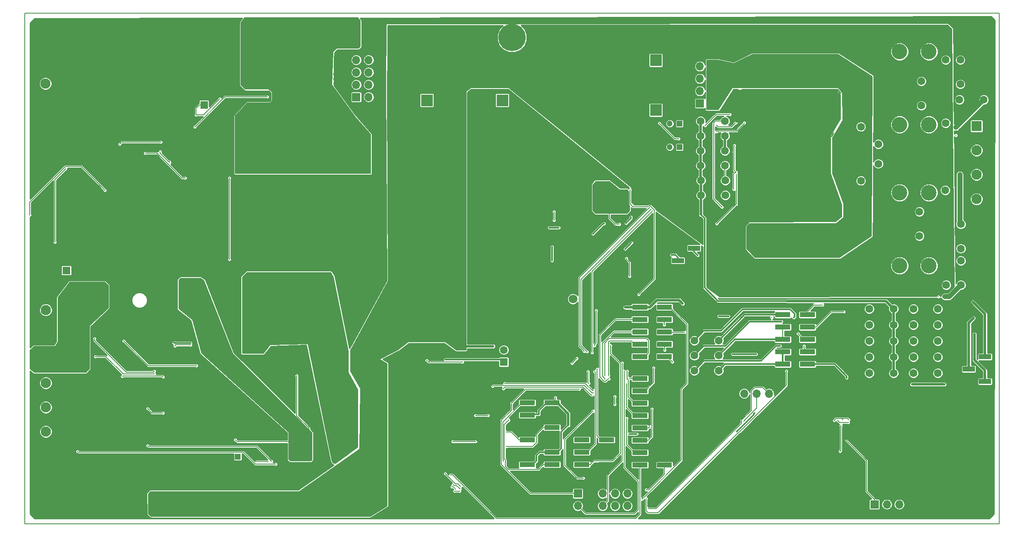
<source format=gbr>
%TF.GenerationSoftware,KiCad,Pcbnew,5.0.2-bee76a0~70~ubuntu18.04.1*%
%TF.CreationDate,2020-04-18T15:19:36+02:00*%
%TF.ProjectId,MukkeBox,4d756b6b-6542-46f7-982e-6b696361645f,rev?*%
%TF.SameCoordinates,Original*%
%TF.FileFunction,Copper,L2,Bot*%
%TF.FilePolarity,Positive*%
%FSLAX46Y46*%
G04 Gerber Fmt 4.6, Leading zero omitted, Abs format (unit mm)*
G04 Created by KiCad (PCBNEW 5.0.2-bee76a0~70~ubuntu18.04.1) date Sa 18 Apr 2020 15:19:36 CEST*
%MOMM*%
%LPD*%
G01*
G04 APERTURE LIST*
%ADD10C,0.150000*%
%ADD11C,6.500000*%
%ADD12C,2.400000*%
%ADD13R,2.400000X2.400000*%
%ADD14O,1.700000X1.700000*%
%ADD15R,1.700000X1.700000*%
%ADD16R,3.150000X1.000000*%
%ADD17C,2.100000*%
%ADD18R,2.100000X2.100000*%
%ADD19C,3.200000*%
%ADD20R,0.700000X1.500000*%
%ADD21C,0.600000*%
%ADD22R,4.300000X4.300000*%
%ADD23C,3.000000*%
%ADD24C,5.600000*%
%ADD25R,2.510000X1.000000*%
%ADD26C,3.500000*%
%ADD27C,1.600000*%
%ADD28R,1.200000X1.200000*%
%ADD29C,1.200000*%
%ADD30R,1.600000X1.600000*%
%ADD31R,1.800000X1.800000*%
%ADD32C,1.800000*%
%ADD33C,0.300000*%
%ADD34C,0.200000*%
%ADD35C,0.300000*%
%ADD36C,0.500000*%
%ADD37C,1.000000*%
%ADD38C,0.254000*%
G04 APERTURE END LIST*
D10*
X45466000Y-37084000D02*
X45466000Y-142084000D01*
X45466000Y-142084000D02*
X245466000Y-142084000D01*
X245466000Y-37084000D02*
X245466000Y-142084000D01*
X45466000Y-37084000D02*
X245466000Y-37084000D01*
D11*
X190511000Y-42971000D03*
X216671000Y-90211000D03*
X216671000Y-42971000D03*
X190511000Y-90211000D03*
D12*
X211000000Y-77500000D03*
D13*
X211000000Y-82500000D03*
D12*
X197000000Y-77500000D03*
D13*
X197000000Y-82500000D03*
D12*
X211000000Y-55500000D03*
D13*
X211000000Y-50500000D03*
D12*
X197000000Y-55500000D03*
D13*
X197000000Y-50500000D03*
D14*
X169126000Y-138374000D03*
X169126000Y-135834000D03*
X166586000Y-138374000D03*
X166586000Y-135834000D03*
X164046000Y-138374000D03*
X164046000Y-135834000D03*
X161506000Y-138374000D03*
X161506000Y-135834000D03*
X158966000Y-138374000D03*
D15*
X158966000Y-135834000D03*
D16*
X176741000Y-112194000D03*
X171691000Y-112194000D03*
X176741000Y-114734000D03*
X171691000Y-114734000D03*
X176741000Y-117274000D03*
X171691000Y-117274000D03*
X176741000Y-119814000D03*
X171691000Y-119814000D03*
X176741000Y-122354000D03*
X171691000Y-122354000D03*
X176741000Y-124894000D03*
X171691000Y-124894000D03*
X176741000Y-127434000D03*
X171691000Y-127434000D03*
X176741000Y-129974000D03*
X171691000Y-129974000D03*
X153655000Y-117192000D03*
X148605000Y-117192000D03*
X153655000Y-119732000D03*
X148605000Y-119732000D03*
X153655000Y-122272000D03*
X148605000Y-122272000D03*
X153655000Y-124812000D03*
X148605000Y-124812000D03*
X153655000Y-127352000D03*
X148605000Y-127352000D03*
X153655000Y-129892000D03*
X148605000Y-129892000D03*
D17*
X49784000Y-98114000D03*
X49784000Y-103114000D03*
X49784000Y-108114000D03*
X49784000Y-113114000D03*
X49784000Y-118114000D03*
X49784000Y-123114000D03*
D18*
X49784000Y-128114000D03*
D17*
X49716000Y-51584000D03*
D18*
X49716000Y-56584000D03*
D17*
X240792000Y-75296000D03*
X240792000Y-70296000D03*
X240792000Y-65296000D03*
D18*
X240792000Y-60296000D03*
D14*
X227486000Y-138084000D03*
X224946000Y-138084000D03*
X222406000Y-138084000D03*
D15*
X219866000Y-138084000D03*
D19*
X231000000Y-45000000D03*
X225000000Y-45000000D03*
X231000000Y-60000000D03*
X225000000Y-60000000D03*
X231000000Y-89000000D03*
X225000000Y-89000000D03*
X231000000Y-74000000D03*
X225000000Y-74000000D03*
D20*
X147110000Y-94836000D03*
D21*
X147110000Y-95236000D03*
X147110000Y-94436000D03*
D22*
X203591000Y-66591000D03*
D21*
X202091000Y-65091000D03*
X203591000Y-65091000D03*
X205091000Y-65091000D03*
X202091000Y-66091000D03*
X203591000Y-66091000D03*
X205091000Y-66091000D03*
X202091000Y-67091000D03*
X203591000Y-67091000D03*
X205091000Y-67091000D03*
X202091000Y-68091000D03*
X203591000Y-68091000D03*
X205091000Y-68091000D03*
D12*
X143500000Y-50000000D03*
D13*
X143500000Y-55000000D03*
D12*
X175000000Y-62000000D03*
D13*
X175000000Y-57000000D03*
D12*
X128000000Y-50000000D03*
D13*
X128000000Y-55000000D03*
D12*
X175000000Y-41750000D03*
D13*
X175000000Y-46750000D03*
D23*
X57764000Y-96110000D03*
X80264000Y-96110000D03*
D16*
X164831000Y-124812000D03*
X159781000Y-124812000D03*
X164831000Y-127352000D03*
X159781000Y-127352000D03*
X164831000Y-129892000D03*
X159781000Y-129892000D03*
D24*
X50466000Y-42084000D03*
X50466000Y-137084000D03*
X145466000Y-42084000D03*
X145466000Y-137084000D03*
X240466000Y-42084000D03*
X240466000Y-137084000D03*
D16*
X176741000Y-97504000D03*
X171691000Y-97504000D03*
X176741000Y-100044000D03*
X171691000Y-100044000D03*
X176741000Y-102584000D03*
X171691000Y-102584000D03*
X176741000Y-105124000D03*
X171691000Y-105124000D03*
X176741000Y-107664000D03*
X171691000Y-107664000D03*
D14*
X116006000Y-46714000D03*
X113466000Y-46714000D03*
X116006000Y-49254000D03*
X113466000Y-49254000D03*
X116006000Y-51794000D03*
X113466000Y-51794000D03*
X116006000Y-54334000D03*
D15*
X113466000Y-54334000D03*
D14*
X186536000Y-48014000D03*
X183996000Y-48014000D03*
X186536000Y-50554000D03*
X183996000Y-50554000D03*
X186536000Y-53094000D03*
X183996000Y-53094000D03*
X186536000Y-55634000D03*
D15*
X183996000Y-55634000D03*
D25*
X239211000Y-110284000D03*
X242521000Y-112824000D03*
X242521000Y-107744000D03*
X182821000Y-85414000D03*
X179511000Y-87954000D03*
D14*
X198186000Y-115284000D03*
X195646000Y-115284000D03*
X193106000Y-115284000D03*
D15*
X190566000Y-115284000D03*
D26*
X182566000Y-115284000D03*
X206066000Y-115284000D03*
X206066000Y-138784000D03*
X182566000Y-138784000D03*
D27*
X189150000Y-59280000D03*
X184150000Y-59280000D03*
X189230000Y-71472000D03*
X184230000Y-71472000D03*
X217100000Y-60484000D03*
X220635534Y-64019534D03*
X220635534Y-68048466D03*
X217100000Y-71584000D03*
X229466000Y-56084000D03*
X229466000Y-51084000D03*
X229066000Y-77884000D03*
X229066000Y-82884000D03*
X234466000Y-51684000D03*
X234466000Y-46684000D03*
X234466000Y-54684000D03*
X234466000Y-59684000D03*
X234566000Y-87984000D03*
X234566000Y-92984000D03*
X234366000Y-78484000D03*
X234366000Y-73484000D03*
X237466000Y-46684000D03*
X237466000Y-51684000D03*
X237266000Y-54884000D03*
X242266000Y-54884000D03*
X237566000Y-87984000D03*
X237566000Y-92984000D03*
X237566000Y-85484000D03*
X237566000Y-80484000D03*
X184150000Y-68424000D03*
X189150000Y-68424000D03*
X184230000Y-74520000D03*
X189230000Y-74520000D03*
X184150000Y-65376000D03*
X189150000Y-65376000D03*
X184166000Y-62328000D03*
X189166000Y-62328000D03*
X232838000Y-111096000D03*
X227838000Y-111096000D03*
X232838000Y-104492000D03*
X227838000Y-104492000D03*
X227838000Y-107794000D03*
X232838000Y-107794000D03*
X227838000Y-97888000D03*
X232838000Y-97888000D03*
X223764000Y-101190000D03*
X218764000Y-101190000D03*
X218764000Y-104492000D03*
X223764000Y-104492000D03*
X223764000Y-107794000D03*
X218764000Y-107794000D03*
X218764000Y-111096000D03*
X223764000Y-111096000D03*
X223764000Y-97888000D03*
X218764000Y-97888000D03*
X232838000Y-101190000D03*
X227838000Y-101190000D03*
D16*
X201041000Y-109264000D03*
X206091000Y-109264000D03*
X201041000Y-106724000D03*
X206091000Y-106724000D03*
X201041000Y-104184000D03*
X206091000Y-104184000D03*
X201041000Y-101644000D03*
X206091000Y-101644000D03*
X201041000Y-99104000D03*
X206091000Y-99104000D03*
D27*
X182866000Y-110584000D03*
X187866000Y-110584000D03*
X187866000Y-107484000D03*
X182866000Y-107484000D03*
X182866000Y-104384000D03*
X187866000Y-104384000D03*
D28*
X89166000Y-128284000D03*
D29*
X89166000Y-130284000D03*
D30*
X143764000Y-108810000D03*
D27*
X143764000Y-106310000D03*
D30*
X54016000Y-89984000D03*
D27*
X51516000Y-89984000D03*
X79766000Y-55941000D03*
D30*
X82266000Y-55941000D03*
D28*
X179832000Y-59784000D03*
D29*
X177832000Y-59784000D03*
X177832000Y-64614000D03*
D28*
X179832000Y-64614000D03*
D31*
X155416000Y-95834000D03*
D32*
X157956000Y-95834000D03*
D33*
X88666000Y-124784000D03*
X103766000Y-128584000D03*
X103766000Y-127884000D03*
X103766000Y-127184000D03*
X103766000Y-126484000D03*
X103766000Y-125784000D03*
X103766000Y-125184000D03*
X103766000Y-124484000D03*
X103766000Y-123884000D03*
X101366000Y-123884000D03*
X100166000Y-123884000D03*
X101366000Y-125184000D03*
X101366000Y-127184000D03*
X101366000Y-128584000D03*
X100166000Y-128584000D03*
X100166000Y-127184000D03*
X100166000Y-125183994D03*
X101266004Y-111584000D03*
X196966000Y-98384000D03*
X59620000Y-109338000D03*
X59666000Y-105984000D03*
X59712000Y-102538000D03*
X78766000Y-64184000D03*
X82966000Y-65084000D03*
X78966000Y-62584000D03*
X78466000Y-71984000D03*
X72266000Y-72384000D03*
X192666000Y-100584000D03*
X65366000Y-67084000D03*
X58966000Y-67684000D03*
X55166000Y-64684000D03*
X53466000Y-71284000D03*
X48066000Y-81184000D03*
X49666000Y-87884000D03*
X65266000Y-70484000D03*
X70857000Y-91275000D03*
X73175000Y-91275000D03*
X77566000Y-103784000D03*
X74166000Y-108884000D03*
X73866000Y-113684000D03*
X91066000Y-132684000D03*
X77466000Y-134384000D03*
X68091000Y-134359000D03*
X81934000Y-123416000D03*
X57666000Y-133284000D03*
X151466000Y-128784000D03*
X144666000Y-127784000D03*
X144688946Y-121984000D03*
X146366000Y-96084000D03*
X146866000Y-96084000D03*
X147366000Y-96084000D03*
X147866000Y-96084000D03*
X146366000Y-93584000D03*
X146866000Y-93584000D03*
X147366000Y-93584000D03*
X147866000Y-93584000D03*
X145366000Y-91684000D03*
X148866000Y-91684000D03*
X147866000Y-91684000D03*
X147366000Y-91684000D03*
X146866000Y-91684000D03*
X146366000Y-91684000D03*
X147466000Y-98084000D03*
X148366000Y-98084000D03*
X149366000Y-98084000D03*
X150266000Y-98084000D03*
X151166000Y-98084000D03*
X143166000Y-97784000D03*
X77966000Y-57084000D03*
X156266000Y-112684000D03*
X157666000Y-116184000D03*
X163966000Y-118484000D03*
X157666000Y-117184000D03*
X160766000Y-109484000D03*
X149666000Y-106284000D03*
X160666000Y-105384000D03*
X160266000Y-103484000D03*
X147466000Y-81284000D03*
X157266000Y-76984000D03*
X150666000Y-85084000D03*
X82166000Y-112884000D03*
X86366000Y-97184000D03*
X86366000Y-100184000D03*
X85566000Y-112884000D03*
X82166000Y-109584000D03*
X96466000Y-88884000D03*
X92666000Y-88984000D03*
X88066000Y-88984000D03*
X70766000Y-102984000D03*
X154166000Y-125684000D03*
X189866000Y-99384000D03*
X187866000Y-99384000D03*
X180466000Y-96784000D03*
X168666000Y-97584000D03*
X150966000Y-119584000D03*
X195250827Y-119268827D03*
X154366000Y-116084000D03*
X169466000Y-123584000D03*
X171066000Y-123584022D03*
X158766000Y-108084000D03*
X157766000Y-109084000D03*
X191570834Y-123112624D03*
X133646744Y-135355444D03*
X134666000Y-135384000D03*
X156978120Y-121784000D03*
X85466000Y-54684000D03*
X80615990Y-57984000D03*
X205466000Y-60084000D03*
X203466000Y-60084000D03*
X202466000Y-60084000D03*
X201466000Y-60084000D03*
X200466000Y-60084000D03*
X206466000Y-60084000D03*
X204466000Y-60084000D03*
X206466000Y-57084000D03*
X205466000Y-57084000D03*
X204466000Y-57084000D03*
X203466000Y-57084000D03*
X202466000Y-57084000D03*
X201466000Y-57084000D03*
X200466000Y-57084000D03*
X199466000Y-57084000D03*
X198466000Y-57084000D03*
X207466000Y-57084000D03*
X208466000Y-57084000D03*
X206466000Y-58084000D03*
X205466000Y-58084000D03*
X204466000Y-58084000D03*
X203466000Y-58084000D03*
X202466000Y-58084000D03*
X201466000Y-58084000D03*
X200466000Y-58084000D03*
X199466000Y-58084000D03*
X206466000Y-61084000D03*
X205466000Y-61084000D03*
X204466000Y-61084000D03*
X203466000Y-61084000D03*
X202466000Y-61084000D03*
X201466000Y-61084000D03*
X200466000Y-61084000D03*
X206466000Y-73084000D03*
X205466000Y-73084000D03*
X204466000Y-73084000D03*
X203466000Y-73084000D03*
X202466000Y-73084000D03*
X201466000Y-73084000D03*
X200466000Y-73084000D03*
X200466000Y-74084000D03*
X201466000Y-74084000D03*
X202466000Y-74084000D03*
X203466000Y-74084000D03*
X204466000Y-74084000D03*
X205466000Y-74084000D03*
X206466000Y-74084000D03*
X170366000Y-73884000D03*
X172466000Y-73884000D03*
X172466000Y-74484000D03*
X172466000Y-75184000D03*
X172466000Y-75884000D03*
X173166000Y-75884000D03*
X173166000Y-75184000D03*
X173166000Y-74484000D03*
X173166000Y-73884000D03*
X170366000Y-74484000D03*
X170366000Y-75184000D03*
X170366000Y-75884000D03*
X132966000Y-93084000D03*
X131466000Y-93084000D03*
X129966000Y-93084000D03*
X128466000Y-93084000D03*
X126966000Y-93084000D03*
X125466000Y-93084000D03*
X123966000Y-93084000D03*
X123966000Y-92084000D03*
X125466000Y-92084000D03*
X126966000Y-92084000D03*
X128466000Y-92084000D03*
X129966000Y-92084000D03*
X131466000Y-92084000D03*
X132966000Y-92084000D03*
X129966000Y-87584000D03*
X131466000Y-87584000D03*
X132966000Y-87584000D03*
X134466000Y-87584000D03*
X132966000Y-104334000D03*
X131466000Y-104334000D03*
X129966000Y-104334000D03*
X128466000Y-104334000D03*
X126966000Y-104334000D03*
X125466000Y-104334000D03*
X123966000Y-104334000D03*
X122716000Y-105084000D03*
X133466000Y-105584000D03*
X112716000Y-107584000D03*
X113466000Y-107584000D03*
X114216000Y-107584000D03*
X114216000Y-107084000D03*
X113466000Y-107084000D03*
X112716000Y-107084000D03*
X112716000Y-106584000D03*
X113466000Y-106584000D03*
X114216000Y-106584000D03*
X113466000Y-106084000D03*
X114216000Y-106084000D03*
X112716000Y-110084000D03*
X113466000Y-110084000D03*
X114216000Y-110084000D03*
X73266000Y-137984000D03*
X75366000Y-136184000D03*
X73266000Y-136184000D03*
X74266000Y-137984000D03*
X74266000Y-136184000D03*
X141566000Y-105584000D03*
X169866000Y-78984000D03*
X168866000Y-80284000D03*
X153666000Y-87984000D03*
X153666000Y-85084000D03*
X164366000Y-80384000D03*
X162066000Y-82471868D03*
X168666000Y-85584000D03*
X169966000Y-84284000D03*
X153066000Y-81184000D03*
X155066000Y-81184000D03*
X172666000Y-63684000D03*
X177766000Y-75484000D03*
X180266000Y-75484000D03*
X180266000Y-72484000D03*
X177766000Y-72484000D03*
X185766000Y-64584000D03*
X195966000Y-64484000D03*
X191166000Y-62884000D03*
X194066000Y-60284000D03*
X194166000Y-69984000D03*
X185666000Y-58384000D03*
X72216000Y-138784000D03*
X75366000Y-137984000D03*
X73266000Y-138784000D03*
X75366000Y-137108990D03*
X74266000Y-136984000D03*
X74266000Y-138784000D03*
X72216000Y-137984000D03*
X71216000Y-137984000D03*
X73266000Y-137084000D03*
X75366000Y-138784000D03*
X71166000Y-138784000D03*
X141866000Y-108284000D03*
X131766000Y-108284000D03*
X138066000Y-108284000D03*
X213166000Y-63884000D03*
X212766000Y-63884000D03*
X212366000Y-63884000D03*
X211966000Y-63884000D03*
X211566000Y-63884000D03*
X211566000Y-64284000D03*
X211966000Y-64284000D03*
X212366000Y-64284000D03*
X211566000Y-68784000D03*
X211966000Y-68784000D03*
X212366000Y-68784000D03*
X212766000Y-68784000D03*
X213166000Y-68784000D03*
X211566000Y-68384000D03*
X211966000Y-68384000D03*
X212366000Y-68384000D03*
X73366000Y-63584000D03*
X64966000Y-63984000D03*
X107466000Y-91084000D03*
X105466000Y-91084000D03*
X103466000Y-91084000D03*
X101466000Y-91084000D03*
X99466000Y-91084000D03*
X97466000Y-91084000D03*
X95466000Y-91084000D03*
X93466000Y-91084000D03*
X91466000Y-91084000D03*
X95466000Y-92084000D03*
X97466000Y-92084000D03*
X97466000Y-93084000D03*
X95466000Y-93084000D03*
X103466000Y-92084000D03*
X103466000Y-93084000D03*
X101466000Y-93084000D03*
X101466000Y-92084000D03*
X113466000Y-126084000D03*
X112466000Y-126084000D03*
X111466000Y-126084000D03*
X110466000Y-126084000D03*
X109466000Y-126084000D03*
X109466000Y-127084000D03*
X110466000Y-127084000D03*
X111466000Y-127084000D03*
X112466000Y-127084000D03*
X111466000Y-128084000D03*
X110466000Y-128084000D03*
X109466000Y-128084000D03*
X109466000Y-129084000D03*
X190966000Y-73284000D03*
X191466000Y-69834000D03*
X191016000Y-65584000D03*
X175666000Y-59684000D03*
X179666000Y-62884000D03*
X191065996Y-64284000D03*
X179866000Y-64584000D03*
X187466000Y-61484000D03*
X193166000Y-59684000D03*
X188566000Y-76984000D03*
X227566000Y-113384000D03*
X234166000Y-113384000D03*
X236578500Y-62196500D03*
X236578500Y-60571500D03*
X232953500Y-95384000D03*
X234266000Y-95384000D03*
X237366000Y-71484000D03*
X237366000Y-70284000D03*
X178166000Y-86784000D03*
X240166000Y-99784000D03*
X183591000Y-86884000D03*
X190666000Y-107184000D03*
X195566000Y-107184000D03*
X95419028Y-129230974D03*
X143664416Y-114282416D03*
X161866000Y-115584000D03*
X93089949Y-129308979D03*
X145366000Y-117284000D03*
X159266000Y-114384000D03*
X168466000Y-110684000D03*
X168066000Y-108984000D03*
X173366000Y-138984000D03*
X176766000Y-106384000D03*
X212238046Y-120806028D03*
X192565998Y-121384002D03*
X214425829Y-121274174D03*
X133116201Y-134446335D03*
X133892398Y-134977125D03*
X176666000Y-101184000D03*
X164466014Y-111584000D03*
X214566000Y-120684000D03*
X211566000Y-120833990D03*
X178366000Y-108784000D03*
X193047232Y-120959042D03*
X133394886Y-134024768D03*
X134766000Y-134884000D03*
X180866000Y-102684000D03*
X56266000Y-127184000D03*
X96966000Y-129784000D03*
X132882635Y-131991347D03*
X172966000Y-135084000D03*
X140566000Y-119784000D03*
X137966000Y-119783986D03*
X166550834Y-117499166D03*
X166566000Y-115884000D03*
X168966000Y-120384000D03*
X174166000Y-118484000D03*
X173766000Y-122084000D03*
X168966000Y-113284000D03*
X169066000Y-110684000D03*
X174517000Y-109984000D03*
X169576000Y-112194000D03*
X70666000Y-118384000D03*
X73841021Y-119284004D03*
X87466000Y-87684000D03*
X87466000Y-70984000D03*
X76041000Y-104859000D03*
X79466000Y-104884000D03*
X76266000Y-105484000D03*
X79466000Y-105334003D03*
X133266000Y-125184000D03*
X137966000Y-125184000D03*
X154066000Y-77884000D03*
X154066000Y-79684022D03*
X167766000Y-73784000D03*
X168366000Y-73784000D03*
X168966000Y-73784000D03*
X168966000Y-76284000D03*
X168366000Y-76284000D03*
X167766000Y-76284000D03*
X167166000Y-74484000D03*
X167166000Y-75184000D03*
X167166000Y-75884000D03*
X165466000Y-72584000D03*
X165466000Y-75884000D03*
X163166000Y-74484000D03*
X163166000Y-75184000D03*
X163166000Y-75884000D03*
X165466000Y-77184000D03*
X163166000Y-77184000D03*
X163166000Y-72584000D03*
X165466000Y-74484000D03*
X165466000Y-75184000D03*
X167466004Y-80484000D03*
X73266000Y-65584000D03*
X75166000Y-67784000D03*
X165659928Y-105377928D03*
X162366000Y-110784000D03*
X162884000Y-110284000D03*
X161066000Y-110784000D03*
X161166000Y-113184000D03*
X70666000Y-125984000D03*
X96066000Y-129184000D03*
X143966000Y-113184000D03*
X162166000Y-114684000D03*
X141465998Y-113784000D03*
X162166000Y-115184000D03*
X65766000Y-104484000D03*
X131744618Y-131762616D03*
X134866000Y-134384000D03*
X80716000Y-109534000D03*
X72066000Y-110684000D03*
X59766000Y-103984000D03*
X72066000Y-111284000D03*
X59966000Y-107684000D03*
X168946080Y-87484000D03*
X169566000Y-91184000D03*
X70166000Y-65884000D03*
X78366000Y-70984000D03*
X46466000Y-78584000D03*
X61916000Y-73509011D03*
X73866000Y-111884000D03*
X65466000Y-111784000D03*
X51666000Y-84184000D03*
X53866000Y-69084000D03*
X187466000Y-60084000D03*
X161866000Y-106884000D03*
X174283051Y-77770705D03*
X191266000Y-59684000D03*
X190166000Y-57884000D03*
X160866000Y-106684000D03*
X174008496Y-77414151D03*
X185066000Y-60184000D03*
X191516000Y-70283998D03*
X187466000Y-80384000D03*
X160280108Y-106628453D03*
X173666000Y-77083994D03*
X162066000Y-118884000D03*
X201766000Y-110684000D03*
X160066000Y-132657002D03*
X172966000Y-136884004D03*
X212766000Y-127183996D03*
X212956845Y-121808990D03*
X95266000Y-54284000D03*
X80365979Y-60484004D03*
X108566000Y-51984000D03*
X108566000Y-51084000D03*
X108566000Y-50084000D03*
X108566000Y-49084000D03*
X108566000Y-48084000D03*
X108566000Y-47084000D03*
X108566000Y-46084000D03*
X108566000Y-45084000D03*
X108566000Y-44084000D03*
X108566000Y-43084000D03*
X108566000Y-42084000D03*
X108566000Y-41184000D03*
X108566000Y-40084000D03*
X108566000Y-39084000D03*
X108566000Y-38184000D03*
X91466000Y-51984000D03*
X91466000Y-51084000D03*
X91466000Y-50084000D03*
X91466000Y-49084000D03*
X91466000Y-48084000D03*
X91466000Y-47084000D03*
X91466000Y-46084000D03*
X91466000Y-45084000D03*
X91466000Y-44084000D03*
X91466000Y-43084000D03*
X91466000Y-42084000D03*
X91466000Y-41084000D03*
X91466000Y-40084000D03*
X91466000Y-39084000D03*
X91466000Y-38084000D03*
X90466000Y-67084000D03*
X92466000Y-67084000D03*
X94466000Y-67084000D03*
X96466000Y-67084000D03*
X98466000Y-67084000D03*
X100466000Y-67084000D03*
X102466000Y-67084000D03*
X104466000Y-67084000D03*
X106466000Y-67084000D03*
X108466000Y-67084000D03*
X110466000Y-67084000D03*
X112466000Y-67084000D03*
X114466000Y-67084000D03*
X114466000Y-69084000D03*
X112466000Y-69084000D03*
X110466000Y-69084000D03*
X108466000Y-69084000D03*
X106466000Y-69084000D03*
X104466000Y-69084000D03*
X102466000Y-69084000D03*
X100466000Y-69084000D03*
X98466000Y-69084000D03*
X96466000Y-69084000D03*
X94466000Y-69084000D03*
X92466000Y-69084000D03*
X90466000Y-69084000D03*
X135266000Y-108834020D03*
X127966000Y-108484000D03*
X169666000Y-73384000D03*
X171466000Y-94884000D03*
X172166000Y-136984000D03*
X165266000Y-111584000D03*
X164481166Y-112368834D03*
X165366000Y-112284000D03*
X143666000Y-129184000D03*
X144266000Y-126184000D03*
X144266000Y-123184000D03*
X144766000Y-120784000D03*
X205366000Y-105484000D03*
X204166000Y-102984000D03*
X240366000Y-103084000D03*
X240066000Y-96484000D03*
X200466000Y-105484000D03*
X200766000Y-100484000D03*
X203266000Y-99684000D03*
X198754000Y-99695000D03*
X214141000Y-112084000D03*
X213566000Y-98484000D03*
X209166000Y-97084000D03*
X162366000Y-105434000D03*
X162716000Y-98184000D03*
D10*
X99953868Y-125183994D02*
X100166000Y-125183994D01*
X89065994Y-125183994D02*
X99953868Y-125183994D01*
X88666000Y-124784000D02*
X89065994Y-125183994D01*
D34*
X101266004Y-119884004D02*
X101266004Y-111796132D01*
X103766000Y-123884000D02*
X103766000Y-122384000D01*
X101266004Y-111796132D02*
X101266004Y-111584000D01*
X103766000Y-122384000D02*
X101266004Y-119884004D01*
D10*
X145466000Y-42084000D02*
X145466000Y-39084000D01*
X145466000Y-39084000D02*
X145966000Y-38584000D01*
D35*
X189866000Y-99384000D02*
X187866000Y-99384000D01*
D36*
X173766000Y-97504000D02*
X171691000Y-97504000D01*
X175186000Y-96084000D02*
X173766000Y-97504000D01*
X179766000Y-96084000D02*
X175186000Y-96084000D01*
X180466000Y-96784000D02*
X179766000Y-96084000D01*
X171611000Y-97584000D02*
X171691000Y-97504000D01*
X168666000Y-97584000D02*
X171611000Y-97584000D01*
D35*
X149680000Y-129892000D02*
X148605000Y-129892000D01*
X150480000Y-129092000D02*
X149680000Y-129892000D01*
X150480000Y-128017000D02*
X150480000Y-129092000D01*
X151145000Y-127352000D02*
X150480000Y-128017000D01*
X153655000Y-127352000D02*
X151145000Y-127352000D01*
X148753000Y-119584000D02*
X148605000Y-119732000D01*
X150966000Y-119584000D02*
X148753000Y-119584000D01*
X150966000Y-119371868D02*
X150966000Y-119584000D01*
X150966000Y-118806000D02*
X150966000Y-119371868D01*
X152580000Y-117192000D02*
X150966000Y-118806000D01*
X153655000Y-117192000D02*
X152580000Y-117192000D01*
D34*
X154366000Y-116481000D02*
X153655000Y-117192000D01*
X154366000Y-116084000D02*
X154366000Y-116481000D01*
D35*
X171065978Y-123584000D02*
X171066000Y-123584022D01*
X169466000Y-123584000D02*
X171065978Y-123584000D01*
D34*
X158766000Y-108084000D02*
X157766000Y-109084000D01*
D35*
X195100828Y-119418826D02*
X195100828Y-119615176D01*
X191753379Y-122962625D02*
X191720833Y-122962625D01*
X195100828Y-119615176D02*
X191753379Y-122962625D01*
X195250827Y-119268827D02*
X195100828Y-119418826D01*
X191720833Y-122962625D02*
X191570834Y-123112624D01*
D10*
X133646744Y-135355444D02*
X134637444Y-135355444D01*
X134637444Y-135355444D02*
X134666000Y-135384000D01*
D36*
X153655000Y-117192000D02*
X154730000Y-117192000D01*
X156978120Y-121571868D02*
X156978120Y-121784000D01*
X156978120Y-119440120D02*
X156978120Y-121571868D01*
X154730000Y-117192000D02*
X156978120Y-119440120D01*
D35*
X155530000Y-123232120D02*
X156828121Y-121933999D01*
X153655000Y-127352000D02*
X154730000Y-127352000D01*
X155530000Y-126552000D02*
X155530000Y-123232120D01*
X156828121Y-121933999D02*
X156978120Y-121784000D01*
X154730000Y-127352000D02*
X155530000Y-126552000D01*
D10*
X80828122Y-57984000D02*
X80615990Y-57984000D01*
X82166000Y-57984000D02*
X80828122Y-57984000D01*
X85466000Y-54684000D02*
X82166000Y-57984000D01*
X81316000Y-55941000D02*
X82266000Y-55941000D01*
X80615990Y-56641010D02*
X81316000Y-55941000D01*
X80615990Y-57984000D02*
X80615990Y-56641010D01*
D36*
X141566000Y-105584000D02*
X133466000Y-105584000D01*
D35*
X169866000Y-78984000D02*
X169866000Y-79284000D01*
X169866000Y-79284000D02*
X168866000Y-80284000D01*
X153666000Y-87984000D02*
X153666000Y-85084000D01*
X164153868Y-80384000D02*
X162066000Y-82471868D01*
X164366000Y-80384000D02*
X164153868Y-80384000D01*
X168666000Y-85584000D02*
X168815999Y-85434001D01*
X168815999Y-85434001D02*
X169966000Y-84284000D01*
X155066000Y-81184000D02*
X153066000Y-81184000D01*
X141866000Y-108284000D02*
X138066000Y-108284000D01*
X138066000Y-108284000D02*
X131766000Y-108284000D01*
X143238000Y-108284000D02*
X143764000Y-108810000D01*
X141866000Y-108284000D02*
X143238000Y-108284000D01*
D10*
X73366000Y-63584000D02*
X65366000Y-63584000D01*
X65366000Y-63584000D02*
X64966000Y-63984000D01*
D34*
X191016000Y-69384000D02*
X191466000Y-69834000D01*
X191016000Y-65584000D02*
X191016000Y-69384000D01*
X191253868Y-69834000D02*
X191466000Y-69834000D01*
X190966000Y-73284000D02*
X190966000Y-70121868D01*
X190966000Y-70121868D02*
X191253868Y-69834000D01*
D10*
X175666000Y-59684000D02*
X178866000Y-62884000D01*
X178866000Y-62884000D02*
X179666000Y-62884000D01*
D34*
X191016000Y-64333996D02*
X191065996Y-64284000D01*
X191016000Y-65584000D02*
X191016000Y-64333996D01*
D10*
X191566000Y-61284000D02*
X193016001Y-59833999D01*
X193016001Y-59833999D02*
X193166000Y-59684000D01*
X187666000Y-61284000D02*
X191566000Y-61284000D01*
X187466000Y-61484000D02*
X187666000Y-61284000D01*
D34*
X188018630Y-59280000D02*
X189150000Y-59280000D01*
X188003010Y-59264380D02*
X188018630Y-59280000D01*
X187866000Y-59284000D02*
X187885620Y-59264380D01*
X187885620Y-59264380D02*
X188003010Y-59264380D01*
X187707000Y-59280000D02*
X187711000Y-59284000D01*
X187711000Y-59284000D02*
X187866000Y-59284000D01*
X188416001Y-76834001D02*
X188566000Y-76984000D01*
X186840999Y-75258999D02*
X188416001Y-76834001D01*
X187703000Y-59284000D02*
X187208004Y-59284000D01*
X186840999Y-59651005D02*
X186840999Y-75258999D01*
X187208004Y-59284000D02*
X186840999Y-59651005D01*
D36*
X184150000Y-62312000D02*
X184166000Y-62328000D01*
X184150000Y-59280000D02*
X184150000Y-62312000D01*
X184166000Y-65360000D02*
X184150000Y-65376000D01*
X184166000Y-62328000D02*
X184166000Y-65360000D01*
X184150000Y-65376000D02*
X184150000Y-68424000D01*
X184150000Y-71392000D02*
X184230000Y-71472000D01*
X184150000Y-68424000D02*
X184150000Y-71392000D01*
X184230000Y-71472000D02*
X184230000Y-74520000D01*
X223764000Y-101190000D02*
X223764000Y-100058630D01*
X223764000Y-101190000D02*
X223764000Y-104492000D01*
X223764000Y-104492000D02*
X223764000Y-107794000D01*
X223764000Y-107794000D02*
X223764000Y-111096000D01*
X223764000Y-97888000D02*
X223764000Y-101190000D01*
X201962632Y-96260630D02*
X222136630Y-96260630D01*
X222136630Y-96260630D02*
X223764000Y-97888000D01*
X184230000Y-74520000D02*
X184230000Y-78498000D01*
X227566000Y-113384000D02*
X234166000Y-113384000D01*
D35*
X184966000Y-79234000D02*
X184230000Y-78498000D01*
X184966000Y-93484000D02*
X184966000Y-79234000D01*
X201962632Y-96260630D02*
X187742630Y-96260630D01*
X187742630Y-96260630D02*
X184966000Y-93484000D01*
D37*
X236578500Y-60571500D02*
X236578500Y-60571500D01*
X236578500Y-60571500D02*
X242266000Y-54884000D01*
X237566000Y-92984000D02*
X235166000Y-95384000D01*
X235166000Y-95384000D02*
X234478132Y-95384000D01*
X234478132Y-95384000D02*
X234266000Y-95384000D01*
X237366000Y-70284000D02*
X237366000Y-71484000D01*
X237366000Y-80284000D02*
X237566000Y-80484000D01*
X237366000Y-71484000D02*
X237366000Y-80284000D01*
D35*
X179511000Y-87304000D02*
X178991000Y-86784000D01*
X179511000Y-87954000D02*
X179511000Y-87304000D01*
X178991000Y-86784000D02*
X178166000Y-86784000D01*
D36*
X239211000Y-110284000D02*
X239211000Y-100739000D01*
X239211000Y-100739000D02*
X240166000Y-99784000D01*
D35*
X182821000Y-86114000D02*
X183591000Y-86884000D01*
X182821000Y-85414000D02*
X182821000Y-86114000D01*
X190666000Y-107184000D02*
X195566000Y-107184000D01*
D10*
X95416001Y-129234001D02*
X95419028Y-129230974D01*
X161653868Y-115584000D02*
X161866000Y-115584000D01*
X160053868Y-113984000D02*
X161653868Y-115584000D01*
X143664416Y-114282416D02*
X143962832Y-113984000D01*
X143962832Y-113984000D02*
X160053868Y-113984000D01*
X93167954Y-129230974D02*
X93089949Y-129308979D01*
X95419028Y-129230974D02*
X93167954Y-129230974D01*
X145366000Y-118684000D02*
X145366000Y-117284000D01*
X143266000Y-120784000D02*
X145366000Y-118684000D01*
X149191722Y-135834000D02*
X143266000Y-129908278D01*
X143266000Y-129908278D02*
X143266000Y-120784000D01*
X158966000Y-135834000D02*
X149191722Y-135834000D01*
X145366000Y-117284000D02*
X148266000Y-114384000D01*
X148266000Y-114384000D02*
X159053868Y-114384000D01*
X159053868Y-114384000D02*
X159266000Y-114384000D01*
X160576000Y-139984000D02*
X158966000Y-138374000D01*
X170566000Y-139984000D02*
X160576000Y-139984000D01*
X171366000Y-139184000D02*
X170566000Y-139984000D01*
X171366000Y-133384000D02*
X171366000Y-139184000D01*
X168466000Y-110684000D02*
X168466000Y-130484000D01*
X168466000Y-130484000D02*
X171366000Y-133384000D01*
X165121001Y-137298999D02*
X164895999Y-137524001D01*
X164895999Y-137524001D02*
X164046000Y-138374000D01*
X165121001Y-132082001D02*
X165121001Y-137298999D01*
X168066000Y-129137002D02*
X165121001Y-132082001D01*
X168066000Y-108984000D02*
X168066000Y-129137002D01*
X219866000Y-137084000D02*
X218166000Y-135384000D01*
X219866000Y-138084000D02*
X219866000Y-137084000D01*
X218166000Y-129028998D02*
X214066000Y-124928998D01*
X218166000Y-135384000D02*
X218166000Y-129028998D01*
X176766000Y-105149000D02*
X176741000Y-105124000D01*
X176766000Y-106384000D02*
X176766000Y-105149000D01*
X192415999Y-121534001D02*
X192565998Y-121384002D01*
X192565998Y-120771870D02*
X192565998Y-121171870D01*
X173366000Y-138984000D02*
X174966000Y-138984000D01*
X194570999Y-118766869D02*
X192565998Y-120771870D01*
X195266000Y-114072998D02*
X194570999Y-114767999D01*
X198186000Y-115284000D02*
X196974998Y-114072998D01*
X174966000Y-138984000D02*
X192415999Y-121534001D01*
X194570999Y-114767999D02*
X194570999Y-118766869D01*
X196974998Y-114072998D02*
X195266000Y-114072998D01*
X192565998Y-121171870D02*
X192565998Y-121384002D01*
X212238046Y-120806028D02*
X212706192Y-121274174D01*
X212706192Y-121274174D02*
X214213697Y-121274174D01*
X214213697Y-121274174D02*
X214425829Y-121274174D01*
X133361608Y-134446335D02*
X133742399Y-134827126D01*
X133116201Y-134446335D02*
X133361608Y-134446335D01*
X133742399Y-134827126D02*
X133892398Y-134977125D01*
X176666000Y-100119000D02*
X176741000Y-100044000D01*
X176666000Y-101184000D02*
X176666000Y-100119000D01*
X165366000Y-103984000D02*
X164466014Y-104883986D01*
X173491001Y-104443999D02*
X173031002Y-103984000D01*
X171691000Y-107664000D02*
X172766000Y-107664000D01*
X173031002Y-103984000D02*
X165366000Y-103984000D01*
X173491001Y-106938999D02*
X173491001Y-104443999D01*
X172766000Y-107664000D02*
X173491001Y-106938999D01*
X164466014Y-104883986D02*
X164466014Y-111371868D01*
X164466014Y-111371868D02*
X164466014Y-111584000D01*
X211715999Y-120534001D02*
X211715999Y-120683991D01*
X211791012Y-120458988D02*
X211715999Y-120534001D01*
X211715999Y-120683991D02*
X211566000Y-120833990D01*
X177246000Y-107664000D02*
X176741000Y-107664000D01*
X178366000Y-108784000D02*
X177246000Y-107664000D01*
X213113027Y-120431027D02*
X211818973Y-120431027D01*
X213366000Y-120684000D02*
X213113027Y-120431027D01*
X211818973Y-120431027D02*
X211791012Y-120458988D01*
X214313027Y-120431027D02*
X211818973Y-120431027D01*
X214566000Y-120684000D02*
X214313027Y-120431027D01*
X195646000Y-115284000D02*
X195646000Y-118304000D01*
X193197231Y-120809043D02*
X193047232Y-120959042D01*
X193197231Y-120752769D02*
X193197231Y-120809043D01*
X195646000Y-118304000D02*
X193197231Y-120752769D01*
X133544885Y-134174767D02*
X134056767Y-134174767D01*
X133394886Y-134024768D02*
X133544885Y-134174767D01*
X134616001Y-134734001D02*
X134766000Y-134884000D01*
X134056767Y-134174767D02*
X134616001Y-134734001D01*
X176841000Y-102684000D02*
X176741000Y-102584000D01*
X180866000Y-102684000D02*
X176841000Y-102684000D01*
X56415999Y-127333999D02*
X90315999Y-127333999D01*
X56266000Y-127184000D02*
X56415999Y-127333999D01*
X90315999Y-127333999D02*
X92766000Y-129784000D01*
X92766000Y-129784000D02*
X96966000Y-129784000D01*
X150666000Y-140984000D02*
X153066000Y-140984000D01*
X171691000Y-130624000D02*
X171691000Y-129974000D01*
X171691000Y-140159000D02*
X171691000Y-130624000D01*
X150666000Y-140984000D02*
X170866000Y-140984000D01*
X170866000Y-140984000D02*
X171691000Y-140159000D01*
X133094767Y-131991347D02*
X132882635Y-131991347D01*
X142221002Y-140984000D02*
X133228349Y-131991347D01*
X133228349Y-131991347D02*
X133094767Y-131991347D01*
X150666000Y-140984000D02*
X142221002Y-140984000D01*
X137966014Y-119784000D02*
X137966000Y-119783986D01*
X140566000Y-119784000D02*
X137966014Y-119784000D01*
X173566000Y-135084000D02*
X172966000Y-135084000D01*
X176741000Y-129974000D02*
X176741000Y-131909000D01*
X176741000Y-131909000D02*
X173566000Y-135084000D01*
X166550834Y-117287034D02*
X166566000Y-117271868D01*
X166550834Y-117499166D02*
X166550834Y-117287034D01*
X166566000Y-117271868D02*
X166566000Y-115884000D01*
X170616000Y-127434000D02*
X168966000Y-125784000D01*
X171691000Y-127434000D02*
X170616000Y-127434000D01*
X168966000Y-125784000D02*
X168966000Y-120384000D01*
X173416000Y-124894000D02*
X174166000Y-124144000D01*
X171691000Y-124894000D02*
X173416000Y-124894000D01*
X174166000Y-124144000D02*
X174166000Y-118484000D01*
X173496000Y-122354000D02*
X171691000Y-122354000D01*
X173766000Y-122084000D02*
X173496000Y-122354000D01*
X170616000Y-119814000D02*
X168966000Y-118164000D01*
X171691000Y-119814000D02*
X170616000Y-119814000D01*
X168966000Y-118164000D02*
X168966000Y-113284000D01*
X169341001Y-112514003D02*
X169066000Y-112239002D01*
X169341001Y-115999001D02*
X169341001Y-112514003D01*
X171691000Y-117274000D02*
X170616000Y-117274000D01*
X170616000Y-117274000D02*
X169341001Y-115999001D01*
X169066000Y-112239002D02*
X169066000Y-110684000D01*
X172766000Y-114734000D02*
X171691000Y-114734000D01*
X174517000Y-112983000D02*
X172766000Y-114734000D01*
X174517000Y-109984000D02*
X174517000Y-112983000D01*
X171691000Y-112194000D02*
X169576000Y-112194000D01*
X70666000Y-118384000D02*
X71566004Y-119284004D01*
X73628889Y-119284004D02*
X73841021Y-119284004D01*
X71566004Y-119284004D02*
X73628889Y-119284004D01*
X87466000Y-87684000D02*
X87466000Y-70984000D01*
D35*
X76253132Y-104859000D02*
X76278132Y-104884000D01*
X76041000Y-104859000D02*
X76253132Y-104859000D01*
X76278132Y-104884000D02*
X79466000Y-104884000D01*
D10*
X76266000Y-105484000D02*
X76466000Y-105284000D01*
X76466000Y-105284000D02*
X79415997Y-105284000D01*
X79415997Y-105284000D02*
X79466000Y-105334003D01*
X133266000Y-125184000D02*
X137966000Y-125184000D01*
X154066000Y-77884000D02*
X154066000Y-79684022D01*
X165466000Y-77184000D02*
X165466000Y-79284000D01*
X166666000Y-80484000D02*
X167253872Y-80484000D01*
X167253872Y-80484000D02*
X167466004Y-80484000D01*
X165466000Y-79284000D02*
X166666000Y-80484000D01*
X75166000Y-67571868D02*
X75166000Y-67784000D01*
X74953868Y-67571868D02*
X75166000Y-67571868D01*
X73266000Y-65584000D02*
X73266000Y-65884000D01*
X73266000Y-65884000D02*
X74953868Y-67571868D01*
X165659928Y-105377928D02*
X165659928Y-107077928D01*
X167690999Y-109108999D02*
X167690999Y-127559001D01*
X165659928Y-107077928D02*
X167690999Y-109108999D01*
X162231001Y-129166999D02*
X161506000Y-129892000D01*
X166083001Y-129166999D02*
X162231001Y-129166999D01*
X161506000Y-129892000D02*
X159781000Y-129892000D01*
X167690999Y-127559001D02*
X166083001Y-129166999D01*
X160856000Y-127352000D02*
X159781000Y-127352000D01*
X162566000Y-125642000D02*
X160856000Y-127352000D01*
X162366000Y-110784000D02*
X162566000Y-110984000D01*
X162566000Y-110984000D02*
X162566000Y-125642000D01*
X163756000Y-124812000D02*
X164831000Y-124812000D01*
X162884000Y-110284000D02*
X162884000Y-123940000D01*
X162884000Y-123940000D02*
X163756000Y-124812000D01*
X161066000Y-110784000D02*
X161066000Y-113084000D01*
X161066000Y-113084000D02*
X161166000Y-113184000D01*
X70815999Y-126133999D02*
X93015999Y-126133999D01*
X70666000Y-125984000D02*
X70815999Y-126133999D01*
X93015999Y-126133999D02*
X96066000Y-129184000D01*
X143966000Y-113184000D02*
X160466000Y-113184000D01*
X160466000Y-113184000D02*
X161966000Y-114684000D01*
X161966000Y-114684000D02*
X162166000Y-114684000D01*
X141615997Y-113634001D02*
X160316001Y-113634001D01*
X161953868Y-115184000D02*
X162166000Y-115184000D01*
X161866000Y-115184000D02*
X161953868Y-115184000D01*
X141465998Y-113784000D02*
X141615997Y-113634001D01*
X160316001Y-113634001D02*
X161866000Y-115184000D01*
X134716001Y-134234001D02*
X134866000Y-134384000D01*
X134356756Y-133874756D02*
X134716001Y-134234001D01*
X131744618Y-131762616D02*
X133856758Y-133874756D01*
X133856758Y-133874756D02*
X134356756Y-133874756D01*
X65766000Y-104484000D02*
X70816000Y-109534000D01*
X80503868Y-109534000D02*
X80716000Y-109534000D01*
X70816000Y-109534000D02*
X80503868Y-109534000D01*
X66266000Y-110884000D02*
X59766000Y-104384000D01*
X72066000Y-110684000D02*
X71866000Y-110884000D01*
X59766000Y-104384000D02*
X59766000Y-103984000D01*
X71866000Y-110884000D02*
X66266000Y-110884000D01*
X62066000Y-107684000D02*
X59966000Y-107684000D01*
X72066000Y-111284000D02*
X65666000Y-111284000D01*
X65666000Y-111284000D02*
X62066000Y-107684000D01*
X168946080Y-87696132D02*
X169566000Y-88316052D01*
X168946080Y-87484000D02*
X168946080Y-87696132D01*
X169566000Y-88316052D02*
X169566000Y-91184000D01*
X70166000Y-65884000D02*
X72666000Y-65884000D01*
X72666000Y-65884000D02*
X77766000Y-70984000D01*
X77766000Y-70984000D02*
X78366000Y-70984000D01*
X61163196Y-72668564D02*
X61313195Y-72818563D01*
X46466000Y-75928998D02*
X53810998Y-68584000D01*
X46466000Y-78584000D02*
X46466000Y-75928998D01*
X53810998Y-68584000D02*
X57078632Y-68584000D01*
X57078632Y-68584000D02*
X61163196Y-72668564D01*
X61916000Y-73421368D02*
X61916000Y-73509011D01*
X61313195Y-72818563D02*
X61916000Y-73509011D01*
X51666000Y-84184000D02*
X51666000Y-71284000D01*
X51666000Y-71284000D02*
X53866000Y-69084000D01*
X65566000Y-111684000D02*
X65466000Y-111784000D01*
X73866000Y-111884000D02*
X73666000Y-111684000D01*
X73666000Y-111684000D02*
X65566000Y-111684000D01*
X174133052Y-77920704D02*
X174283051Y-77770705D01*
X161866000Y-106884000D02*
X161866000Y-90187756D01*
X161866000Y-90187756D02*
X174133052Y-77920704D01*
X191116001Y-59833999D02*
X191266000Y-59684000D01*
X190516001Y-60433999D02*
X191116001Y-59833999D01*
X187466000Y-60084000D02*
X187815999Y-60433999D01*
X187815999Y-60433999D02*
X190516001Y-60433999D01*
X160866000Y-106684000D02*
X159566000Y-105384000D01*
X159566000Y-105384000D02*
X159566000Y-91856647D01*
X173858497Y-77564150D02*
X174008496Y-77414151D01*
X159566000Y-91856647D02*
X173858497Y-77564150D01*
X187366000Y-57884000D02*
X185215999Y-60034001D01*
X190166000Y-57884000D02*
X187366000Y-57884000D01*
X185215999Y-60034001D02*
X185066000Y-60184000D01*
X191516000Y-70283998D02*
X191516000Y-76334000D01*
X191516000Y-76334000D02*
X187466000Y-80384000D01*
X160280108Y-106628453D02*
X160130109Y-106478454D01*
X159265989Y-105508268D02*
X159265989Y-91484005D01*
X159265989Y-91484005D02*
X173516001Y-77233993D01*
X160130109Y-106372388D02*
X159265989Y-105508268D01*
X160130109Y-106478454D02*
X160130109Y-106372388D01*
X173516001Y-77233993D02*
X173666000Y-77083994D01*
X158839002Y-132657002D02*
X160066000Y-132657002D01*
X156266000Y-130084000D02*
X158839002Y-132657002D01*
X162066000Y-118884000D02*
X156266000Y-124684000D01*
X156266000Y-124684000D02*
X156266000Y-130084000D01*
X192137335Y-123209012D02*
X192040988Y-123209012D01*
X173366000Y-139784000D02*
X172966000Y-139384000D01*
X192040988Y-123209012D02*
X175466000Y-139784000D01*
X172966000Y-137096136D02*
X172966000Y-136884004D01*
X201766000Y-110684000D02*
X201766000Y-113580347D01*
X172966000Y-139384000D02*
X172966000Y-137096136D01*
X201766000Y-113580347D02*
X192137335Y-123209012D01*
X175466000Y-139784000D02*
X173366000Y-139784000D01*
X212956845Y-122021122D02*
X212956845Y-121808990D01*
X212956845Y-126993151D02*
X212956845Y-122021122D01*
X212766000Y-127183996D02*
X212956845Y-126993151D01*
X80515978Y-60334005D02*
X80365979Y-60484004D01*
X95266000Y-54284000D02*
X86565983Y-54284000D01*
X86565983Y-54284000D02*
X80515978Y-60334005D01*
X135266000Y-108834020D02*
X128316020Y-108834020D01*
X128316020Y-108834020D02*
X127966000Y-108484000D01*
X169666000Y-73384000D02*
X169666000Y-76284000D01*
X169666000Y-76284000D02*
X170266000Y-76884000D01*
X174658052Y-91691948D02*
X171615999Y-94734001D01*
X171615999Y-94734001D02*
X171466000Y-94884000D01*
X174658052Y-77521050D02*
X174658052Y-91691948D01*
X173485999Y-76708993D02*
X173845995Y-76708993D01*
X173310992Y-76884000D02*
X173485999Y-76708993D01*
X170266000Y-76884000D02*
X173310992Y-76884000D01*
X173845995Y-76708993D02*
X174658052Y-77521050D01*
X172866000Y-136284000D02*
X172166000Y-136984000D01*
X177816000Y-97504000D02*
X181366000Y-101054000D01*
X176741000Y-97504000D02*
X177816000Y-97504000D01*
X181366000Y-101054000D02*
X181366000Y-113184000D01*
X181366000Y-113184000D02*
X180166000Y-114384000D01*
X180166000Y-114384000D02*
X180166000Y-128984000D01*
X180166000Y-128984000D02*
X172866000Y-136284000D01*
X170616000Y-105124000D02*
X169966000Y-104474000D01*
X165476000Y-104474000D02*
X165266000Y-104684000D01*
X165266000Y-111371868D02*
X165266000Y-111584000D01*
X169966000Y-104474000D02*
X165476000Y-104474000D01*
X165266000Y-104684000D02*
X165266000Y-111371868D01*
X171691000Y-105124000D02*
X170616000Y-105124000D01*
X164481166Y-112156702D02*
X163966000Y-111641536D01*
X164481166Y-112368834D02*
X164481166Y-112156702D01*
X166341722Y-102584000D02*
X169966000Y-102584000D01*
X169966000Y-102584000D02*
X171691000Y-102584000D01*
X163966000Y-104959722D02*
X166341722Y-102584000D01*
X163966000Y-111641536D02*
X163966000Y-104959722D01*
X165153868Y-112284000D02*
X165366000Y-112284000D01*
X166670998Y-100044000D02*
X163466000Y-103248998D01*
X171691000Y-100044000D02*
X166670998Y-100044000D01*
X163466000Y-103248998D02*
X163466000Y-111884000D01*
X164366000Y-112784000D02*
X164653868Y-112784000D01*
X163466000Y-111884000D02*
X164366000Y-112784000D01*
X164653868Y-112784000D02*
X165153868Y-112284000D01*
X189150000Y-71392000D02*
X189230000Y-71472000D01*
X189150000Y-68424000D02*
X189150000Y-71392000D01*
D36*
X189166000Y-65360000D02*
X189150000Y-65376000D01*
X189166000Y-62328000D02*
X189166000Y-65360000D01*
D10*
X147530000Y-117192000D02*
X143566011Y-121155989D01*
X148605000Y-117192000D02*
X147530000Y-117192000D01*
X143666000Y-128971868D02*
X143666000Y-129184000D01*
X143566011Y-128871879D02*
X143666000Y-128971868D01*
X143566011Y-121155989D02*
X143566011Y-128871879D01*
X151930000Y-122272000D02*
X150566000Y-123636000D01*
X153655000Y-122272000D02*
X151930000Y-122272000D01*
X150566000Y-125331002D02*
X149713002Y-126184000D01*
X150566000Y-123636000D02*
X150566000Y-125331002D01*
X149713002Y-126184000D02*
X144266000Y-126184000D01*
X146880000Y-124812000D02*
X145252000Y-123184000D01*
X148605000Y-124812000D02*
X146880000Y-124812000D01*
X145252000Y-123184000D02*
X144266000Y-123184000D01*
X151930000Y-129892000D02*
X150938000Y-130884000D01*
X153655000Y-129892000D02*
X151930000Y-129892000D01*
X150938000Y-130884000D02*
X144666000Y-130884000D01*
X144666000Y-130884000D02*
X144766000Y-130884000D01*
X143890999Y-121659001D02*
X144766000Y-120784000D01*
X143890999Y-128708999D02*
X143890999Y-121659001D01*
X144066000Y-128884000D02*
X143890999Y-128708999D01*
X144666000Y-130884000D02*
X144066000Y-130284000D01*
X144066000Y-130284000D02*
X144066000Y-128884000D01*
X205366000Y-105999000D02*
X206091000Y-106724000D01*
X205366000Y-105484000D02*
X205366000Y-105999000D01*
X205366000Y-104184000D02*
X206091000Y-104184000D01*
X204166000Y-102984000D02*
X205366000Y-104184000D01*
D36*
X242521000Y-112824000D02*
X242521000Y-110539000D01*
X242521000Y-110539000D02*
X240366000Y-108384000D01*
X240366000Y-108384000D02*
X240366000Y-103084000D01*
X242521000Y-107744000D02*
X242521000Y-98939000D01*
X242521000Y-98939000D02*
X240066000Y-96484000D01*
D35*
X196565997Y-108584001D02*
X199665998Y-105484000D01*
X182866000Y-110584000D02*
X184865999Y-108584001D01*
X184865999Y-108584001D02*
X196565997Y-108584001D01*
X199665998Y-105484000D02*
X200466000Y-105484000D01*
X189186000Y-109264000D02*
X201041000Y-109264000D01*
X187866000Y-110584000D02*
X189186000Y-109264000D01*
X201041000Y-109264000D02*
X201041000Y-106724000D01*
X191166000Y-104184000D02*
X201041000Y-104184000D01*
X187866000Y-107484000D02*
X191166000Y-104184000D01*
D34*
X201041000Y-102344000D02*
X201041000Y-104184000D01*
X201041000Y-101644000D02*
X201041000Y-102344000D01*
D35*
X189229589Y-105484001D02*
X194229590Y-100484000D01*
X182866000Y-107484000D02*
X184865999Y-105484001D01*
X184865999Y-105484001D02*
X189229589Y-105484001D01*
X194229590Y-100484000D02*
X200766000Y-100484000D01*
X184865999Y-102384001D02*
X188366001Y-102384001D01*
X182866000Y-104384000D02*
X184865999Y-102384001D01*
X202486001Y-97933999D02*
X203466000Y-98913998D01*
X188366001Y-102384001D02*
X192816003Y-97933999D01*
X192816003Y-97933999D02*
X202486001Y-97933999D01*
X203466000Y-98913998D02*
X203466000Y-99484000D01*
X203466000Y-99484000D02*
X203266000Y-99684000D01*
X187866000Y-104384000D02*
X192166000Y-100084000D01*
X193146000Y-99104000D02*
X201041000Y-99104000D01*
X192166000Y-100084000D02*
X193146000Y-99104000D01*
X214141000Y-112084000D02*
X214141000Y-111759000D01*
X211646000Y-109264000D02*
X206091000Y-109264000D01*
X214141000Y-111759000D02*
X211646000Y-109264000D01*
D10*
X207816000Y-101644000D02*
X210976000Y-98484000D01*
X206091000Y-101644000D02*
X207816000Y-101644000D01*
X210976000Y-98484000D02*
X213566000Y-98484000D01*
X206091000Y-98454000D02*
X207461000Y-97084000D01*
X206091000Y-99104000D02*
X206091000Y-98454000D01*
X207461000Y-97084000D02*
X209166000Y-97084000D01*
X162366000Y-105221868D02*
X162716000Y-104871868D01*
X162366000Y-105434000D02*
X162366000Y-105221868D01*
X162716000Y-104871868D02*
X162716000Y-98184000D01*
G36*
X219365814Y-50099696D02*
X219216182Y-82869030D01*
X212643043Y-87309000D01*
X195298329Y-87309000D01*
X193641000Y-85554181D01*
X193641000Y-80915066D01*
X194197066Y-80359000D01*
X211966000Y-80359000D01*
X211994701Y-80353291D01*
X212014014Y-80341617D01*
X213514014Y-79091617D01*
X213532408Y-79068857D01*
X213541000Y-79034000D01*
X213541000Y-76334000D01*
X213536385Y-76308098D01*
X211722888Y-71380115D01*
X216075000Y-71380115D01*
X216075000Y-71787885D01*
X216231047Y-72164616D01*
X216519384Y-72452953D01*
X216896115Y-72609000D01*
X217303885Y-72609000D01*
X217680616Y-72452953D01*
X217968953Y-72164616D01*
X218125000Y-71787885D01*
X218125000Y-71380115D01*
X217968953Y-71003384D01*
X217680616Y-70715047D01*
X217303885Y-70559000D01*
X216896115Y-70559000D01*
X216519384Y-70715047D01*
X216231047Y-71003384D01*
X216075000Y-71380115D01*
X211722888Y-71380115D01*
X211241000Y-70070639D01*
X211241000Y-62704447D01*
X212669030Y-60280115D01*
X216075000Y-60280115D01*
X216075000Y-60687885D01*
X216231047Y-61064616D01*
X216519384Y-61352953D01*
X216896115Y-61509000D01*
X217303885Y-61509000D01*
X217680616Y-61352953D01*
X217968953Y-61064616D01*
X218125000Y-60687885D01*
X218125000Y-60280115D01*
X217968953Y-59903384D01*
X217680616Y-59615047D01*
X217303885Y-59459000D01*
X216896115Y-59459000D01*
X216519384Y-59615047D01*
X216231047Y-59903384D01*
X216075000Y-60280115D01*
X212669030Y-60280115D01*
X213380622Y-59072065D01*
X213390988Y-59032637D01*
X213290988Y-53532637D01*
X213284758Y-53504044D01*
X213274293Y-53486810D01*
X212424293Y-52436810D01*
X212401797Y-52418094D01*
X212366000Y-52409000D01*
X190766000Y-52409000D01*
X190737299Y-52414709D01*
X190712967Y-52430967D01*
X190702957Y-52443372D01*
X187825108Y-56909000D01*
X185441000Y-56909000D01*
X185441000Y-46759000D01*
X187757891Y-46759000D01*
X190949973Y-47457268D01*
X190979231Y-47457824D01*
X190999541Y-47451082D01*
X194783705Y-45559000D01*
X212343863Y-45559000D01*
X219365814Y-50099696D01*
X219365814Y-50099696D01*
G37*
X219365814Y-50099696D02*
X219216182Y-82869030D01*
X212643043Y-87309000D01*
X195298329Y-87309000D01*
X193641000Y-85554181D01*
X193641000Y-80915066D01*
X194197066Y-80359000D01*
X211966000Y-80359000D01*
X211994701Y-80353291D01*
X212014014Y-80341617D01*
X213514014Y-79091617D01*
X213532408Y-79068857D01*
X213541000Y-79034000D01*
X213541000Y-76334000D01*
X213536385Y-76308098D01*
X211722888Y-71380115D01*
X216075000Y-71380115D01*
X216075000Y-71787885D01*
X216231047Y-72164616D01*
X216519384Y-72452953D01*
X216896115Y-72609000D01*
X217303885Y-72609000D01*
X217680616Y-72452953D01*
X217968953Y-72164616D01*
X218125000Y-71787885D01*
X218125000Y-71380115D01*
X217968953Y-71003384D01*
X217680616Y-70715047D01*
X217303885Y-70559000D01*
X216896115Y-70559000D01*
X216519384Y-70715047D01*
X216231047Y-71003384D01*
X216075000Y-71380115D01*
X211722888Y-71380115D01*
X211241000Y-70070639D01*
X211241000Y-62704447D01*
X212669030Y-60280115D01*
X216075000Y-60280115D01*
X216075000Y-60687885D01*
X216231047Y-61064616D01*
X216519384Y-61352953D01*
X216896115Y-61509000D01*
X217303885Y-61509000D01*
X217680616Y-61352953D01*
X217968953Y-61064616D01*
X218125000Y-60687885D01*
X218125000Y-60280115D01*
X217968953Y-59903384D01*
X217680616Y-59615047D01*
X217303885Y-59459000D01*
X216896115Y-59459000D01*
X216519384Y-59615047D01*
X216231047Y-59903384D01*
X216075000Y-60280115D01*
X212669030Y-60280115D01*
X213380622Y-59072065D01*
X213390988Y-59032637D01*
X213290988Y-53532637D01*
X213284758Y-53504044D01*
X213274293Y-53486810D01*
X212424293Y-52436810D01*
X212401797Y-52418094D01*
X212366000Y-52409000D01*
X190766000Y-52409000D01*
X190737299Y-52414709D01*
X190712967Y-52430967D01*
X190702957Y-52443372D01*
X187825108Y-56909000D01*
X185441000Y-56909000D01*
X185441000Y-46759000D01*
X187757891Y-46759000D01*
X190949973Y-47457268D01*
X190979231Y-47457824D01*
X190999541Y-47451082D01*
X194783705Y-45559000D01*
X212343863Y-45559000D01*
X219365814Y-50099696D01*
G36*
X212037327Y-53058860D02*
X212891000Y-53817680D01*
X212891000Y-58863226D01*
X210801688Y-62345413D01*
X210791000Y-62384000D01*
X210791000Y-69984000D01*
X210795296Y-70009018D01*
X213091000Y-76496877D01*
X213091000Y-78948871D01*
X211938662Y-79909153D01*
X194295995Y-80008829D01*
X191841000Y-77652034D01*
X191841000Y-70479302D01*
X191891000Y-70358590D01*
X191891000Y-70209406D01*
X191841000Y-70088694D01*
X191841000Y-61433263D01*
X193215264Y-60059000D01*
X193240592Y-60059000D01*
X193378421Y-60001910D01*
X193483910Y-59896421D01*
X193541000Y-59758592D01*
X193541000Y-59609408D01*
X193483910Y-59471579D01*
X193378421Y-59366090D01*
X193240592Y-59309000D01*
X193091408Y-59309000D01*
X192953579Y-59366090D01*
X192848090Y-59471579D01*
X192791000Y-59609408D01*
X192791000Y-59634736D01*
X191841000Y-60584737D01*
X191841000Y-52959370D01*
X212037327Y-53058860D01*
X212037327Y-53058860D01*
G37*
X212037327Y-53058860D02*
X212891000Y-53817680D01*
X212891000Y-58863226D01*
X210801688Y-62345413D01*
X210791000Y-62384000D01*
X210791000Y-69984000D01*
X210795296Y-70009018D01*
X213091000Y-76496877D01*
X213091000Y-78948871D01*
X211938662Y-79909153D01*
X194295995Y-80008829D01*
X191841000Y-77652034D01*
X191841000Y-70479302D01*
X191891000Y-70358590D01*
X191891000Y-70209406D01*
X191841000Y-70088694D01*
X191841000Y-61433263D01*
X193215264Y-60059000D01*
X193240592Y-60059000D01*
X193378421Y-60001910D01*
X193483910Y-59896421D01*
X193541000Y-59758592D01*
X193541000Y-59609408D01*
X193483910Y-59471579D01*
X193378421Y-59366090D01*
X193240592Y-59309000D01*
X193091408Y-59309000D01*
X192953579Y-59366090D01*
X192848090Y-59471579D01*
X192791000Y-59609408D01*
X192791000Y-59634736D01*
X191841000Y-60584737D01*
X191841000Y-52959370D01*
X212037327Y-53058860D01*
G36*
X114291000Y-38611154D02*
X114291000Y-43952934D01*
X113934934Y-44309000D01*
X109566000Y-44309000D01*
X109537299Y-44314709D01*
X109516612Y-44327557D01*
X108716612Y-45027557D01*
X108698772Y-45050753D01*
X108691032Y-45081795D01*
X108491032Y-51881795D01*
X108495895Y-51910652D01*
X108505302Y-51928055D01*
X113005302Y-58128055D01*
X113009467Y-58133285D01*
X116391000Y-62012102D01*
X116391000Y-70009000D01*
X88641000Y-70009000D01*
X88641000Y-58214240D01*
X91197898Y-55559000D01*
X95766000Y-55559000D01*
X95794701Y-55553291D01*
X95819033Y-55537033D01*
X96219033Y-55137033D01*
X96235291Y-55112701D01*
X96241000Y-55084000D01*
X96241000Y-53284000D01*
X96235291Y-53255299D01*
X96214014Y-53226383D01*
X95614014Y-52726383D01*
X95588310Y-52712395D01*
X95566000Y-52709000D01*
X90697066Y-52709000D01*
X89841000Y-51852934D01*
X89841000Y-39010308D01*
X90602047Y-38059000D01*
X113830871Y-38059000D01*
X114291000Y-38611154D01*
X114291000Y-38611154D01*
G37*
X114291000Y-38611154D02*
X114291000Y-43952934D01*
X113934934Y-44309000D01*
X109566000Y-44309000D01*
X109537299Y-44314709D01*
X109516612Y-44327557D01*
X108716612Y-45027557D01*
X108698772Y-45050753D01*
X108691032Y-45081795D01*
X108491032Y-51881795D01*
X108495895Y-51910652D01*
X108505302Y-51928055D01*
X113005302Y-58128055D01*
X113009467Y-58133285D01*
X116391000Y-62012102D01*
X116391000Y-70009000D01*
X88641000Y-70009000D01*
X88641000Y-58214240D01*
X91197898Y-55559000D01*
X95766000Y-55559000D01*
X95794701Y-55553291D01*
X95819033Y-55537033D01*
X96219033Y-55137033D01*
X96235291Y-55112701D01*
X96241000Y-55084000D01*
X96241000Y-53284000D01*
X96235291Y-53255299D01*
X96214014Y-53226383D01*
X95614014Y-52726383D01*
X95588310Y-52712395D01*
X95566000Y-52709000D01*
X90697066Y-52709000D01*
X89841000Y-51852934D01*
X89841000Y-39010308D01*
X90602047Y-38059000D01*
X113830871Y-38059000D01*
X114291000Y-38611154D01*
D38*
G36*
X235639482Y-40337088D02*
X235823729Y-60383218D01*
X235786278Y-60571500D01*
X235827358Y-60778025D01*
X236126500Y-93324656D01*
X234844157Y-94607000D01*
X234189474Y-94607000D01*
X233962830Y-94652082D01*
X233705814Y-94823814D01*
X233534082Y-95080830D01*
X233498057Y-95261942D01*
X233365238Y-95262220D01*
X233315493Y-95142124D01*
X233195376Y-95022007D01*
X233038435Y-94957000D01*
X232868565Y-94957000D01*
X232711624Y-95022007D01*
X232591507Y-95142124D01*
X232541049Y-95263940D01*
X188008215Y-95356911D01*
X185746472Y-93660604D01*
X185393000Y-93307132D01*
X185393000Y-92769771D01*
X233489000Y-92769771D01*
X233489000Y-93198229D01*
X233652963Y-93594072D01*
X233955928Y-93897037D01*
X234351771Y-94061000D01*
X234780229Y-94061000D01*
X235176072Y-93897037D01*
X235479037Y-93594072D01*
X235643000Y-93198229D01*
X235643000Y-92769771D01*
X235479037Y-92373928D01*
X235176072Y-92070963D01*
X234780229Y-91907000D01*
X234351771Y-91907000D01*
X233955928Y-92070963D01*
X233652963Y-92373928D01*
X233489000Y-92769771D01*
X185393000Y-92769771D01*
X185393000Y-88626641D01*
X223123000Y-88626641D01*
X223123000Y-89373359D01*
X223408756Y-90063235D01*
X223936765Y-90591244D01*
X224626641Y-90877000D01*
X225373359Y-90877000D01*
X226063235Y-90591244D01*
X226591244Y-90063235D01*
X226877000Y-89373359D01*
X226877000Y-88626641D01*
X229123000Y-88626641D01*
X229123000Y-89373359D01*
X229408756Y-90063235D01*
X229936765Y-90591244D01*
X230626641Y-90877000D01*
X231373359Y-90877000D01*
X232063235Y-90591244D01*
X232591244Y-90063235D01*
X232877000Y-89373359D01*
X232877000Y-88626641D01*
X232591244Y-87936765D01*
X232063235Y-87408756D01*
X231373359Y-87123000D01*
X230626641Y-87123000D01*
X229936765Y-87408756D01*
X229408756Y-87936765D01*
X229123000Y-88626641D01*
X226877000Y-88626641D01*
X226591244Y-87936765D01*
X226063235Y-87408756D01*
X225373359Y-87123000D01*
X224626641Y-87123000D01*
X223936765Y-87408756D01*
X223408756Y-87936765D01*
X223123000Y-88626641D01*
X185393000Y-88626641D01*
X185393000Y-79276052D01*
X185401365Y-79233999D01*
X185393000Y-79191946D01*
X185368225Y-79067393D01*
X185273850Y-78926150D01*
X185238198Y-78902328D01*
X184757000Y-78421131D01*
X184757000Y-75467446D01*
X184840072Y-75433037D01*
X185143037Y-75130072D01*
X185307000Y-74734229D01*
X185307000Y-74305771D01*
X185143037Y-73909928D01*
X184840072Y-73606963D01*
X184757000Y-73572554D01*
X184757000Y-72419446D01*
X184840072Y-72385037D01*
X185143037Y-72082072D01*
X185307000Y-71686229D01*
X185307000Y-71257771D01*
X185143037Y-70861928D01*
X184840072Y-70558963D01*
X184677000Y-70491417D01*
X184677000Y-69371446D01*
X184760072Y-69337037D01*
X185063037Y-69034072D01*
X185227000Y-68638229D01*
X185227000Y-68209771D01*
X185063037Y-67813928D01*
X184760072Y-67510963D01*
X184677000Y-67476554D01*
X184677000Y-66323446D01*
X184760072Y-66289037D01*
X185063037Y-65986072D01*
X185227000Y-65590229D01*
X185227000Y-65161771D01*
X185063037Y-64765928D01*
X184760072Y-64462963D01*
X184693000Y-64435181D01*
X184693000Y-63275446D01*
X184776072Y-63241037D01*
X185079037Y-62938072D01*
X185243000Y-62542229D01*
X185243000Y-62113771D01*
X185079037Y-61717928D01*
X184776072Y-61414963D01*
X184677000Y-61373926D01*
X184677000Y-60360675D01*
X184704007Y-60425876D01*
X184824124Y-60545993D01*
X184981065Y-60611000D01*
X185150935Y-60611000D01*
X185307876Y-60545993D01*
X185427993Y-60425876D01*
X185493000Y-60268935D01*
X185493000Y-60254802D01*
X187511803Y-58236000D01*
X188856102Y-58236000D01*
X188539928Y-58366963D01*
X188236963Y-58669928D01*
X188140422Y-58903000D01*
X188118662Y-58903000D01*
X188040136Y-58887380D01*
X188040132Y-58887380D01*
X188003010Y-58879996D01*
X187965888Y-58887380D01*
X187922742Y-58887380D01*
X187885620Y-58879996D01*
X187848498Y-58887380D01*
X187848494Y-58887380D01*
X187757045Y-58905570D01*
X187707000Y-58895616D01*
X187649768Y-58907000D01*
X187245124Y-58907000D01*
X187208003Y-58899616D01*
X187170882Y-58907000D01*
X187170878Y-58907000D01*
X187060906Y-58928875D01*
X186936203Y-59012199D01*
X186915173Y-59043673D01*
X186600673Y-59358173D01*
X186569198Y-59379204D01*
X186485874Y-59503908D01*
X186463999Y-59613880D01*
X186463999Y-59613883D01*
X186456615Y-59651005D01*
X186463999Y-59688127D01*
X186464000Y-75221872D01*
X186456615Y-75258999D01*
X186485874Y-75406096D01*
X186548168Y-75499326D01*
X186548170Y-75499328D01*
X186569199Y-75530800D01*
X186600671Y-75551829D01*
X188154008Y-77105167D01*
X188204007Y-77225876D01*
X188324124Y-77345993D01*
X188481065Y-77411000D01*
X188650935Y-77411000D01*
X188807876Y-77345993D01*
X188927993Y-77225876D01*
X188993000Y-77068935D01*
X188993000Y-76899065D01*
X188927993Y-76742124D01*
X188807876Y-76622007D01*
X188687167Y-76572008D01*
X187217999Y-75102841D01*
X187217999Y-74305771D01*
X188153000Y-74305771D01*
X188153000Y-74734229D01*
X188316963Y-75130072D01*
X188619928Y-75433037D01*
X189015771Y-75597000D01*
X189444229Y-75597000D01*
X189840072Y-75433037D01*
X190143037Y-75130072D01*
X190307000Y-74734229D01*
X190307000Y-74305771D01*
X190143037Y-73909928D01*
X189840072Y-73606963D01*
X189444229Y-73443000D01*
X189015771Y-73443000D01*
X188619928Y-73606963D01*
X188316963Y-73909928D01*
X188153000Y-74305771D01*
X187217999Y-74305771D01*
X187217999Y-68209771D01*
X188073000Y-68209771D01*
X188073000Y-68638229D01*
X188236963Y-69034072D01*
X188539928Y-69337037D01*
X188798000Y-69443934D01*
X188798001Y-70485203D01*
X188619928Y-70558963D01*
X188316963Y-70861928D01*
X188153000Y-71257771D01*
X188153000Y-71686229D01*
X188316963Y-72082072D01*
X188619928Y-72385037D01*
X189015771Y-72549000D01*
X189444229Y-72549000D01*
X189840072Y-72385037D01*
X190143037Y-72082072D01*
X190307000Y-71686229D01*
X190307000Y-71257771D01*
X190143037Y-70861928D01*
X189840072Y-70558963D01*
X189502000Y-70418929D01*
X189502000Y-69443934D01*
X189760072Y-69337037D01*
X190063037Y-69034072D01*
X190227000Y-68638229D01*
X190227000Y-68209771D01*
X190063037Y-67813928D01*
X189760072Y-67510963D01*
X189364229Y-67347000D01*
X188935771Y-67347000D01*
X188539928Y-67510963D01*
X188236963Y-67813928D01*
X188073000Y-68209771D01*
X187217999Y-68209771D01*
X187217999Y-61839868D01*
X187224124Y-61845993D01*
X187381065Y-61911000D01*
X187550935Y-61911000D01*
X187707876Y-61845993D01*
X187827993Y-61725876D01*
X187865221Y-61636000D01*
X188334891Y-61636000D01*
X188252963Y-61717928D01*
X188089000Y-62113771D01*
X188089000Y-62542229D01*
X188252963Y-62938072D01*
X188555928Y-63241037D01*
X188639000Y-63275447D01*
X188639001Y-64421926D01*
X188539928Y-64462963D01*
X188236963Y-64765928D01*
X188073000Y-65161771D01*
X188073000Y-65590229D01*
X188236963Y-65986072D01*
X188539928Y-66289037D01*
X188935771Y-66453000D01*
X189364229Y-66453000D01*
X189760072Y-66289037D01*
X190063037Y-65986072D01*
X190227000Y-65590229D01*
X190227000Y-65161771D01*
X190063037Y-64765928D01*
X189760072Y-64462963D01*
X189693000Y-64435181D01*
X189693000Y-63275446D01*
X189776072Y-63241037D01*
X190079037Y-62938072D01*
X190243000Y-62542229D01*
X190243000Y-62113771D01*
X190079037Y-61717928D01*
X189997109Y-61636000D01*
X191531331Y-61636000D01*
X191566000Y-61642896D01*
X191600669Y-61636000D01*
X191639000Y-61628376D01*
X191639000Y-69443478D01*
X191587166Y-69422007D01*
X191393000Y-69227842D01*
X191393000Y-65789646D01*
X191443000Y-65668935D01*
X191443000Y-65499065D01*
X191393000Y-65378354D01*
X191393000Y-64560865D01*
X191427989Y-64525876D01*
X191492996Y-64368935D01*
X191492996Y-64199065D01*
X191427989Y-64042124D01*
X191307872Y-63922007D01*
X191150931Y-63857000D01*
X190981061Y-63857000D01*
X190824120Y-63922007D01*
X190704003Y-64042124D01*
X190638996Y-64199065D01*
X190638996Y-64296894D01*
X190631616Y-64333996D01*
X190639001Y-64371123D01*
X190639000Y-65378354D01*
X190589000Y-65499065D01*
X190589000Y-65668935D01*
X190639000Y-65789646D01*
X190639001Y-69346873D01*
X190631616Y-69384000D01*
X190660875Y-69531097D01*
X190723169Y-69624327D01*
X190723171Y-69624329D01*
X190744200Y-69655801D01*
X190775672Y-69676830D01*
X190826776Y-69727934D01*
X190725671Y-69829038D01*
X190694200Y-69850067D01*
X190673171Y-69881539D01*
X190673169Y-69881541D01*
X190610875Y-69974771D01*
X190581616Y-70121868D01*
X190589001Y-70158995D01*
X190589000Y-73078354D01*
X190539000Y-73199065D01*
X190539000Y-73368935D01*
X190604007Y-73525876D01*
X190724124Y-73645993D01*
X190881065Y-73711000D01*
X191050935Y-73711000D01*
X191164001Y-73664167D01*
X191164001Y-76188196D01*
X187395198Y-79957000D01*
X187381065Y-79957000D01*
X187224124Y-80022007D01*
X187104007Y-80142124D01*
X187039000Y-80299065D01*
X187039000Y-80468935D01*
X187104007Y-80625876D01*
X187224124Y-80745993D01*
X187381065Y-80811000D01*
X187550935Y-80811000D01*
X187707876Y-80745993D01*
X187827993Y-80625876D01*
X187893000Y-80468935D01*
X187893000Y-80454802D01*
X191639000Y-76708803D01*
X191639000Y-77684000D01*
X191649683Y-77734985D01*
X191678048Y-77775616D01*
X194038991Y-80042121D01*
X193970131Y-80088131D01*
X193370131Y-80688131D01*
X193310085Y-80777997D01*
X193289000Y-80884000D01*
X193289000Y-85584000D01*
X193307162Y-85682651D01*
X193364617Y-85774195D01*
X195064617Y-87574195D01*
X195159997Y-87639915D01*
X195266000Y-87661000D01*
X212666000Y-87661000D01*
X212721405Y-87655403D01*
X212821048Y-87613541D01*
X219446048Y-83138541D01*
X219546428Y-83016171D01*
X219567997Y-82910265D01*
X219569095Y-82669771D01*
X227989000Y-82669771D01*
X227989000Y-83098229D01*
X228152963Y-83494072D01*
X228455928Y-83797037D01*
X228851771Y-83961000D01*
X229280229Y-83961000D01*
X229676072Y-83797037D01*
X229979037Y-83494072D01*
X230143000Y-83098229D01*
X230143000Y-82669771D01*
X229979037Y-82273928D01*
X229676072Y-81970963D01*
X229280229Y-81807000D01*
X228851771Y-81807000D01*
X228455928Y-81970963D01*
X228152963Y-82273928D01*
X227989000Y-82669771D01*
X219569095Y-82669771D01*
X219591925Y-77669771D01*
X227989000Y-77669771D01*
X227989000Y-78098229D01*
X228152963Y-78494072D01*
X228455928Y-78797037D01*
X228851771Y-78961000D01*
X229280229Y-78961000D01*
X229676072Y-78797037D01*
X229979037Y-78494072D01*
X230143000Y-78098229D01*
X230143000Y-77669771D01*
X229979037Y-77273928D01*
X229676072Y-76970963D01*
X229280229Y-76807000D01*
X228851771Y-76807000D01*
X228455928Y-76970963D01*
X228152963Y-77273928D01*
X227989000Y-77669771D01*
X219591925Y-77669771D01*
X219610387Y-73626641D01*
X223123000Y-73626641D01*
X223123000Y-74373359D01*
X223408756Y-75063235D01*
X223936765Y-75591244D01*
X224626641Y-75877000D01*
X225373359Y-75877000D01*
X226063235Y-75591244D01*
X226591244Y-75063235D01*
X226877000Y-74373359D01*
X226877000Y-73626641D01*
X229123000Y-73626641D01*
X229123000Y-74373359D01*
X229408756Y-75063235D01*
X229936765Y-75591244D01*
X230626641Y-75877000D01*
X231373359Y-75877000D01*
X232063235Y-75591244D01*
X232591244Y-75063235D01*
X232877000Y-74373359D01*
X232877000Y-73626641D01*
X232729180Y-73269771D01*
X233289000Y-73269771D01*
X233289000Y-73698229D01*
X233452963Y-74094072D01*
X233755928Y-74397037D01*
X234151771Y-74561000D01*
X234580229Y-74561000D01*
X234976072Y-74397037D01*
X235279037Y-74094072D01*
X235443000Y-73698229D01*
X235443000Y-73269771D01*
X235279037Y-72873928D01*
X234976072Y-72570963D01*
X234580229Y-72407000D01*
X234151771Y-72407000D01*
X233755928Y-72570963D01*
X233452963Y-72873928D01*
X233289000Y-73269771D01*
X232729180Y-73269771D01*
X232591244Y-72936765D01*
X232063235Y-72408756D01*
X231373359Y-72123000D01*
X230626641Y-72123000D01*
X229936765Y-72408756D01*
X229408756Y-72936765D01*
X229123000Y-73626641D01*
X226877000Y-73626641D01*
X226591244Y-72936765D01*
X226063235Y-72408756D01*
X225373359Y-72123000D01*
X224626641Y-72123000D01*
X223936765Y-72408756D01*
X223408756Y-72936765D01*
X223123000Y-73626641D01*
X219610387Y-73626641D01*
X219634048Y-68445004D01*
X219722497Y-68658538D01*
X220025462Y-68961503D01*
X220421305Y-69125466D01*
X220849763Y-69125466D01*
X221245606Y-68961503D01*
X221548571Y-68658538D01*
X221712534Y-68262695D01*
X221712534Y-67834237D01*
X221548571Y-67438394D01*
X221245606Y-67135429D01*
X220849763Y-66971466D01*
X220421305Y-66971466D01*
X220025462Y-67135429D01*
X219722497Y-67438394D01*
X219637710Y-67643088D01*
X219652245Y-64460002D01*
X219722497Y-64629606D01*
X220025462Y-64932571D01*
X220421305Y-65096534D01*
X220849763Y-65096534D01*
X221245606Y-64932571D01*
X221548571Y-64629606D01*
X221712534Y-64233763D01*
X221712534Y-63805305D01*
X221548571Y-63409462D01*
X221245606Y-63106497D01*
X220849763Y-62942534D01*
X220421305Y-62942534D01*
X220025462Y-63106497D01*
X219722497Y-63409462D01*
X219656312Y-63569247D01*
X219674314Y-59626641D01*
X223123000Y-59626641D01*
X223123000Y-60373359D01*
X223408756Y-61063235D01*
X223936765Y-61591244D01*
X224626641Y-61877000D01*
X225373359Y-61877000D01*
X226063235Y-61591244D01*
X226591244Y-61063235D01*
X226877000Y-60373359D01*
X226877000Y-59626641D01*
X229123000Y-59626641D01*
X229123000Y-60373359D01*
X229408756Y-61063235D01*
X229936765Y-61591244D01*
X230626641Y-61877000D01*
X231373359Y-61877000D01*
X232063235Y-61591244D01*
X232591244Y-61063235D01*
X232877000Y-60373359D01*
X232877000Y-59626641D01*
X232812023Y-59469771D01*
X233389000Y-59469771D01*
X233389000Y-59898229D01*
X233552963Y-60294072D01*
X233855928Y-60597037D01*
X234251771Y-60761000D01*
X234680229Y-60761000D01*
X235076072Y-60597037D01*
X235379037Y-60294072D01*
X235543000Y-59898229D01*
X235543000Y-59469771D01*
X235379037Y-59073928D01*
X235076072Y-58770963D01*
X234680229Y-58607000D01*
X234251771Y-58607000D01*
X233855928Y-58770963D01*
X233552963Y-59073928D01*
X233389000Y-59469771D01*
X232812023Y-59469771D01*
X232591244Y-58936765D01*
X232063235Y-58408756D01*
X231373359Y-58123000D01*
X230626641Y-58123000D01*
X229936765Y-58408756D01*
X229408756Y-58936765D01*
X229123000Y-59626641D01*
X226877000Y-59626641D01*
X226591244Y-58936765D01*
X226063235Y-58408756D01*
X225373359Y-58123000D01*
X224626641Y-58123000D01*
X223936765Y-58408756D01*
X223408756Y-58936765D01*
X223123000Y-59626641D01*
X219674314Y-59626641D01*
X219691469Y-55869771D01*
X228389000Y-55869771D01*
X228389000Y-56298229D01*
X228552963Y-56694072D01*
X228855928Y-56997037D01*
X229251771Y-57161000D01*
X229680229Y-57161000D01*
X230076072Y-56997037D01*
X230379037Y-56694072D01*
X230543000Y-56298229D01*
X230543000Y-55869771D01*
X230379037Y-55473928D01*
X230076072Y-55170963D01*
X229680229Y-55007000D01*
X229251771Y-55007000D01*
X228855928Y-55170963D01*
X228552963Y-55473928D01*
X228389000Y-55869771D01*
X219691469Y-55869771D01*
X219714300Y-50869771D01*
X228389000Y-50869771D01*
X228389000Y-51298229D01*
X228552963Y-51694072D01*
X228855928Y-51997037D01*
X229251771Y-52161000D01*
X229680229Y-52161000D01*
X230076072Y-51997037D01*
X230379037Y-51694072D01*
X230543000Y-51298229D01*
X230543000Y-50869771D01*
X230379037Y-50473928D01*
X230076072Y-50170963D01*
X229680229Y-50007000D01*
X229251771Y-50007000D01*
X228855928Y-50170963D01*
X228552963Y-50473928D01*
X228389000Y-50869771D01*
X219714300Y-50869771D01*
X219717997Y-50060265D01*
X219711834Y-50000881D01*
X219668977Y-49901661D01*
X219591412Y-49826395D01*
X212516412Y-45251395D01*
X212366000Y-45207000D01*
X194766000Y-45207000D01*
X194642122Y-45236244D01*
X190929624Y-47092493D01*
X187825194Y-46413399D01*
X187766000Y-46407000D01*
X185366000Y-46407000D01*
X185259997Y-46428085D01*
X185170131Y-46488131D01*
X185110085Y-46577997D01*
X185089000Y-46684000D01*
X185089000Y-47732071D01*
X185057611Y-47574267D01*
X184808522Y-47201478D01*
X184435733Y-46952389D01*
X184106999Y-46887000D01*
X183885001Y-46887000D01*
X183556267Y-46952389D01*
X183183478Y-47201478D01*
X182934389Y-47574267D01*
X182846921Y-48014000D01*
X182934389Y-48453733D01*
X183183478Y-48826522D01*
X183556267Y-49075611D01*
X183885001Y-49141000D01*
X184106999Y-49141000D01*
X184435733Y-49075611D01*
X184808522Y-48826522D01*
X185057611Y-48453733D01*
X185089000Y-48295929D01*
X185089000Y-50272071D01*
X185057611Y-50114267D01*
X184808522Y-49741478D01*
X184435733Y-49492389D01*
X184106999Y-49427000D01*
X183885001Y-49427000D01*
X183556267Y-49492389D01*
X183183478Y-49741478D01*
X182934389Y-50114267D01*
X182846921Y-50554000D01*
X182934389Y-50993733D01*
X183183478Y-51366522D01*
X183556267Y-51615611D01*
X183885001Y-51681000D01*
X184106999Y-51681000D01*
X184435733Y-51615611D01*
X184808522Y-51366522D01*
X185057611Y-50993733D01*
X185089000Y-50835929D01*
X185089000Y-52812071D01*
X185057611Y-52654267D01*
X184808522Y-52281478D01*
X184435733Y-52032389D01*
X184106999Y-51967000D01*
X183885001Y-51967000D01*
X183556267Y-52032389D01*
X183183478Y-52281478D01*
X182934389Y-52654267D01*
X182846921Y-53094000D01*
X182934389Y-53533733D01*
X183183478Y-53906522D01*
X183556267Y-54155611D01*
X183885001Y-54221000D01*
X184106999Y-54221000D01*
X184435733Y-54155611D01*
X184808522Y-53906522D01*
X185057611Y-53533733D01*
X185089000Y-53375929D01*
X185089000Y-54649089D01*
X185045705Y-54584295D01*
X184954080Y-54523072D01*
X184846000Y-54501574D01*
X183146000Y-54501574D01*
X183037920Y-54523072D01*
X182946295Y-54584295D01*
X182885072Y-54675920D01*
X182863574Y-54784000D01*
X182863574Y-56484000D01*
X182885072Y-56592080D01*
X182946295Y-56683705D01*
X183037920Y-56744928D01*
X183146000Y-56766426D01*
X184846000Y-56766426D01*
X184954080Y-56744928D01*
X185045705Y-56683705D01*
X185089000Y-56618911D01*
X185089000Y-56984000D01*
X185110085Y-57090003D01*
X185170131Y-57179869D01*
X185259997Y-57239915D01*
X185366000Y-57261000D01*
X187866000Y-57261000D01*
X187924539Y-57254744D01*
X188023692Y-57211733D01*
X188098838Y-57134051D01*
X190917026Y-52761000D01*
X191746263Y-52761000D01*
X191717399Y-52766667D01*
X191676197Y-52794197D01*
X191648667Y-52835399D01*
X191639000Y-52884000D01*
X191639000Y-59468697D01*
X191627993Y-59442124D01*
X191507876Y-59322007D01*
X191350935Y-59257000D01*
X191181065Y-59257000D01*
X191024124Y-59322007D01*
X190904007Y-59442124D01*
X190839000Y-59599065D01*
X190839000Y-59613197D01*
X190370199Y-60081999D01*
X189871110Y-60081999D01*
X190063037Y-59890072D01*
X190227000Y-59494229D01*
X190227000Y-59065771D01*
X190063037Y-58669928D01*
X189760072Y-58366963D01*
X189443898Y-58236000D01*
X189914131Y-58236000D01*
X189924124Y-58245993D01*
X190081065Y-58311000D01*
X190250935Y-58311000D01*
X190407876Y-58245993D01*
X190527993Y-58125876D01*
X190593000Y-57968935D01*
X190593000Y-57799065D01*
X190527993Y-57642124D01*
X190407876Y-57522007D01*
X190250935Y-57457000D01*
X190081065Y-57457000D01*
X189924124Y-57522007D01*
X189914131Y-57532000D01*
X187400669Y-57532000D01*
X187366000Y-57525104D01*
X187331331Y-57532000D01*
X187228656Y-57552423D01*
X187112222Y-57630222D01*
X187092582Y-57659615D01*
X185205102Y-59547096D01*
X185227000Y-59494229D01*
X185227000Y-59065771D01*
X185063037Y-58669928D01*
X184760072Y-58366963D01*
X184364229Y-58203000D01*
X183935771Y-58203000D01*
X183539928Y-58366963D01*
X183236963Y-58669928D01*
X183073000Y-59065771D01*
X183073000Y-59494229D01*
X183236963Y-59890072D01*
X183539928Y-60193037D01*
X183623000Y-60227447D01*
X183623001Y-61387181D01*
X183555928Y-61414963D01*
X183252963Y-61717928D01*
X183089000Y-62113771D01*
X183089000Y-62542229D01*
X183252963Y-62938072D01*
X183555928Y-63241037D01*
X183639000Y-63275447D01*
X183639001Y-64421926D01*
X183539928Y-64462963D01*
X183236963Y-64765928D01*
X183073000Y-65161771D01*
X183073000Y-65590229D01*
X183236963Y-65986072D01*
X183539928Y-66289037D01*
X183623000Y-66323447D01*
X183623001Y-67476553D01*
X183539928Y-67510963D01*
X183236963Y-67813928D01*
X183073000Y-68209771D01*
X183073000Y-68638229D01*
X183236963Y-69034072D01*
X183539928Y-69337037D01*
X183623000Y-69371447D01*
X183623001Y-70557690D01*
X183619928Y-70558963D01*
X183316963Y-70861928D01*
X183153000Y-71257771D01*
X183153000Y-71686229D01*
X183316963Y-72082072D01*
X183619928Y-72385037D01*
X183703000Y-72419447D01*
X183703001Y-73572553D01*
X183619928Y-73606963D01*
X183316963Y-73909928D01*
X183153000Y-74305771D01*
X183153000Y-74734229D01*
X183316963Y-75130072D01*
X183619928Y-75433037D01*
X183703000Y-75467447D01*
X183703001Y-78549903D01*
X183733578Y-78703625D01*
X183850056Y-78877945D01*
X184024376Y-78994423D01*
X184146932Y-79018801D01*
X184539001Y-79410871D01*
X184539001Y-84561060D01*
X175012412Y-77498244D01*
X174989629Y-77383706D01*
X174931468Y-77296663D01*
X174931467Y-77296662D01*
X174911829Y-77267272D01*
X174882439Y-77247634D01*
X174119414Y-76484610D01*
X174099773Y-76455215D01*
X173983339Y-76377416D01*
X173880664Y-76356993D01*
X173845995Y-76350097D01*
X173811326Y-76356993D01*
X173520667Y-76356993D01*
X173485998Y-76350097D01*
X173348655Y-76377416D01*
X173232221Y-76455215D01*
X173231028Y-76457000D01*
X170612981Y-76457000D01*
X170018000Y-75947016D01*
X170018000Y-73635869D01*
X170027993Y-73625876D01*
X170093000Y-73468935D01*
X170093000Y-73299065D01*
X170027993Y-73142124D01*
X169993000Y-73107131D01*
X169993000Y-72884000D01*
X169983333Y-72835399D01*
X169946100Y-72785446D01*
X159677381Y-64439554D01*
X176955000Y-64439554D01*
X176955000Y-64788446D01*
X177088516Y-65110780D01*
X177335220Y-65357484D01*
X177657554Y-65491000D01*
X178006446Y-65491000D01*
X178328780Y-65357484D01*
X178575484Y-65110780D01*
X178709000Y-64788446D01*
X178709000Y-64439554D01*
X178575484Y-64117220D01*
X178472264Y-64014000D01*
X178949574Y-64014000D01*
X178949574Y-65214000D01*
X178971072Y-65322080D01*
X179032295Y-65413705D01*
X179123920Y-65474928D01*
X179232000Y-65496426D01*
X180432000Y-65496426D01*
X180540080Y-65474928D01*
X180631705Y-65413705D01*
X180692928Y-65322080D01*
X180714426Y-65214000D01*
X180714426Y-64014000D01*
X180692928Y-63905920D01*
X180631705Y-63814295D01*
X180540080Y-63753072D01*
X180432000Y-63731574D01*
X179232000Y-63731574D01*
X179123920Y-63753072D01*
X179032295Y-63814295D01*
X178971072Y-63905920D01*
X178949574Y-64014000D01*
X178472264Y-64014000D01*
X178328780Y-63870516D01*
X178006446Y-63737000D01*
X177657554Y-63737000D01*
X177335220Y-63870516D01*
X177088516Y-64117220D01*
X176955000Y-64439554D01*
X159677381Y-64439554D01*
X153721681Y-59599065D01*
X175239000Y-59599065D01*
X175239000Y-59768935D01*
X175304007Y-59925876D01*
X175424124Y-60045993D01*
X175581065Y-60111000D01*
X175595198Y-60111000D01*
X178592582Y-63108385D01*
X178612222Y-63137778D01*
X178728656Y-63215577D01*
X178831331Y-63236000D01*
X178865999Y-63242896D01*
X178900667Y-63236000D01*
X179414131Y-63236000D01*
X179424124Y-63245993D01*
X179581065Y-63311000D01*
X179750935Y-63311000D01*
X179907876Y-63245993D01*
X180027993Y-63125876D01*
X180093000Y-62968935D01*
X180093000Y-62799065D01*
X180027993Y-62642124D01*
X179907876Y-62522007D01*
X179750935Y-62457000D01*
X179581065Y-62457000D01*
X179424124Y-62522007D01*
X179414131Y-62532000D01*
X179011803Y-62532000D01*
X176093000Y-59613198D01*
X176093000Y-59609554D01*
X176955000Y-59609554D01*
X176955000Y-59958446D01*
X177088516Y-60280780D01*
X177335220Y-60527484D01*
X177657554Y-60661000D01*
X178006446Y-60661000D01*
X178328780Y-60527484D01*
X178575484Y-60280780D01*
X178709000Y-59958446D01*
X178709000Y-59609554D01*
X178575484Y-59287220D01*
X178472264Y-59184000D01*
X178949574Y-59184000D01*
X178949574Y-60384000D01*
X178971072Y-60492080D01*
X179032295Y-60583705D01*
X179123920Y-60644928D01*
X179232000Y-60666426D01*
X180432000Y-60666426D01*
X180540080Y-60644928D01*
X180631705Y-60583705D01*
X180692928Y-60492080D01*
X180714426Y-60384000D01*
X180714426Y-59184000D01*
X180692928Y-59075920D01*
X180631705Y-58984295D01*
X180540080Y-58923072D01*
X180432000Y-58901574D01*
X179232000Y-58901574D01*
X179123920Y-58923072D01*
X179032295Y-58984295D01*
X178971072Y-59075920D01*
X178949574Y-59184000D01*
X178472264Y-59184000D01*
X178328780Y-59040516D01*
X178006446Y-58907000D01*
X177657554Y-58907000D01*
X177335220Y-59040516D01*
X177088516Y-59287220D01*
X176955000Y-59609554D01*
X176093000Y-59609554D01*
X176093000Y-59599065D01*
X176027993Y-59442124D01*
X175907876Y-59322007D01*
X175750935Y-59257000D01*
X175581065Y-59257000D01*
X175424124Y-59322007D01*
X175304007Y-59442124D01*
X175239000Y-59599065D01*
X153721681Y-59599065D01*
X149047341Y-55800000D01*
X173517574Y-55800000D01*
X173517574Y-58200000D01*
X173539072Y-58308080D01*
X173600295Y-58399705D01*
X173691920Y-58460928D01*
X173800000Y-58482426D01*
X176200000Y-58482426D01*
X176308080Y-58460928D01*
X176399705Y-58399705D01*
X176460928Y-58308080D01*
X176482426Y-58200000D01*
X176482426Y-55800000D01*
X176460928Y-55691920D01*
X176399705Y-55600295D01*
X176308080Y-55539072D01*
X176200000Y-55517574D01*
X173800000Y-55517574D01*
X173691920Y-55539072D01*
X173600295Y-55600295D01*
X173539072Y-55691920D01*
X173517574Y-55800000D01*
X149047341Y-55800000D01*
X144846100Y-52385446D01*
X144802288Y-52362295D01*
X144766000Y-52357000D01*
X136966000Y-52357000D01*
X136917399Y-52366667D01*
X136888030Y-52383752D01*
X135988030Y-53083752D01*
X135955602Y-53121221D01*
X135939000Y-53184000D01*
X135939000Y-106257000D01*
X134007840Y-106257000D01*
X131741488Y-104581870D01*
X131696658Y-104560756D01*
X131666000Y-104557000D01*
X124166000Y-104557000D01*
X124117399Y-104566667D01*
X124088346Y-104583507D01*
X121897746Y-106276244D01*
X118306183Y-108106782D01*
X118267271Y-108137465D01*
X118243064Y-108180702D01*
X118237246Y-108229913D01*
X118250702Y-108277603D01*
X118300529Y-108330020D01*
X119739000Y-109157459D01*
X119739000Y-138313823D01*
X116329400Y-140457000D01*
X71411980Y-140457000D01*
X70892302Y-140023935D01*
X70843620Y-135885986D01*
X71268606Y-135461000D01*
X101716000Y-135461000D01*
X101764601Y-135451333D01*
X101788858Y-135438023D01*
X114138858Y-126788023D01*
X114173120Y-126752223D01*
X114192983Y-126686048D01*
X114392983Y-114286048D01*
X114377018Y-114222323D01*
X112392623Y-110650411D01*
X112383690Y-109873238D01*
X112373464Y-109824752D01*
X112346501Y-109784895D01*
X112343000Y-109781394D01*
X112343000Y-106366300D01*
X120077567Y-92144677D01*
X120092998Y-92083362D01*
X119900620Y-53800000D01*
X126517574Y-53800000D01*
X126517574Y-56200000D01*
X126539072Y-56308080D01*
X126600295Y-56399705D01*
X126691920Y-56460928D01*
X126800000Y-56482426D01*
X129200000Y-56482426D01*
X129308080Y-56460928D01*
X129399705Y-56399705D01*
X129460928Y-56308080D01*
X129482426Y-56200000D01*
X129482426Y-53800000D01*
X129460928Y-53691920D01*
X129399705Y-53600295D01*
X129308080Y-53539072D01*
X129200000Y-53517574D01*
X126800000Y-53517574D01*
X126691920Y-53539072D01*
X126600295Y-53600295D01*
X126539072Y-53691920D01*
X126517574Y-53800000D01*
X119900620Y-53800000D01*
X119893002Y-52284198D01*
X119945612Y-45550000D01*
X173517574Y-45550000D01*
X173517574Y-47950000D01*
X173539072Y-48058080D01*
X173600295Y-48149705D01*
X173691920Y-48210928D01*
X173800000Y-48232426D01*
X176200000Y-48232426D01*
X176308080Y-48210928D01*
X176399705Y-48149705D01*
X176460928Y-48058080D01*
X176482426Y-47950000D01*
X176482426Y-45550000D01*
X176460928Y-45441920D01*
X176399705Y-45350295D01*
X176308080Y-45289072D01*
X176200000Y-45267574D01*
X173800000Y-45267574D01*
X173691920Y-45289072D01*
X173600295Y-45350295D01*
X173539072Y-45441920D01*
X173517574Y-45550000D01*
X119945612Y-45550000D01*
X119992012Y-39610891D01*
X143608110Y-39590355D01*
X142857445Y-40341020D01*
X142389000Y-41471947D01*
X142389000Y-42696053D01*
X142857445Y-43826980D01*
X143723020Y-44692555D01*
X144853947Y-45161000D01*
X146078053Y-45161000D01*
X147208980Y-44692555D01*
X147274894Y-44626641D01*
X223123000Y-44626641D01*
X223123000Y-45373359D01*
X223408756Y-46063235D01*
X223936765Y-46591244D01*
X224626641Y-46877000D01*
X225373359Y-46877000D01*
X226063235Y-46591244D01*
X226591244Y-46063235D01*
X226877000Y-45373359D01*
X226877000Y-44626641D01*
X229123000Y-44626641D01*
X229123000Y-45373359D01*
X229408756Y-46063235D01*
X229936765Y-46591244D01*
X230626641Y-46877000D01*
X231373359Y-46877000D01*
X232063235Y-46591244D01*
X232184708Y-46469771D01*
X233389000Y-46469771D01*
X233389000Y-46898229D01*
X233552963Y-47294072D01*
X233855928Y-47597037D01*
X234251771Y-47761000D01*
X234680229Y-47761000D01*
X235076072Y-47597037D01*
X235379037Y-47294072D01*
X235543000Y-46898229D01*
X235543000Y-46469771D01*
X235379037Y-46073928D01*
X235076072Y-45770963D01*
X234680229Y-45607000D01*
X234251771Y-45607000D01*
X233855928Y-45770963D01*
X233552963Y-46073928D01*
X233389000Y-46469771D01*
X232184708Y-46469771D01*
X232591244Y-46063235D01*
X232877000Y-45373359D01*
X232877000Y-44626641D01*
X232591244Y-43936765D01*
X232063235Y-43408756D01*
X231373359Y-43123000D01*
X230626641Y-43123000D01*
X229936765Y-43408756D01*
X229408756Y-43936765D01*
X229123000Y-44626641D01*
X226877000Y-44626641D01*
X226591244Y-43936765D01*
X226063235Y-43408756D01*
X225373359Y-43123000D01*
X224626641Y-43123000D01*
X223936765Y-43408756D01*
X223408756Y-43936765D01*
X223123000Y-44626641D01*
X147274894Y-44626641D01*
X148074555Y-43826980D01*
X148543000Y-42696053D01*
X148543000Y-41471947D01*
X148074555Y-40341020D01*
X147320662Y-39587127D01*
X234813440Y-39511046D01*
X235639482Y-40337088D01*
X235639482Y-40337088D01*
G37*
X235639482Y-40337088D02*
X235823729Y-60383218D01*
X235786278Y-60571500D01*
X235827358Y-60778025D01*
X236126500Y-93324656D01*
X234844157Y-94607000D01*
X234189474Y-94607000D01*
X233962830Y-94652082D01*
X233705814Y-94823814D01*
X233534082Y-95080830D01*
X233498057Y-95261942D01*
X233365238Y-95262220D01*
X233315493Y-95142124D01*
X233195376Y-95022007D01*
X233038435Y-94957000D01*
X232868565Y-94957000D01*
X232711624Y-95022007D01*
X232591507Y-95142124D01*
X232541049Y-95263940D01*
X188008215Y-95356911D01*
X185746472Y-93660604D01*
X185393000Y-93307132D01*
X185393000Y-92769771D01*
X233489000Y-92769771D01*
X233489000Y-93198229D01*
X233652963Y-93594072D01*
X233955928Y-93897037D01*
X234351771Y-94061000D01*
X234780229Y-94061000D01*
X235176072Y-93897037D01*
X235479037Y-93594072D01*
X235643000Y-93198229D01*
X235643000Y-92769771D01*
X235479037Y-92373928D01*
X235176072Y-92070963D01*
X234780229Y-91907000D01*
X234351771Y-91907000D01*
X233955928Y-92070963D01*
X233652963Y-92373928D01*
X233489000Y-92769771D01*
X185393000Y-92769771D01*
X185393000Y-88626641D01*
X223123000Y-88626641D01*
X223123000Y-89373359D01*
X223408756Y-90063235D01*
X223936765Y-90591244D01*
X224626641Y-90877000D01*
X225373359Y-90877000D01*
X226063235Y-90591244D01*
X226591244Y-90063235D01*
X226877000Y-89373359D01*
X226877000Y-88626641D01*
X229123000Y-88626641D01*
X229123000Y-89373359D01*
X229408756Y-90063235D01*
X229936765Y-90591244D01*
X230626641Y-90877000D01*
X231373359Y-90877000D01*
X232063235Y-90591244D01*
X232591244Y-90063235D01*
X232877000Y-89373359D01*
X232877000Y-88626641D01*
X232591244Y-87936765D01*
X232063235Y-87408756D01*
X231373359Y-87123000D01*
X230626641Y-87123000D01*
X229936765Y-87408756D01*
X229408756Y-87936765D01*
X229123000Y-88626641D01*
X226877000Y-88626641D01*
X226591244Y-87936765D01*
X226063235Y-87408756D01*
X225373359Y-87123000D01*
X224626641Y-87123000D01*
X223936765Y-87408756D01*
X223408756Y-87936765D01*
X223123000Y-88626641D01*
X185393000Y-88626641D01*
X185393000Y-79276052D01*
X185401365Y-79233999D01*
X185393000Y-79191946D01*
X185368225Y-79067393D01*
X185273850Y-78926150D01*
X185238198Y-78902328D01*
X184757000Y-78421131D01*
X184757000Y-75467446D01*
X184840072Y-75433037D01*
X185143037Y-75130072D01*
X185307000Y-74734229D01*
X185307000Y-74305771D01*
X185143037Y-73909928D01*
X184840072Y-73606963D01*
X184757000Y-73572554D01*
X184757000Y-72419446D01*
X184840072Y-72385037D01*
X185143037Y-72082072D01*
X185307000Y-71686229D01*
X185307000Y-71257771D01*
X185143037Y-70861928D01*
X184840072Y-70558963D01*
X184677000Y-70491417D01*
X184677000Y-69371446D01*
X184760072Y-69337037D01*
X185063037Y-69034072D01*
X185227000Y-68638229D01*
X185227000Y-68209771D01*
X185063037Y-67813928D01*
X184760072Y-67510963D01*
X184677000Y-67476554D01*
X184677000Y-66323446D01*
X184760072Y-66289037D01*
X185063037Y-65986072D01*
X185227000Y-65590229D01*
X185227000Y-65161771D01*
X185063037Y-64765928D01*
X184760072Y-64462963D01*
X184693000Y-64435181D01*
X184693000Y-63275446D01*
X184776072Y-63241037D01*
X185079037Y-62938072D01*
X185243000Y-62542229D01*
X185243000Y-62113771D01*
X185079037Y-61717928D01*
X184776072Y-61414963D01*
X184677000Y-61373926D01*
X184677000Y-60360675D01*
X184704007Y-60425876D01*
X184824124Y-60545993D01*
X184981065Y-60611000D01*
X185150935Y-60611000D01*
X185307876Y-60545993D01*
X185427993Y-60425876D01*
X185493000Y-60268935D01*
X185493000Y-60254802D01*
X187511803Y-58236000D01*
X188856102Y-58236000D01*
X188539928Y-58366963D01*
X188236963Y-58669928D01*
X188140422Y-58903000D01*
X188118662Y-58903000D01*
X188040136Y-58887380D01*
X188040132Y-58887380D01*
X188003010Y-58879996D01*
X187965888Y-58887380D01*
X187922742Y-58887380D01*
X187885620Y-58879996D01*
X187848498Y-58887380D01*
X187848494Y-58887380D01*
X187757045Y-58905570D01*
X187707000Y-58895616D01*
X187649768Y-58907000D01*
X187245124Y-58907000D01*
X187208003Y-58899616D01*
X187170882Y-58907000D01*
X187170878Y-58907000D01*
X187060906Y-58928875D01*
X186936203Y-59012199D01*
X186915173Y-59043673D01*
X186600673Y-59358173D01*
X186569198Y-59379204D01*
X186485874Y-59503908D01*
X186463999Y-59613880D01*
X186463999Y-59613883D01*
X186456615Y-59651005D01*
X186463999Y-59688127D01*
X186464000Y-75221872D01*
X186456615Y-75258999D01*
X186485874Y-75406096D01*
X186548168Y-75499326D01*
X186548170Y-75499328D01*
X186569199Y-75530800D01*
X186600671Y-75551829D01*
X188154008Y-77105167D01*
X188204007Y-77225876D01*
X188324124Y-77345993D01*
X188481065Y-77411000D01*
X188650935Y-77411000D01*
X188807876Y-77345993D01*
X188927993Y-77225876D01*
X188993000Y-77068935D01*
X188993000Y-76899065D01*
X188927993Y-76742124D01*
X188807876Y-76622007D01*
X188687167Y-76572008D01*
X187217999Y-75102841D01*
X187217999Y-74305771D01*
X188153000Y-74305771D01*
X188153000Y-74734229D01*
X188316963Y-75130072D01*
X188619928Y-75433037D01*
X189015771Y-75597000D01*
X189444229Y-75597000D01*
X189840072Y-75433037D01*
X190143037Y-75130072D01*
X190307000Y-74734229D01*
X190307000Y-74305771D01*
X190143037Y-73909928D01*
X189840072Y-73606963D01*
X189444229Y-73443000D01*
X189015771Y-73443000D01*
X188619928Y-73606963D01*
X188316963Y-73909928D01*
X188153000Y-74305771D01*
X187217999Y-74305771D01*
X187217999Y-68209771D01*
X188073000Y-68209771D01*
X188073000Y-68638229D01*
X188236963Y-69034072D01*
X188539928Y-69337037D01*
X188798000Y-69443934D01*
X188798001Y-70485203D01*
X188619928Y-70558963D01*
X188316963Y-70861928D01*
X188153000Y-71257771D01*
X188153000Y-71686229D01*
X188316963Y-72082072D01*
X188619928Y-72385037D01*
X189015771Y-72549000D01*
X189444229Y-72549000D01*
X189840072Y-72385037D01*
X190143037Y-72082072D01*
X190307000Y-71686229D01*
X190307000Y-71257771D01*
X190143037Y-70861928D01*
X189840072Y-70558963D01*
X189502000Y-70418929D01*
X189502000Y-69443934D01*
X189760072Y-69337037D01*
X190063037Y-69034072D01*
X190227000Y-68638229D01*
X190227000Y-68209771D01*
X190063037Y-67813928D01*
X189760072Y-67510963D01*
X189364229Y-67347000D01*
X188935771Y-67347000D01*
X188539928Y-67510963D01*
X188236963Y-67813928D01*
X188073000Y-68209771D01*
X187217999Y-68209771D01*
X187217999Y-61839868D01*
X187224124Y-61845993D01*
X187381065Y-61911000D01*
X187550935Y-61911000D01*
X187707876Y-61845993D01*
X187827993Y-61725876D01*
X187865221Y-61636000D01*
X188334891Y-61636000D01*
X188252963Y-61717928D01*
X188089000Y-62113771D01*
X188089000Y-62542229D01*
X188252963Y-62938072D01*
X188555928Y-63241037D01*
X188639000Y-63275447D01*
X188639001Y-64421926D01*
X188539928Y-64462963D01*
X188236963Y-64765928D01*
X188073000Y-65161771D01*
X188073000Y-65590229D01*
X188236963Y-65986072D01*
X188539928Y-66289037D01*
X188935771Y-66453000D01*
X189364229Y-66453000D01*
X189760072Y-66289037D01*
X190063037Y-65986072D01*
X190227000Y-65590229D01*
X190227000Y-65161771D01*
X190063037Y-64765928D01*
X189760072Y-64462963D01*
X189693000Y-64435181D01*
X189693000Y-63275446D01*
X189776072Y-63241037D01*
X190079037Y-62938072D01*
X190243000Y-62542229D01*
X190243000Y-62113771D01*
X190079037Y-61717928D01*
X189997109Y-61636000D01*
X191531331Y-61636000D01*
X191566000Y-61642896D01*
X191600669Y-61636000D01*
X191639000Y-61628376D01*
X191639000Y-69443478D01*
X191587166Y-69422007D01*
X191393000Y-69227842D01*
X191393000Y-65789646D01*
X191443000Y-65668935D01*
X191443000Y-65499065D01*
X191393000Y-65378354D01*
X191393000Y-64560865D01*
X191427989Y-64525876D01*
X191492996Y-64368935D01*
X191492996Y-64199065D01*
X191427989Y-64042124D01*
X191307872Y-63922007D01*
X191150931Y-63857000D01*
X190981061Y-63857000D01*
X190824120Y-63922007D01*
X190704003Y-64042124D01*
X190638996Y-64199065D01*
X190638996Y-64296894D01*
X190631616Y-64333996D01*
X190639001Y-64371123D01*
X190639000Y-65378354D01*
X190589000Y-65499065D01*
X190589000Y-65668935D01*
X190639000Y-65789646D01*
X190639001Y-69346873D01*
X190631616Y-69384000D01*
X190660875Y-69531097D01*
X190723169Y-69624327D01*
X190723171Y-69624329D01*
X190744200Y-69655801D01*
X190775672Y-69676830D01*
X190826776Y-69727934D01*
X190725671Y-69829038D01*
X190694200Y-69850067D01*
X190673171Y-69881539D01*
X190673169Y-69881541D01*
X190610875Y-69974771D01*
X190581616Y-70121868D01*
X190589001Y-70158995D01*
X190589000Y-73078354D01*
X190539000Y-73199065D01*
X190539000Y-73368935D01*
X190604007Y-73525876D01*
X190724124Y-73645993D01*
X190881065Y-73711000D01*
X191050935Y-73711000D01*
X191164001Y-73664167D01*
X191164001Y-76188196D01*
X187395198Y-79957000D01*
X187381065Y-79957000D01*
X187224124Y-80022007D01*
X187104007Y-80142124D01*
X187039000Y-80299065D01*
X187039000Y-80468935D01*
X187104007Y-80625876D01*
X187224124Y-80745993D01*
X187381065Y-80811000D01*
X187550935Y-80811000D01*
X187707876Y-80745993D01*
X187827993Y-80625876D01*
X187893000Y-80468935D01*
X187893000Y-80454802D01*
X191639000Y-76708803D01*
X191639000Y-77684000D01*
X191649683Y-77734985D01*
X191678048Y-77775616D01*
X194038991Y-80042121D01*
X193970131Y-80088131D01*
X193370131Y-80688131D01*
X193310085Y-80777997D01*
X193289000Y-80884000D01*
X193289000Y-85584000D01*
X193307162Y-85682651D01*
X193364617Y-85774195D01*
X195064617Y-87574195D01*
X195159997Y-87639915D01*
X195266000Y-87661000D01*
X212666000Y-87661000D01*
X212721405Y-87655403D01*
X212821048Y-87613541D01*
X219446048Y-83138541D01*
X219546428Y-83016171D01*
X219567997Y-82910265D01*
X219569095Y-82669771D01*
X227989000Y-82669771D01*
X227989000Y-83098229D01*
X228152963Y-83494072D01*
X228455928Y-83797037D01*
X228851771Y-83961000D01*
X229280229Y-83961000D01*
X229676072Y-83797037D01*
X229979037Y-83494072D01*
X230143000Y-83098229D01*
X230143000Y-82669771D01*
X229979037Y-82273928D01*
X229676072Y-81970963D01*
X229280229Y-81807000D01*
X228851771Y-81807000D01*
X228455928Y-81970963D01*
X228152963Y-82273928D01*
X227989000Y-82669771D01*
X219569095Y-82669771D01*
X219591925Y-77669771D01*
X227989000Y-77669771D01*
X227989000Y-78098229D01*
X228152963Y-78494072D01*
X228455928Y-78797037D01*
X228851771Y-78961000D01*
X229280229Y-78961000D01*
X229676072Y-78797037D01*
X229979037Y-78494072D01*
X230143000Y-78098229D01*
X230143000Y-77669771D01*
X229979037Y-77273928D01*
X229676072Y-76970963D01*
X229280229Y-76807000D01*
X228851771Y-76807000D01*
X228455928Y-76970963D01*
X228152963Y-77273928D01*
X227989000Y-77669771D01*
X219591925Y-77669771D01*
X219610387Y-73626641D01*
X223123000Y-73626641D01*
X223123000Y-74373359D01*
X223408756Y-75063235D01*
X223936765Y-75591244D01*
X224626641Y-75877000D01*
X225373359Y-75877000D01*
X226063235Y-75591244D01*
X226591244Y-75063235D01*
X226877000Y-74373359D01*
X226877000Y-73626641D01*
X229123000Y-73626641D01*
X229123000Y-74373359D01*
X229408756Y-75063235D01*
X229936765Y-75591244D01*
X230626641Y-75877000D01*
X231373359Y-75877000D01*
X232063235Y-75591244D01*
X232591244Y-75063235D01*
X232877000Y-74373359D01*
X232877000Y-73626641D01*
X232729180Y-73269771D01*
X233289000Y-73269771D01*
X233289000Y-73698229D01*
X233452963Y-74094072D01*
X233755928Y-74397037D01*
X234151771Y-74561000D01*
X234580229Y-74561000D01*
X234976072Y-74397037D01*
X235279037Y-74094072D01*
X235443000Y-73698229D01*
X235443000Y-73269771D01*
X235279037Y-72873928D01*
X234976072Y-72570963D01*
X234580229Y-72407000D01*
X234151771Y-72407000D01*
X233755928Y-72570963D01*
X233452963Y-72873928D01*
X233289000Y-73269771D01*
X232729180Y-73269771D01*
X232591244Y-72936765D01*
X232063235Y-72408756D01*
X231373359Y-72123000D01*
X230626641Y-72123000D01*
X229936765Y-72408756D01*
X229408756Y-72936765D01*
X229123000Y-73626641D01*
X226877000Y-73626641D01*
X226591244Y-72936765D01*
X226063235Y-72408756D01*
X225373359Y-72123000D01*
X224626641Y-72123000D01*
X223936765Y-72408756D01*
X223408756Y-72936765D01*
X223123000Y-73626641D01*
X219610387Y-73626641D01*
X219634048Y-68445004D01*
X219722497Y-68658538D01*
X220025462Y-68961503D01*
X220421305Y-69125466D01*
X220849763Y-69125466D01*
X221245606Y-68961503D01*
X221548571Y-68658538D01*
X221712534Y-68262695D01*
X221712534Y-67834237D01*
X221548571Y-67438394D01*
X221245606Y-67135429D01*
X220849763Y-66971466D01*
X220421305Y-66971466D01*
X220025462Y-67135429D01*
X219722497Y-67438394D01*
X219637710Y-67643088D01*
X219652245Y-64460002D01*
X219722497Y-64629606D01*
X220025462Y-64932571D01*
X220421305Y-65096534D01*
X220849763Y-65096534D01*
X221245606Y-64932571D01*
X221548571Y-64629606D01*
X221712534Y-64233763D01*
X221712534Y-63805305D01*
X221548571Y-63409462D01*
X221245606Y-63106497D01*
X220849763Y-62942534D01*
X220421305Y-62942534D01*
X220025462Y-63106497D01*
X219722497Y-63409462D01*
X219656312Y-63569247D01*
X219674314Y-59626641D01*
X223123000Y-59626641D01*
X223123000Y-60373359D01*
X223408756Y-61063235D01*
X223936765Y-61591244D01*
X224626641Y-61877000D01*
X225373359Y-61877000D01*
X226063235Y-61591244D01*
X226591244Y-61063235D01*
X226877000Y-60373359D01*
X226877000Y-59626641D01*
X229123000Y-59626641D01*
X229123000Y-60373359D01*
X229408756Y-61063235D01*
X229936765Y-61591244D01*
X230626641Y-61877000D01*
X231373359Y-61877000D01*
X232063235Y-61591244D01*
X232591244Y-61063235D01*
X232877000Y-60373359D01*
X232877000Y-59626641D01*
X232812023Y-59469771D01*
X233389000Y-59469771D01*
X233389000Y-59898229D01*
X233552963Y-60294072D01*
X233855928Y-60597037D01*
X234251771Y-60761000D01*
X234680229Y-60761000D01*
X235076072Y-60597037D01*
X235379037Y-60294072D01*
X235543000Y-59898229D01*
X235543000Y-59469771D01*
X235379037Y-59073928D01*
X235076072Y-58770963D01*
X234680229Y-58607000D01*
X234251771Y-58607000D01*
X233855928Y-58770963D01*
X233552963Y-59073928D01*
X233389000Y-59469771D01*
X232812023Y-59469771D01*
X232591244Y-58936765D01*
X232063235Y-58408756D01*
X231373359Y-58123000D01*
X230626641Y-58123000D01*
X229936765Y-58408756D01*
X229408756Y-58936765D01*
X229123000Y-59626641D01*
X226877000Y-59626641D01*
X226591244Y-58936765D01*
X226063235Y-58408756D01*
X225373359Y-58123000D01*
X224626641Y-58123000D01*
X223936765Y-58408756D01*
X223408756Y-58936765D01*
X223123000Y-59626641D01*
X219674314Y-59626641D01*
X219691469Y-55869771D01*
X228389000Y-55869771D01*
X228389000Y-56298229D01*
X228552963Y-56694072D01*
X228855928Y-56997037D01*
X229251771Y-57161000D01*
X229680229Y-57161000D01*
X230076072Y-56997037D01*
X230379037Y-56694072D01*
X230543000Y-56298229D01*
X230543000Y-55869771D01*
X230379037Y-55473928D01*
X230076072Y-55170963D01*
X229680229Y-55007000D01*
X229251771Y-55007000D01*
X228855928Y-55170963D01*
X228552963Y-55473928D01*
X228389000Y-55869771D01*
X219691469Y-55869771D01*
X219714300Y-50869771D01*
X228389000Y-50869771D01*
X228389000Y-51298229D01*
X228552963Y-51694072D01*
X228855928Y-51997037D01*
X229251771Y-52161000D01*
X229680229Y-52161000D01*
X230076072Y-51997037D01*
X230379037Y-51694072D01*
X230543000Y-51298229D01*
X230543000Y-50869771D01*
X230379037Y-50473928D01*
X230076072Y-50170963D01*
X229680229Y-50007000D01*
X229251771Y-50007000D01*
X228855928Y-50170963D01*
X228552963Y-50473928D01*
X228389000Y-50869771D01*
X219714300Y-50869771D01*
X219717997Y-50060265D01*
X219711834Y-50000881D01*
X219668977Y-49901661D01*
X219591412Y-49826395D01*
X212516412Y-45251395D01*
X212366000Y-45207000D01*
X194766000Y-45207000D01*
X194642122Y-45236244D01*
X190929624Y-47092493D01*
X187825194Y-46413399D01*
X187766000Y-46407000D01*
X185366000Y-46407000D01*
X185259997Y-46428085D01*
X185170131Y-46488131D01*
X185110085Y-46577997D01*
X185089000Y-46684000D01*
X185089000Y-47732071D01*
X185057611Y-47574267D01*
X184808522Y-47201478D01*
X184435733Y-46952389D01*
X184106999Y-46887000D01*
X183885001Y-46887000D01*
X183556267Y-46952389D01*
X183183478Y-47201478D01*
X182934389Y-47574267D01*
X182846921Y-48014000D01*
X182934389Y-48453733D01*
X183183478Y-48826522D01*
X183556267Y-49075611D01*
X183885001Y-49141000D01*
X184106999Y-49141000D01*
X184435733Y-49075611D01*
X184808522Y-48826522D01*
X185057611Y-48453733D01*
X185089000Y-48295929D01*
X185089000Y-50272071D01*
X185057611Y-50114267D01*
X184808522Y-49741478D01*
X184435733Y-49492389D01*
X184106999Y-49427000D01*
X183885001Y-49427000D01*
X183556267Y-49492389D01*
X183183478Y-49741478D01*
X182934389Y-50114267D01*
X182846921Y-50554000D01*
X182934389Y-50993733D01*
X183183478Y-51366522D01*
X183556267Y-51615611D01*
X183885001Y-51681000D01*
X184106999Y-51681000D01*
X184435733Y-51615611D01*
X184808522Y-51366522D01*
X185057611Y-50993733D01*
X185089000Y-50835929D01*
X185089000Y-52812071D01*
X185057611Y-52654267D01*
X184808522Y-52281478D01*
X184435733Y-52032389D01*
X184106999Y-51967000D01*
X183885001Y-51967000D01*
X183556267Y-52032389D01*
X183183478Y-52281478D01*
X182934389Y-52654267D01*
X182846921Y-53094000D01*
X182934389Y-53533733D01*
X183183478Y-53906522D01*
X183556267Y-54155611D01*
X183885001Y-54221000D01*
X184106999Y-54221000D01*
X184435733Y-54155611D01*
X184808522Y-53906522D01*
X185057611Y-53533733D01*
X185089000Y-53375929D01*
X185089000Y-54649089D01*
X185045705Y-54584295D01*
X184954080Y-54523072D01*
X184846000Y-54501574D01*
X183146000Y-54501574D01*
X183037920Y-54523072D01*
X182946295Y-54584295D01*
X182885072Y-54675920D01*
X182863574Y-54784000D01*
X182863574Y-56484000D01*
X182885072Y-56592080D01*
X182946295Y-56683705D01*
X183037920Y-56744928D01*
X183146000Y-56766426D01*
X184846000Y-56766426D01*
X184954080Y-56744928D01*
X185045705Y-56683705D01*
X185089000Y-56618911D01*
X185089000Y-56984000D01*
X185110085Y-57090003D01*
X185170131Y-57179869D01*
X185259997Y-57239915D01*
X185366000Y-57261000D01*
X187866000Y-57261000D01*
X187924539Y-57254744D01*
X188023692Y-57211733D01*
X188098838Y-57134051D01*
X190917026Y-52761000D01*
X191746263Y-52761000D01*
X191717399Y-52766667D01*
X191676197Y-52794197D01*
X191648667Y-52835399D01*
X191639000Y-52884000D01*
X191639000Y-59468697D01*
X191627993Y-59442124D01*
X191507876Y-59322007D01*
X191350935Y-59257000D01*
X191181065Y-59257000D01*
X191024124Y-59322007D01*
X190904007Y-59442124D01*
X190839000Y-59599065D01*
X190839000Y-59613197D01*
X190370199Y-60081999D01*
X189871110Y-60081999D01*
X190063037Y-59890072D01*
X190227000Y-59494229D01*
X190227000Y-59065771D01*
X190063037Y-58669928D01*
X189760072Y-58366963D01*
X189443898Y-58236000D01*
X189914131Y-58236000D01*
X189924124Y-58245993D01*
X190081065Y-58311000D01*
X190250935Y-58311000D01*
X190407876Y-58245993D01*
X190527993Y-58125876D01*
X190593000Y-57968935D01*
X190593000Y-57799065D01*
X190527993Y-57642124D01*
X190407876Y-57522007D01*
X190250935Y-57457000D01*
X190081065Y-57457000D01*
X189924124Y-57522007D01*
X189914131Y-57532000D01*
X187400669Y-57532000D01*
X187366000Y-57525104D01*
X187331331Y-57532000D01*
X187228656Y-57552423D01*
X187112222Y-57630222D01*
X187092582Y-57659615D01*
X185205102Y-59547096D01*
X185227000Y-59494229D01*
X185227000Y-59065771D01*
X185063037Y-58669928D01*
X184760072Y-58366963D01*
X184364229Y-58203000D01*
X183935771Y-58203000D01*
X183539928Y-58366963D01*
X183236963Y-58669928D01*
X183073000Y-59065771D01*
X183073000Y-59494229D01*
X183236963Y-59890072D01*
X183539928Y-60193037D01*
X183623000Y-60227447D01*
X183623001Y-61387181D01*
X183555928Y-61414963D01*
X183252963Y-61717928D01*
X183089000Y-62113771D01*
X183089000Y-62542229D01*
X183252963Y-62938072D01*
X183555928Y-63241037D01*
X183639000Y-63275447D01*
X183639001Y-64421926D01*
X183539928Y-64462963D01*
X183236963Y-64765928D01*
X183073000Y-65161771D01*
X183073000Y-65590229D01*
X183236963Y-65986072D01*
X183539928Y-66289037D01*
X183623000Y-66323447D01*
X183623001Y-67476553D01*
X183539928Y-67510963D01*
X183236963Y-67813928D01*
X183073000Y-68209771D01*
X183073000Y-68638229D01*
X183236963Y-69034072D01*
X183539928Y-69337037D01*
X183623000Y-69371447D01*
X183623001Y-70557690D01*
X183619928Y-70558963D01*
X183316963Y-70861928D01*
X183153000Y-71257771D01*
X183153000Y-71686229D01*
X183316963Y-72082072D01*
X183619928Y-72385037D01*
X183703000Y-72419447D01*
X183703001Y-73572553D01*
X183619928Y-73606963D01*
X183316963Y-73909928D01*
X183153000Y-74305771D01*
X183153000Y-74734229D01*
X183316963Y-75130072D01*
X183619928Y-75433037D01*
X183703000Y-75467447D01*
X183703001Y-78549903D01*
X183733578Y-78703625D01*
X183850056Y-78877945D01*
X184024376Y-78994423D01*
X184146932Y-79018801D01*
X184539001Y-79410871D01*
X184539001Y-84561060D01*
X175012412Y-77498244D01*
X174989629Y-77383706D01*
X174931468Y-77296663D01*
X174931467Y-77296662D01*
X174911829Y-77267272D01*
X174882439Y-77247634D01*
X174119414Y-76484610D01*
X174099773Y-76455215D01*
X173983339Y-76377416D01*
X173880664Y-76356993D01*
X173845995Y-76350097D01*
X173811326Y-76356993D01*
X173520667Y-76356993D01*
X173485998Y-76350097D01*
X173348655Y-76377416D01*
X173232221Y-76455215D01*
X173231028Y-76457000D01*
X170612981Y-76457000D01*
X170018000Y-75947016D01*
X170018000Y-73635869D01*
X170027993Y-73625876D01*
X170093000Y-73468935D01*
X170093000Y-73299065D01*
X170027993Y-73142124D01*
X169993000Y-73107131D01*
X169993000Y-72884000D01*
X169983333Y-72835399D01*
X169946100Y-72785446D01*
X159677381Y-64439554D01*
X176955000Y-64439554D01*
X176955000Y-64788446D01*
X177088516Y-65110780D01*
X177335220Y-65357484D01*
X177657554Y-65491000D01*
X178006446Y-65491000D01*
X178328780Y-65357484D01*
X178575484Y-65110780D01*
X178709000Y-64788446D01*
X178709000Y-64439554D01*
X178575484Y-64117220D01*
X178472264Y-64014000D01*
X178949574Y-64014000D01*
X178949574Y-65214000D01*
X178971072Y-65322080D01*
X179032295Y-65413705D01*
X179123920Y-65474928D01*
X179232000Y-65496426D01*
X180432000Y-65496426D01*
X180540080Y-65474928D01*
X180631705Y-65413705D01*
X180692928Y-65322080D01*
X180714426Y-65214000D01*
X180714426Y-64014000D01*
X180692928Y-63905920D01*
X180631705Y-63814295D01*
X180540080Y-63753072D01*
X180432000Y-63731574D01*
X179232000Y-63731574D01*
X179123920Y-63753072D01*
X179032295Y-63814295D01*
X178971072Y-63905920D01*
X178949574Y-64014000D01*
X178472264Y-64014000D01*
X178328780Y-63870516D01*
X178006446Y-63737000D01*
X177657554Y-63737000D01*
X177335220Y-63870516D01*
X177088516Y-64117220D01*
X176955000Y-64439554D01*
X159677381Y-64439554D01*
X153721681Y-59599065D01*
X175239000Y-59599065D01*
X175239000Y-59768935D01*
X175304007Y-59925876D01*
X175424124Y-60045993D01*
X175581065Y-60111000D01*
X175595198Y-60111000D01*
X178592582Y-63108385D01*
X178612222Y-63137778D01*
X178728656Y-63215577D01*
X178831331Y-63236000D01*
X178865999Y-63242896D01*
X178900667Y-63236000D01*
X179414131Y-63236000D01*
X179424124Y-63245993D01*
X179581065Y-63311000D01*
X179750935Y-63311000D01*
X179907876Y-63245993D01*
X180027993Y-63125876D01*
X180093000Y-62968935D01*
X180093000Y-62799065D01*
X180027993Y-62642124D01*
X179907876Y-62522007D01*
X179750935Y-62457000D01*
X179581065Y-62457000D01*
X179424124Y-62522007D01*
X179414131Y-62532000D01*
X179011803Y-62532000D01*
X176093000Y-59613198D01*
X176093000Y-59609554D01*
X176955000Y-59609554D01*
X176955000Y-59958446D01*
X177088516Y-60280780D01*
X177335220Y-60527484D01*
X177657554Y-60661000D01*
X178006446Y-60661000D01*
X178328780Y-60527484D01*
X178575484Y-60280780D01*
X178709000Y-59958446D01*
X178709000Y-59609554D01*
X178575484Y-59287220D01*
X178472264Y-59184000D01*
X178949574Y-59184000D01*
X178949574Y-60384000D01*
X178971072Y-60492080D01*
X179032295Y-60583705D01*
X179123920Y-60644928D01*
X179232000Y-60666426D01*
X180432000Y-60666426D01*
X180540080Y-60644928D01*
X180631705Y-60583705D01*
X180692928Y-60492080D01*
X180714426Y-60384000D01*
X180714426Y-59184000D01*
X180692928Y-59075920D01*
X180631705Y-58984295D01*
X180540080Y-58923072D01*
X180432000Y-58901574D01*
X179232000Y-58901574D01*
X179123920Y-58923072D01*
X179032295Y-58984295D01*
X178971072Y-59075920D01*
X178949574Y-59184000D01*
X178472264Y-59184000D01*
X178328780Y-59040516D01*
X178006446Y-58907000D01*
X177657554Y-58907000D01*
X177335220Y-59040516D01*
X177088516Y-59287220D01*
X176955000Y-59609554D01*
X176093000Y-59609554D01*
X176093000Y-59599065D01*
X176027993Y-59442124D01*
X175907876Y-59322007D01*
X175750935Y-59257000D01*
X175581065Y-59257000D01*
X175424124Y-59322007D01*
X175304007Y-59442124D01*
X175239000Y-59599065D01*
X153721681Y-59599065D01*
X149047341Y-55800000D01*
X173517574Y-55800000D01*
X173517574Y-58200000D01*
X173539072Y-58308080D01*
X173600295Y-58399705D01*
X173691920Y-58460928D01*
X173800000Y-58482426D01*
X176200000Y-58482426D01*
X176308080Y-58460928D01*
X176399705Y-58399705D01*
X176460928Y-58308080D01*
X176482426Y-58200000D01*
X176482426Y-55800000D01*
X176460928Y-55691920D01*
X176399705Y-55600295D01*
X176308080Y-55539072D01*
X176200000Y-55517574D01*
X173800000Y-55517574D01*
X173691920Y-55539072D01*
X173600295Y-55600295D01*
X173539072Y-55691920D01*
X173517574Y-55800000D01*
X149047341Y-55800000D01*
X144846100Y-52385446D01*
X144802288Y-52362295D01*
X144766000Y-52357000D01*
X136966000Y-52357000D01*
X136917399Y-52366667D01*
X136888030Y-52383752D01*
X135988030Y-53083752D01*
X135955602Y-53121221D01*
X135939000Y-53184000D01*
X135939000Y-106257000D01*
X134007840Y-106257000D01*
X131741488Y-104581870D01*
X131696658Y-104560756D01*
X131666000Y-104557000D01*
X124166000Y-104557000D01*
X124117399Y-104566667D01*
X124088346Y-104583507D01*
X121897746Y-106276244D01*
X118306183Y-108106782D01*
X118267271Y-108137465D01*
X118243064Y-108180702D01*
X118237246Y-108229913D01*
X118250702Y-108277603D01*
X118300529Y-108330020D01*
X119739000Y-109157459D01*
X119739000Y-138313823D01*
X116329400Y-140457000D01*
X71411980Y-140457000D01*
X70892302Y-140023935D01*
X70843620Y-135885986D01*
X71268606Y-135461000D01*
X101716000Y-135461000D01*
X101764601Y-135451333D01*
X101788858Y-135438023D01*
X114138858Y-126788023D01*
X114173120Y-126752223D01*
X114192983Y-126686048D01*
X114392983Y-114286048D01*
X114377018Y-114222323D01*
X112392623Y-110650411D01*
X112383690Y-109873238D01*
X112373464Y-109824752D01*
X112346501Y-109784895D01*
X112343000Y-109781394D01*
X112343000Y-106366300D01*
X120077567Y-92144677D01*
X120092998Y-92083362D01*
X119900620Y-53800000D01*
X126517574Y-53800000D01*
X126517574Y-56200000D01*
X126539072Y-56308080D01*
X126600295Y-56399705D01*
X126691920Y-56460928D01*
X126800000Y-56482426D01*
X129200000Y-56482426D01*
X129308080Y-56460928D01*
X129399705Y-56399705D01*
X129460928Y-56308080D01*
X129482426Y-56200000D01*
X129482426Y-53800000D01*
X129460928Y-53691920D01*
X129399705Y-53600295D01*
X129308080Y-53539072D01*
X129200000Y-53517574D01*
X126800000Y-53517574D01*
X126691920Y-53539072D01*
X126600295Y-53600295D01*
X126539072Y-53691920D01*
X126517574Y-53800000D01*
X119900620Y-53800000D01*
X119893002Y-52284198D01*
X119945612Y-45550000D01*
X173517574Y-45550000D01*
X173517574Y-47950000D01*
X173539072Y-48058080D01*
X173600295Y-48149705D01*
X173691920Y-48210928D01*
X173800000Y-48232426D01*
X176200000Y-48232426D01*
X176308080Y-48210928D01*
X176399705Y-48149705D01*
X176460928Y-48058080D01*
X176482426Y-47950000D01*
X176482426Y-45550000D01*
X176460928Y-45441920D01*
X176399705Y-45350295D01*
X176308080Y-45289072D01*
X176200000Y-45267574D01*
X173800000Y-45267574D01*
X173691920Y-45289072D01*
X173600295Y-45350295D01*
X173539072Y-45441920D01*
X173517574Y-45550000D01*
X119945612Y-45550000D01*
X119992012Y-39610891D01*
X143608110Y-39590355D01*
X142857445Y-40341020D01*
X142389000Y-41471947D01*
X142389000Y-42696053D01*
X142857445Y-43826980D01*
X143723020Y-44692555D01*
X144853947Y-45161000D01*
X146078053Y-45161000D01*
X147208980Y-44692555D01*
X147274894Y-44626641D01*
X223123000Y-44626641D01*
X223123000Y-45373359D01*
X223408756Y-46063235D01*
X223936765Y-46591244D01*
X224626641Y-46877000D01*
X225373359Y-46877000D01*
X226063235Y-46591244D01*
X226591244Y-46063235D01*
X226877000Y-45373359D01*
X226877000Y-44626641D01*
X229123000Y-44626641D01*
X229123000Y-45373359D01*
X229408756Y-46063235D01*
X229936765Y-46591244D01*
X230626641Y-46877000D01*
X231373359Y-46877000D01*
X232063235Y-46591244D01*
X232184708Y-46469771D01*
X233389000Y-46469771D01*
X233389000Y-46898229D01*
X233552963Y-47294072D01*
X233855928Y-47597037D01*
X234251771Y-47761000D01*
X234680229Y-47761000D01*
X235076072Y-47597037D01*
X235379037Y-47294072D01*
X235543000Y-46898229D01*
X235543000Y-46469771D01*
X235379037Y-46073928D01*
X235076072Y-45770963D01*
X234680229Y-45607000D01*
X234251771Y-45607000D01*
X233855928Y-45770963D01*
X233552963Y-46073928D01*
X233389000Y-46469771D01*
X232184708Y-46469771D01*
X232591244Y-46063235D01*
X232877000Y-45373359D01*
X232877000Y-44626641D01*
X232591244Y-43936765D01*
X232063235Y-43408756D01*
X231373359Y-43123000D01*
X230626641Y-43123000D01*
X229936765Y-43408756D01*
X229408756Y-43936765D01*
X229123000Y-44626641D01*
X226877000Y-44626641D01*
X226591244Y-43936765D01*
X226063235Y-43408756D01*
X225373359Y-43123000D01*
X224626641Y-43123000D01*
X223936765Y-43408756D01*
X223408756Y-43936765D01*
X223123000Y-44626641D01*
X147274894Y-44626641D01*
X148074555Y-43826980D01*
X148543000Y-42696053D01*
X148543000Y-41471947D01*
X148074555Y-40341020D01*
X147320662Y-39587127D01*
X234813440Y-39511046D01*
X235639482Y-40337088D01*
G36*
X210993000Y-62431923D02*
X210993000Y-62419178D01*
X211404043Y-61734107D01*
X210993000Y-62431923D01*
X210993000Y-62431923D01*
G37*
X210993000Y-62431923D02*
X210993000Y-62419178D01*
X211404043Y-61734107D01*
X210993000Y-62431923D01*
G36*
X191639000Y-60713198D02*
X191420198Y-60932000D01*
X187700669Y-60932000D01*
X187666000Y-60925104D01*
X187631331Y-60932000D01*
X187528656Y-60952423D01*
X187412222Y-61030222D01*
X187394329Y-61057000D01*
X187381065Y-61057000D01*
X187224124Y-61122007D01*
X187217999Y-61128132D01*
X187217999Y-60439868D01*
X187224124Y-60445993D01*
X187381065Y-60511000D01*
X187395197Y-60511000D01*
X187542583Y-60658387D01*
X187562221Y-60687777D01*
X187678655Y-60765576D01*
X187781330Y-60785999D01*
X187815998Y-60792895D01*
X187850666Y-60785999D01*
X190481332Y-60785999D01*
X190516001Y-60792895D01*
X190550670Y-60785999D01*
X190653345Y-60765576D01*
X190769779Y-60687777D01*
X190789420Y-60658382D01*
X191336803Y-60111000D01*
X191350935Y-60111000D01*
X191507876Y-60045993D01*
X191627993Y-59925876D01*
X191639000Y-59899303D01*
X191639000Y-60713198D01*
X191639000Y-60713198D01*
G37*
X191639000Y-60713198D02*
X191420198Y-60932000D01*
X187700669Y-60932000D01*
X187666000Y-60925104D01*
X187631331Y-60932000D01*
X187528656Y-60952423D01*
X187412222Y-61030222D01*
X187394329Y-61057000D01*
X187381065Y-61057000D01*
X187224124Y-61122007D01*
X187217999Y-61128132D01*
X187217999Y-60439868D01*
X187224124Y-60445993D01*
X187381065Y-60511000D01*
X187395197Y-60511000D01*
X187542583Y-60658387D01*
X187562221Y-60687777D01*
X187678655Y-60765576D01*
X187781330Y-60785999D01*
X187815998Y-60792895D01*
X187850666Y-60785999D01*
X190481332Y-60785999D01*
X190516001Y-60792895D01*
X190550670Y-60785999D01*
X190653345Y-60765576D01*
X190769779Y-60687777D01*
X190789420Y-60658382D01*
X191336803Y-60111000D01*
X191350935Y-60111000D01*
X191507876Y-60045993D01*
X191627993Y-59925876D01*
X191639000Y-59899303D01*
X191639000Y-60713198D01*
G36*
X212817793Y-53482340D02*
X212150374Y-52889079D01*
X212115178Y-52866908D01*
X212066626Y-52857002D01*
X192578220Y-52761000D01*
X212233851Y-52761000D01*
X212817793Y-53482340D01*
X212817793Y-53482340D01*
G37*
X212817793Y-53482340D02*
X212150374Y-52889079D01*
X212115178Y-52866908D01*
X212066626Y-52857002D01*
X192578220Y-52761000D01*
X212233851Y-52761000D01*
X212817793Y-53482340D01*
G36*
X167486092Y-73382710D02*
X167529949Y-73405776D01*
X167566000Y-73411000D01*
X169013394Y-73411000D01*
X169314000Y-73711606D01*
X169314001Y-76249326D01*
X169307104Y-76284000D01*
X169334423Y-76421343D01*
X169334424Y-76421344D01*
X169412223Y-76537778D01*
X169441615Y-76557417D01*
X169539000Y-76654802D01*
X169539000Y-77631394D01*
X169013394Y-78157000D01*
X162618606Y-78157000D01*
X162093000Y-77631394D01*
X162093000Y-72426333D01*
X162629500Y-71711000D01*
X165421038Y-71711000D01*
X167486092Y-73382710D01*
X167486092Y-73382710D01*
G37*
X167486092Y-73382710D02*
X167529949Y-73405776D01*
X167566000Y-73411000D01*
X169013394Y-73411000D01*
X169314000Y-73711606D01*
X169314001Y-76249326D01*
X169307104Y-76284000D01*
X169334423Y-76421343D01*
X169334424Y-76421344D01*
X169412223Y-76537778D01*
X169441615Y-76557417D01*
X169539000Y-76654802D01*
X169539000Y-77631394D01*
X169013394Y-78157000D01*
X162618606Y-78157000D01*
X162093000Y-77631394D01*
X162093000Y-72426333D01*
X162629500Y-71711000D01*
X165421038Y-71711000D01*
X167486092Y-73382710D01*
G36*
X82161580Y-92065484D02*
X88047814Y-107030487D01*
X88076197Y-107073803D01*
X104339000Y-123336606D01*
X104339000Y-128754020D01*
X104187510Y-129057000D01*
X99929500Y-129057000D01*
X99693000Y-128741667D01*
X99693000Y-123284000D01*
X99683333Y-123235399D01*
X99651508Y-123190099D01*
X81778685Y-106914847D01*
X79888443Y-100050284D01*
X79866220Y-100005994D01*
X79844463Y-99984138D01*
X77093000Y-97822274D01*
X77093000Y-91945039D01*
X77510549Y-91611000D01*
X81525301Y-91611000D01*
X82161580Y-92065484D01*
X82161580Y-92065484D01*
G37*
X82161580Y-92065484D02*
X88047814Y-107030487D01*
X88076197Y-107073803D01*
X104339000Y-123336606D01*
X104339000Y-128754020D01*
X104187510Y-129057000D01*
X99929500Y-129057000D01*
X99693000Y-128741667D01*
X99693000Y-123284000D01*
X99683333Y-123235399D01*
X99651508Y-123190099D01*
X81778685Y-106914847D01*
X79888443Y-100050284D01*
X79866220Y-100005994D01*
X79844463Y-99984138D01*
X77093000Y-97822274D01*
X77093000Y-91945039D01*
X77510549Y-91611000D01*
X81525301Y-91611000D01*
X82161580Y-92065484D01*
G36*
X62539000Y-93041628D02*
X62539000Y-97629427D01*
X58678591Y-101291866D01*
X58649986Y-101332329D01*
X58639000Y-101384000D01*
X58639000Y-110040425D01*
X58003886Y-110857000D01*
X47414285Y-110857000D01*
X46593000Y-110126969D01*
X46593000Y-106341031D01*
X47414285Y-105611000D01*
X51666000Y-105611000D01*
X51714601Y-105601333D01*
X51755803Y-105573803D01*
X51773696Y-105551310D01*
X52273696Y-104751310D01*
X52293000Y-104684000D01*
X52293000Y-95527728D01*
X54727944Y-92411000D01*
X61818282Y-92411000D01*
X62539000Y-93041628D01*
X62539000Y-93041628D01*
G37*
X62539000Y-93041628D02*
X62539000Y-97629427D01*
X58678591Y-101291866D01*
X58649986Y-101332329D01*
X58639000Y-101384000D01*
X58639000Y-110040425D01*
X58003886Y-110857000D01*
X47414285Y-110857000D01*
X46593000Y-110126969D01*
X46593000Y-106341031D01*
X47414285Y-105611000D01*
X51666000Y-105611000D01*
X51714601Y-105601333D01*
X51755803Y-105573803D01*
X51773696Y-105551310D01*
X52273696Y-104751310D01*
X52293000Y-104684000D01*
X52293000Y-95527728D01*
X54727944Y-92411000D01*
X61818282Y-92411000D01*
X62539000Y-93041628D01*
G36*
X108745696Y-91330338D02*
X111739000Y-106496411D01*
X111739000Y-110884000D01*
X111754982Y-110945677D01*
X113739000Y-114516909D01*
X113739000Y-126219944D01*
X109224160Y-129557000D01*
X108918606Y-129557000D01*
X108582681Y-129221075D01*
X103590373Y-105058303D01*
X103571072Y-105012664D01*
X103535775Y-104977884D01*
X103489855Y-104959260D01*
X103462659Y-104957044D01*
X95862659Y-105157044D01*
X95814329Y-105167986D01*
X95765752Y-105206030D01*
X94403886Y-106957000D01*
X90193000Y-106957000D01*
X90193000Y-91336606D01*
X91118606Y-90411000D01*
X108194093Y-90411000D01*
X108745696Y-91330338D01*
X108745696Y-91330338D01*
G37*
X108745696Y-91330338D02*
X111739000Y-106496411D01*
X111739000Y-110884000D01*
X111754982Y-110945677D01*
X113739000Y-114516909D01*
X113739000Y-126219944D01*
X109224160Y-129557000D01*
X108918606Y-129557000D01*
X108582681Y-129221075D01*
X103590373Y-105058303D01*
X103571072Y-105012664D01*
X103535775Y-104977884D01*
X103489855Y-104959260D01*
X103462659Y-104957044D01*
X95862659Y-105157044D01*
X95814329Y-105167986D01*
X95765752Y-105206030D01*
X94403886Y-106957000D01*
X90193000Y-106957000D01*
X90193000Y-91336606D01*
X91118606Y-90411000D01*
X108194093Y-90411000D01*
X108745696Y-91330338D01*
G36*
X244538887Y-38540931D02*
X244339103Y-140031291D01*
X243413394Y-140957000D01*
X171390803Y-140957000D01*
X171915390Y-140432414D01*
X171944777Y-140412778D01*
X171964413Y-140383391D01*
X171964416Y-140383388D01*
X172022577Y-140296344D01*
X172049896Y-140159001D01*
X172043000Y-140124332D01*
X172043000Y-137395233D01*
X172081065Y-137411000D01*
X172250935Y-137411000D01*
X172407876Y-137345993D01*
X172527993Y-137225876D01*
X172586710Y-137084121D01*
X172604007Y-137125880D01*
X172614001Y-137135874D01*
X172614000Y-139349331D01*
X172607104Y-139384000D01*
X172614000Y-139418668D01*
X172634423Y-139521343D01*
X172712222Y-139637777D01*
X172741615Y-139657417D01*
X173092582Y-140008385D01*
X173112222Y-140037778D01*
X173228656Y-140115577D01*
X173331331Y-140136000D01*
X173331335Y-140136000D01*
X173365999Y-140142895D01*
X173400663Y-140136000D01*
X175431331Y-140136000D01*
X175466000Y-140142896D01*
X175500669Y-140136000D01*
X175603344Y-140115577D01*
X175719778Y-140037778D01*
X175739420Y-140008382D01*
X192190463Y-123557340D01*
X192274679Y-123540589D01*
X192391113Y-123462790D01*
X192410755Y-123433394D01*
X195095094Y-120749055D01*
X211139000Y-120749055D01*
X211139000Y-120918925D01*
X211204007Y-121075866D01*
X211324124Y-121195983D01*
X211481065Y-121260990D01*
X211650935Y-121260990D01*
X211807876Y-121195983D01*
X211916004Y-121087855D01*
X211996170Y-121168021D01*
X212153111Y-121233028D01*
X212167244Y-121233028D01*
X212432774Y-121498559D01*
X212452414Y-121527952D01*
X212568848Y-121605751D01*
X212578087Y-121607589D01*
X212529845Y-121724055D01*
X212529845Y-121893925D01*
X212594852Y-122050866D01*
X212604846Y-122060860D01*
X212604845Y-126788567D01*
X212524124Y-126822003D01*
X212404007Y-126942120D01*
X212339000Y-127099061D01*
X212339000Y-127268931D01*
X212404007Y-127425872D01*
X212524124Y-127545989D01*
X212681065Y-127610996D01*
X212850935Y-127610996D01*
X213007876Y-127545989D01*
X213127993Y-127425872D01*
X213193000Y-127268931D01*
X213193000Y-127258704D01*
X213210622Y-127246929D01*
X213288422Y-127130495D01*
X213308845Y-127027820D01*
X213308845Y-127027819D01*
X213315741Y-126993151D01*
X213308845Y-126958482D01*
X213308845Y-124928998D01*
X213707104Y-124928998D01*
X213734423Y-125066341D01*
X213792584Y-125153384D01*
X217814001Y-129174802D01*
X217814000Y-135349331D01*
X217807104Y-135384000D01*
X217826597Y-135482000D01*
X217834423Y-135521343D01*
X217912222Y-135637777D01*
X217941615Y-135657417D01*
X219235771Y-136951574D01*
X219016000Y-136951574D01*
X218907920Y-136973072D01*
X218816295Y-137034295D01*
X218755072Y-137125920D01*
X218733574Y-137234000D01*
X218733574Y-138934000D01*
X218755072Y-139042080D01*
X218816295Y-139133705D01*
X218907920Y-139194928D01*
X219016000Y-139216426D01*
X220716000Y-139216426D01*
X220824080Y-139194928D01*
X220915705Y-139133705D01*
X220976928Y-139042080D01*
X220998426Y-138934000D01*
X220998426Y-138084000D01*
X221256921Y-138084000D01*
X221344389Y-138523733D01*
X221593478Y-138896522D01*
X221966267Y-139145611D01*
X222295001Y-139211000D01*
X222516999Y-139211000D01*
X222845733Y-139145611D01*
X223218522Y-138896522D01*
X223467611Y-138523733D01*
X223555079Y-138084000D01*
X223796921Y-138084000D01*
X223884389Y-138523733D01*
X224133478Y-138896522D01*
X224506267Y-139145611D01*
X224835001Y-139211000D01*
X225056999Y-139211000D01*
X225385733Y-139145611D01*
X225758522Y-138896522D01*
X226007611Y-138523733D01*
X226095079Y-138084000D01*
X226007611Y-137644267D01*
X225758522Y-137271478D01*
X225385733Y-137022389D01*
X225056999Y-136957000D01*
X224835001Y-136957000D01*
X224506267Y-137022389D01*
X224133478Y-137271478D01*
X223884389Y-137644267D01*
X223796921Y-138084000D01*
X223555079Y-138084000D01*
X223467611Y-137644267D01*
X223218522Y-137271478D01*
X222845733Y-137022389D01*
X222516999Y-136957000D01*
X222295001Y-136957000D01*
X221966267Y-137022389D01*
X221593478Y-137271478D01*
X221344389Y-137644267D01*
X221256921Y-138084000D01*
X220998426Y-138084000D01*
X220998426Y-137234000D01*
X220976928Y-137125920D01*
X220915705Y-137034295D01*
X220824080Y-136973072D01*
X220716000Y-136951574D01*
X220198555Y-136951574D01*
X220197577Y-136946656D01*
X220193198Y-136940103D01*
X220119778Y-136830222D01*
X220090385Y-136810582D01*
X218518000Y-135238198D01*
X218518000Y-129063667D01*
X218524896Y-129028998D01*
X218497577Y-128891654D01*
X218471579Y-128852746D01*
X218419778Y-128775220D01*
X218390385Y-128755580D01*
X214290386Y-124655582D01*
X214203343Y-124597421D01*
X214066000Y-124570102D01*
X213928657Y-124597421D01*
X213812223Y-124675221D01*
X213734423Y-124791655D01*
X213707104Y-124928998D01*
X213308845Y-124928998D01*
X213308845Y-122060859D01*
X213318838Y-122050866D01*
X213383845Y-121893925D01*
X213383845Y-121724055D01*
X213343301Y-121626174D01*
X214173960Y-121626174D01*
X214183953Y-121636167D01*
X214340894Y-121701174D01*
X214510764Y-121701174D01*
X214667705Y-121636167D01*
X214787822Y-121516050D01*
X214852829Y-121359109D01*
X214852829Y-121189239D01*
X214795601Y-121051078D01*
X214807876Y-121045993D01*
X214927993Y-120925876D01*
X214993000Y-120768935D01*
X214993000Y-120599065D01*
X214927993Y-120442124D01*
X214807876Y-120322007D01*
X214650935Y-120257000D01*
X214636802Y-120257000D01*
X214586446Y-120206644D01*
X214566805Y-120177249D01*
X214450371Y-120099450D01*
X214347696Y-120079027D01*
X214313027Y-120072131D01*
X214278358Y-120079027D01*
X213147696Y-120079027D01*
X213113027Y-120072131D01*
X213078358Y-120079027D01*
X211853642Y-120079027D01*
X211818973Y-120072131D01*
X211784304Y-120079027D01*
X211681629Y-120099450D01*
X211565195Y-120177249D01*
X211545553Y-120206645D01*
X211491614Y-120260584D01*
X211462221Y-120280224D01*
X211416045Y-120349331D01*
X211384422Y-120396658D01*
X211373505Y-120451543D01*
X211324124Y-120471997D01*
X211204007Y-120592114D01*
X211139000Y-120749055D01*
X195095094Y-120749055D01*
X201990385Y-113853765D01*
X202019778Y-113834125D01*
X202097577Y-113717691D01*
X202118000Y-113615016D01*
X202124896Y-113580347D01*
X202118000Y-113545678D01*
X202118000Y-113384000D01*
X227028676Y-113384000D01*
X227069577Y-113589625D01*
X227186055Y-113763945D01*
X227360375Y-113880423D01*
X227514097Y-113911000D01*
X234217903Y-113911000D01*
X234371625Y-113880423D01*
X234545945Y-113763945D01*
X234662423Y-113589625D01*
X234703324Y-113384000D01*
X234662423Y-113178375D01*
X234545945Y-113004055D01*
X234371625Y-112887577D01*
X234217903Y-112857000D01*
X227514097Y-112857000D01*
X227360375Y-112887577D01*
X227186055Y-113004055D01*
X227069577Y-113178375D01*
X227028676Y-113384000D01*
X202118000Y-113384000D01*
X202118000Y-110935869D01*
X202127993Y-110925876D01*
X202193000Y-110768935D01*
X202193000Y-110599065D01*
X202127993Y-110442124D01*
X202007876Y-110322007D01*
X201850935Y-110257000D01*
X201681065Y-110257000D01*
X201524124Y-110322007D01*
X201404007Y-110442124D01*
X201339000Y-110599065D01*
X201339000Y-110768935D01*
X201404007Y-110925876D01*
X201414000Y-110935869D01*
X201414001Y-113434543D01*
X199278102Y-115570442D01*
X199335079Y-115284000D01*
X199247611Y-114844267D01*
X198998522Y-114471478D01*
X198625733Y-114222389D01*
X198296999Y-114157000D01*
X198075001Y-114157000D01*
X197746267Y-114222389D01*
X197671889Y-114272087D01*
X197248417Y-113848615D01*
X197228776Y-113819220D01*
X197112342Y-113741421D01*
X197009667Y-113720998D01*
X196974998Y-113714102D01*
X196940329Y-113720998D01*
X195300669Y-113720998D01*
X195266000Y-113714102D01*
X195231331Y-113720998D01*
X195128656Y-113741421D01*
X195012222Y-113819220D01*
X194992582Y-113848613D01*
X194346614Y-114494582D01*
X194317221Y-114514222D01*
X194260531Y-114599065D01*
X194239422Y-114630656D01*
X194212103Y-114767999D01*
X194218999Y-114802668D01*
X194218999Y-115102613D01*
X194167611Y-114844267D01*
X193918522Y-114471478D01*
X193545733Y-114222389D01*
X193216999Y-114157000D01*
X192995001Y-114157000D01*
X192666267Y-114222389D01*
X192293478Y-114471478D01*
X192044389Y-114844267D01*
X191956921Y-115284000D01*
X192044389Y-115723733D01*
X192293478Y-116096522D01*
X192666267Y-116345611D01*
X192995001Y-116411000D01*
X193216999Y-116411000D01*
X193545733Y-116345611D01*
X193918522Y-116096522D01*
X194167611Y-115723733D01*
X194218999Y-115465386D01*
X194219000Y-118621065D01*
X192341613Y-120498453D01*
X192312220Y-120518093D01*
X192259463Y-120597049D01*
X192234421Y-120634527D01*
X192207102Y-120771870D01*
X192213998Y-120806539D01*
X192213998Y-121132133D01*
X192204005Y-121142126D01*
X192138998Y-121299067D01*
X192138998Y-121313198D01*
X174820198Y-138632000D01*
X173617869Y-138632000D01*
X173607876Y-138622007D01*
X173450935Y-138557000D01*
X173318000Y-138557000D01*
X173318000Y-137135873D01*
X173327993Y-137125880D01*
X173393000Y-136968939D01*
X173393000Y-136799069D01*
X173327993Y-136642128D01*
X173207876Y-136522011D01*
X173149833Y-136497969D01*
X180390385Y-129257418D01*
X180419778Y-129237778D01*
X180497577Y-129121344D01*
X180499990Y-129109211D01*
X180524896Y-128984001D01*
X180518000Y-128949332D01*
X180518000Y-114529802D01*
X181590388Y-113457416D01*
X181619778Y-113437778D01*
X181655712Y-113384000D01*
X181697577Y-113321344D01*
X181724896Y-113184001D01*
X181718000Y-113149332D01*
X181718000Y-104169771D01*
X181789000Y-104169771D01*
X181789000Y-104598229D01*
X181952963Y-104994072D01*
X182255928Y-105297037D01*
X182651771Y-105461000D01*
X183080229Y-105461000D01*
X183476072Y-105297037D01*
X183779037Y-104994072D01*
X183943000Y-104598229D01*
X183943000Y-104169771D01*
X183867169Y-103986699D01*
X185042868Y-102811001D01*
X188323948Y-102811001D01*
X188366001Y-102819366D01*
X188408054Y-102811001D01*
X188408055Y-102811001D01*
X188532608Y-102786226D01*
X188673851Y-102691851D01*
X188697676Y-102656194D01*
X192992873Y-98360999D01*
X199331091Y-98360999D01*
X199266295Y-98404295D01*
X199205072Y-98495920D01*
X199183574Y-98604000D01*
X199183574Y-98677000D01*
X193188052Y-98677000D01*
X193145999Y-98668635D01*
X193103946Y-98677000D01*
X192979393Y-98701775D01*
X192838150Y-98796150D01*
X192814328Y-98831802D01*
X191893807Y-99752325D01*
X191893801Y-99752329D01*
X188263301Y-103382831D01*
X188080229Y-103307000D01*
X187651771Y-103307000D01*
X187255928Y-103470963D01*
X186952963Y-103773928D01*
X186789000Y-104169771D01*
X186789000Y-104598229D01*
X186952963Y-104994072D01*
X187015892Y-105057001D01*
X184908053Y-105057001D01*
X184865999Y-105048636D01*
X184823945Y-105057001D01*
X184699392Y-105081776D01*
X184558149Y-105176151D01*
X184534327Y-105211804D01*
X183263301Y-106482831D01*
X183080229Y-106407000D01*
X182651771Y-106407000D01*
X182255928Y-106570963D01*
X181952963Y-106873928D01*
X181789000Y-107269771D01*
X181789000Y-107698229D01*
X181952963Y-108094072D01*
X182255928Y-108397037D01*
X182651771Y-108561000D01*
X183080229Y-108561000D01*
X183476072Y-108397037D01*
X183779037Y-108094072D01*
X183943000Y-107698229D01*
X183943000Y-107269771D01*
X183867169Y-107086699D01*
X185042868Y-105911001D01*
X188835131Y-105911001D01*
X188263301Y-106482831D01*
X188080229Y-106407000D01*
X187651771Y-106407000D01*
X187255928Y-106570963D01*
X186952963Y-106873928D01*
X186789000Y-107269771D01*
X186789000Y-107698229D01*
X186952963Y-108094072D01*
X187015892Y-108157001D01*
X184908053Y-108157001D01*
X184865999Y-108148636D01*
X184823945Y-108157001D01*
X184699392Y-108181776D01*
X184558149Y-108276151D01*
X184534327Y-108311804D01*
X183263301Y-109582831D01*
X183080229Y-109507000D01*
X182651771Y-109507000D01*
X182255928Y-109670963D01*
X181952963Y-109973928D01*
X181789000Y-110369771D01*
X181789000Y-110798229D01*
X181952963Y-111194072D01*
X182255928Y-111497037D01*
X182651771Y-111661000D01*
X183080229Y-111661000D01*
X183476072Y-111497037D01*
X183779037Y-111194072D01*
X183943000Y-110798229D01*
X183943000Y-110369771D01*
X183867169Y-110186699D01*
X185042868Y-109011001D01*
X188835130Y-109011001D01*
X188263301Y-109582831D01*
X188080229Y-109507000D01*
X187651771Y-109507000D01*
X187255928Y-109670963D01*
X186952963Y-109973928D01*
X186789000Y-110369771D01*
X186789000Y-110798229D01*
X186952963Y-111194072D01*
X187255928Y-111497037D01*
X187651771Y-111661000D01*
X188080229Y-111661000D01*
X188476072Y-111497037D01*
X188779037Y-111194072D01*
X188943000Y-110798229D01*
X188943000Y-110369771D01*
X188867169Y-110186699D01*
X189362869Y-109691000D01*
X199183574Y-109691000D01*
X199183574Y-109764000D01*
X199205072Y-109872080D01*
X199266295Y-109963705D01*
X199357920Y-110024928D01*
X199466000Y-110046426D01*
X202616000Y-110046426D01*
X202724080Y-110024928D01*
X202815705Y-109963705D01*
X202876928Y-109872080D01*
X202898426Y-109764000D01*
X202898426Y-108764000D01*
X204233574Y-108764000D01*
X204233574Y-109764000D01*
X204255072Y-109872080D01*
X204316295Y-109963705D01*
X204407920Y-110024928D01*
X204516000Y-110046426D01*
X207666000Y-110046426D01*
X207774080Y-110024928D01*
X207865705Y-109963705D01*
X207926928Y-109872080D01*
X207948426Y-109764000D01*
X207948426Y-109691000D01*
X211469132Y-109691000D01*
X213714000Y-111935869D01*
X213714000Y-112168935D01*
X213730410Y-112208553D01*
X213738775Y-112250606D01*
X213762597Y-112286258D01*
X213779007Y-112325876D01*
X213809327Y-112356196D01*
X213833150Y-112391850D01*
X213868804Y-112415673D01*
X213899124Y-112445993D01*
X213938740Y-112462402D01*
X213974393Y-112486225D01*
X214016448Y-112494590D01*
X214056065Y-112511000D01*
X214098946Y-112511000D01*
X214141000Y-112519365D01*
X214183054Y-112511000D01*
X214225935Y-112511000D01*
X214265552Y-112494590D01*
X214307606Y-112486225D01*
X214343258Y-112462403D01*
X214382876Y-112445993D01*
X214413196Y-112415673D01*
X214448850Y-112391850D01*
X214472673Y-112356196D01*
X214502993Y-112325876D01*
X214519402Y-112286260D01*
X214543225Y-112250607D01*
X214551590Y-112208552D01*
X214568000Y-112168935D01*
X214568000Y-111801054D01*
X214576365Y-111759000D01*
X214543225Y-111592393D01*
X214512665Y-111546657D01*
X214448850Y-111451150D01*
X214413196Y-111427327D01*
X213867640Y-110881771D01*
X217687000Y-110881771D01*
X217687000Y-111310229D01*
X217850963Y-111706072D01*
X218153928Y-112009037D01*
X218549771Y-112173000D01*
X218978229Y-112173000D01*
X219374072Y-112009037D01*
X219677037Y-111706072D01*
X219841000Y-111310229D01*
X219841000Y-110881771D01*
X219677037Y-110485928D01*
X219374072Y-110182963D01*
X218978229Y-110019000D01*
X218549771Y-110019000D01*
X218153928Y-110182963D01*
X217850963Y-110485928D01*
X217687000Y-110881771D01*
X213867640Y-110881771D01*
X211977675Y-108991807D01*
X211953850Y-108956150D01*
X211812607Y-108861775D01*
X211688054Y-108837000D01*
X211688053Y-108837000D01*
X211646000Y-108828635D01*
X211603947Y-108837000D01*
X207948426Y-108837000D01*
X207948426Y-108764000D01*
X207926928Y-108655920D01*
X207865705Y-108564295D01*
X207774080Y-108503072D01*
X207666000Y-108481574D01*
X204516000Y-108481574D01*
X204407920Y-108503072D01*
X204316295Y-108564295D01*
X204255072Y-108655920D01*
X204233574Y-108764000D01*
X202898426Y-108764000D01*
X202876928Y-108655920D01*
X202815705Y-108564295D01*
X202724080Y-108503072D01*
X202616000Y-108481574D01*
X201468000Y-108481574D01*
X201468000Y-107579771D01*
X217687000Y-107579771D01*
X217687000Y-108008229D01*
X217850963Y-108404072D01*
X218153928Y-108707037D01*
X218549771Y-108871000D01*
X218978229Y-108871000D01*
X219374072Y-108707037D01*
X219677037Y-108404072D01*
X219841000Y-108008229D01*
X219841000Y-107579771D01*
X219677037Y-107183928D01*
X219374072Y-106880963D01*
X218978229Y-106717000D01*
X218549771Y-106717000D01*
X218153928Y-106880963D01*
X217850963Y-107183928D01*
X217687000Y-107579771D01*
X201468000Y-107579771D01*
X201468000Y-107506426D01*
X202616000Y-107506426D01*
X202724080Y-107484928D01*
X202815705Y-107423705D01*
X202876928Y-107332080D01*
X202898426Y-107224000D01*
X202898426Y-106224000D01*
X204233574Y-106224000D01*
X204233574Y-107224000D01*
X204255072Y-107332080D01*
X204316295Y-107423705D01*
X204407920Y-107484928D01*
X204516000Y-107506426D01*
X207666000Y-107506426D01*
X207774080Y-107484928D01*
X207865705Y-107423705D01*
X207926928Y-107332080D01*
X207948426Y-107224000D01*
X207948426Y-106224000D01*
X207926928Y-106115920D01*
X207865705Y-106024295D01*
X207774080Y-105963072D01*
X207666000Y-105941574D01*
X205806376Y-105941574D01*
X205718000Y-105853198D01*
X205718000Y-105735869D01*
X205727993Y-105725876D01*
X205793000Y-105568935D01*
X205793000Y-105399065D01*
X205727993Y-105242124D01*
X205607876Y-105122007D01*
X205450935Y-105057000D01*
X205281065Y-105057000D01*
X205124124Y-105122007D01*
X205004007Y-105242124D01*
X204939000Y-105399065D01*
X204939000Y-105568935D01*
X205004007Y-105725876D01*
X205014000Y-105735869D01*
X205014001Y-105941574D01*
X204516000Y-105941574D01*
X204407920Y-105963072D01*
X204316295Y-106024295D01*
X204255072Y-106115920D01*
X204233574Y-106224000D01*
X202898426Y-106224000D01*
X202876928Y-106115920D01*
X202815705Y-106024295D01*
X202724080Y-105963072D01*
X202616000Y-105941574D01*
X199812293Y-105941574D01*
X199842867Y-105911000D01*
X200550935Y-105911000D01*
X200590552Y-105894590D01*
X200632607Y-105886225D01*
X200668260Y-105862402D01*
X200707876Y-105845993D01*
X200738196Y-105815673D01*
X200773850Y-105791850D01*
X200797673Y-105756196D01*
X200827993Y-105725876D01*
X200844402Y-105686260D01*
X200868225Y-105650607D01*
X200876590Y-105608552D01*
X200893000Y-105568935D01*
X200893000Y-105526054D01*
X200901365Y-105484000D01*
X200893000Y-105441946D01*
X200893000Y-105399065D01*
X200876590Y-105359448D01*
X200868225Y-105317393D01*
X200844402Y-105281740D01*
X200827993Y-105242124D01*
X200797673Y-105211804D01*
X200773850Y-105176150D01*
X200738196Y-105152327D01*
X200707876Y-105122007D01*
X200668260Y-105105598D01*
X200632607Y-105081775D01*
X200590552Y-105073410D01*
X200550935Y-105057000D01*
X199708050Y-105057000D01*
X199665997Y-105048635D01*
X199623944Y-105057000D01*
X199499391Y-105081775D01*
X199358148Y-105176150D01*
X199334325Y-105211804D01*
X196389129Y-108157001D01*
X188716108Y-108157001D01*
X188779037Y-108094072D01*
X188943000Y-107698229D01*
X188943000Y-107269771D01*
X188907473Y-107184000D01*
X190230635Y-107184000D01*
X190239000Y-107226054D01*
X190239000Y-107268935D01*
X190255410Y-107308552D01*
X190263775Y-107350607D01*
X190287598Y-107386260D01*
X190304007Y-107425876D01*
X190334327Y-107456196D01*
X190358150Y-107491850D01*
X190393804Y-107515673D01*
X190424124Y-107545993D01*
X190463740Y-107562402D01*
X190499393Y-107586225D01*
X190541448Y-107594590D01*
X190581065Y-107611000D01*
X195650935Y-107611000D01*
X195690552Y-107594590D01*
X195732607Y-107586225D01*
X195768260Y-107562402D01*
X195807876Y-107545993D01*
X195838196Y-107515673D01*
X195873850Y-107491850D01*
X195897673Y-107456196D01*
X195927993Y-107425876D01*
X195944402Y-107386260D01*
X195968225Y-107350607D01*
X195976590Y-107308552D01*
X195993000Y-107268935D01*
X195993000Y-107226054D01*
X196001365Y-107184000D01*
X195993000Y-107141946D01*
X195993000Y-107099065D01*
X195976590Y-107059448D01*
X195968225Y-107017393D01*
X195944402Y-106981740D01*
X195927993Y-106942124D01*
X195897673Y-106911804D01*
X195873850Y-106876150D01*
X195838196Y-106852327D01*
X195807876Y-106822007D01*
X195768260Y-106805598D01*
X195732607Y-106781775D01*
X195690552Y-106773410D01*
X195650935Y-106757000D01*
X190581065Y-106757000D01*
X190541448Y-106773410D01*
X190499393Y-106781775D01*
X190463740Y-106805598D01*
X190424124Y-106822007D01*
X190393804Y-106852327D01*
X190358150Y-106876150D01*
X190334327Y-106911804D01*
X190304007Y-106942124D01*
X190287598Y-106981740D01*
X190263775Y-107017393D01*
X190255410Y-107059448D01*
X190239000Y-107099065D01*
X190239000Y-107141946D01*
X190230635Y-107184000D01*
X188907473Y-107184000D01*
X188867169Y-107086699D01*
X191342869Y-104611000D01*
X199183574Y-104611000D01*
X199183574Y-104684000D01*
X199205072Y-104792080D01*
X199266295Y-104883705D01*
X199357920Y-104944928D01*
X199466000Y-104966426D01*
X202616000Y-104966426D01*
X202724080Y-104944928D01*
X202815705Y-104883705D01*
X202876928Y-104792080D01*
X202898426Y-104684000D01*
X202898426Y-103684000D01*
X202876928Y-103575920D01*
X202815705Y-103484295D01*
X202724080Y-103423072D01*
X202616000Y-103401574D01*
X201418000Y-103401574D01*
X201418000Y-102899065D01*
X203739000Y-102899065D01*
X203739000Y-103068935D01*
X203804007Y-103225876D01*
X203924124Y-103345993D01*
X204081065Y-103411000D01*
X204095198Y-103411000D01*
X204257093Y-103572896D01*
X204255072Y-103575920D01*
X204233574Y-103684000D01*
X204233574Y-104684000D01*
X204255072Y-104792080D01*
X204316295Y-104883705D01*
X204407920Y-104944928D01*
X204516000Y-104966426D01*
X207666000Y-104966426D01*
X207774080Y-104944928D01*
X207865705Y-104883705D01*
X207926928Y-104792080D01*
X207948426Y-104684000D01*
X207948426Y-104277771D01*
X217687000Y-104277771D01*
X217687000Y-104706229D01*
X217850963Y-105102072D01*
X218153928Y-105405037D01*
X218549771Y-105569000D01*
X218978229Y-105569000D01*
X219374072Y-105405037D01*
X219677037Y-105102072D01*
X219841000Y-104706229D01*
X219841000Y-104277771D01*
X219677037Y-103881928D01*
X219374072Y-103578963D01*
X218978229Y-103415000D01*
X218549771Y-103415000D01*
X218153928Y-103578963D01*
X217850963Y-103881928D01*
X217687000Y-104277771D01*
X207948426Y-104277771D01*
X207948426Y-103684000D01*
X207926928Y-103575920D01*
X207865705Y-103484295D01*
X207774080Y-103423072D01*
X207666000Y-103401574D01*
X205081377Y-103401574D01*
X204593000Y-102913198D01*
X204593000Y-102899065D01*
X204527993Y-102742124D01*
X204407876Y-102622007D01*
X204250935Y-102557000D01*
X204081065Y-102557000D01*
X203924124Y-102622007D01*
X203804007Y-102742124D01*
X203739000Y-102899065D01*
X201418000Y-102899065D01*
X201418000Y-102426426D01*
X202616000Y-102426426D01*
X202724080Y-102404928D01*
X202815705Y-102343705D01*
X202876928Y-102252080D01*
X202898426Y-102144000D01*
X202898426Y-101144000D01*
X204233574Y-101144000D01*
X204233574Y-102144000D01*
X204255072Y-102252080D01*
X204316295Y-102343705D01*
X204407920Y-102404928D01*
X204516000Y-102426426D01*
X207666000Y-102426426D01*
X207774080Y-102404928D01*
X207865705Y-102343705D01*
X207926928Y-102252080D01*
X207948426Y-102144000D01*
X207948426Y-101976555D01*
X207953344Y-101975577D01*
X208069778Y-101897778D01*
X208089420Y-101868382D01*
X208982031Y-100975771D01*
X217687000Y-100975771D01*
X217687000Y-101404229D01*
X217850963Y-101800072D01*
X218153928Y-102103037D01*
X218549771Y-102267000D01*
X218978229Y-102267000D01*
X219374072Y-102103037D01*
X219677037Y-101800072D01*
X219841000Y-101404229D01*
X219841000Y-100975771D01*
X219677037Y-100579928D01*
X219374072Y-100276963D01*
X218978229Y-100113000D01*
X218549771Y-100113000D01*
X218153928Y-100276963D01*
X217850963Y-100579928D01*
X217687000Y-100975771D01*
X208982031Y-100975771D01*
X211121803Y-98836000D01*
X213314131Y-98836000D01*
X213324124Y-98845993D01*
X213481065Y-98911000D01*
X213650935Y-98911000D01*
X213807876Y-98845993D01*
X213927993Y-98725876D01*
X213993000Y-98568935D01*
X213993000Y-98399065D01*
X213927993Y-98242124D01*
X213807876Y-98122007D01*
X213650935Y-98057000D01*
X213481065Y-98057000D01*
X213324124Y-98122007D01*
X213314131Y-98132000D01*
X211010669Y-98132000D01*
X210976000Y-98125104D01*
X210941331Y-98132000D01*
X210838656Y-98152423D01*
X210722222Y-98230222D01*
X210702582Y-98259615D01*
X207926668Y-101035530D01*
X207865705Y-100944295D01*
X207774080Y-100883072D01*
X207666000Y-100861574D01*
X204516000Y-100861574D01*
X204407920Y-100883072D01*
X204316295Y-100944295D01*
X204255072Y-101035920D01*
X204233574Y-101144000D01*
X202898426Y-101144000D01*
X202876928Y-101035920D01*
X202815705Y-100944295D01*
X202724080Y-100883072D01*
X202616000Y-100861574D01*
X200970260Y-100861574D01*
X201007876Y-100845993D01*
X201038196Y-100815673D01*
X201073850Y-100791850D01*
X201097673Y-100756196D01*
X201127993Y-100725876D01*
X201144402Y-100686260D01*
X201168225Y-100650607D01*
X201176590Y-100608552D01*
X201193000Y-100568935D01*
X201193000Y-100526054D01*
X201201365Y-100484000D01*
X201193000Y-100441946D01*
X201193000Y-100399065D01*
X201176590Y-100359448D01*
X201168225Y-100317393D01*
X201144402Y-100281740D01*
X201127993Y-100242124D01*
X201097673Y-100211804D01*
X201073850Y-100176150D01*
X201038196Y-100152327D01*
X201007876Y-100122007D01*
X200968260Y-100105598D01*
X200932607Y-100081775D01*
X200890552Y-100073410D01*
X200850935Y-100057000D01*
X198995859Y-100057000D01*
X198995876Y-100056993D01*
X199115993Y-99936876D01*
X199181000Y-99779935D01*
X199181000Y-99610065D01*
X199148250Y-99531000D01*
X199183574Y-99531000D01*
X199183574Y-99604000D01*
X199205072Y-99712080D01*
X199266295Y-99803705D01*
X199357920Y-99864928D01*
X199466000Y-99886426D01*
X202616000Y-99886426D01*
X202724080Y-99864928D01*
X202815705Y-99803705D01*
X202839000Y-99768842D01*
X202839000Y-99768935D01*
X202855411Y-99808555D01*
X202863776Y-99850607D01*
X202887596Y-99886256D01*
X202904007Y-99925876D01*
X202934331Y-99956200D01*
X202958151Y-99991849D01*
X202993800Y-100015669D01*
X203024124Y-100045993D01*
X203063744Y-100062404D01*
X203099393Y-100086224D01*
X203141445Y-100094589D01*
X203181065Y-100111000D01*
X203223947Y-100111000D01*
X203266000Y-100119365D01*
X203308053Y-100111000D01*
X203350935Y-100111000D01*
X203390555Y-100094589D01*
X203432607Y-100086224D01*
X203468256Y-100062404D01*
X203507876Y-100045993D01*
X203627993Y-99925876D01*
X203627994Y-99925874D01*
X203738193Y-99815675D01*
X203773850Y-99791850D01*
X203868225Y-99650607D01*
X203893000Y-99526054D01*
X203901365Y-99484000D01*
X203893000Y-99441946D01*
X203893000Y-98956052D01*
X203901365Y-98913998D01*
X203868225Y-98747391D01*
X203853849Y-98725876D01*
X203773850Y-98606148D01*
X203738196Y-98582325D01*
X202817676Y-97661806D01*
X202793851Y-97626149D01*
X202652608Y-97531774D01*
X202528055Y-97506999D01*
X202528054Y-97506999D01*
X202486001Y-97498634D01*
X202443948Y-97506999D01*
X192858055Y-97506999D01*
X192816002Y-97498634D01*
X192773949Y-97506999D01*
X192649396Y-97531774D01*
X192508153Y-97626149D01*
X192484332Y-97661800D01*
X188189133Y-101957001D01*
X184908053Y-101957001D01*
X184865999Y-101948636D01*
X184823945Y-101957001D01*
X184699392Y-101981776D01*
X184558149Y-102076151D01*
X184534327Y-102111804D01*
X183263301Y-103382831D01*
X183080229Y-103307000D01*
X182651771Y-103307000D01*
X182255928Y-103470963D01*
X181952963Y-103773928D01*
X181789000Y-104169771D01*
X181718000Y-104169771D01*
X181718000Y-101088668D01*
X181724896Y-101053999D01*
X181697577Y-100916656D01*
X181639416Y-100829612D01*
X181639413Y-100829609D01*
X181619777Y-100800222D01*
X181590390Y-100780586D01*
X180193804Y-99384000D01*
X187430635Y-99384000D01*
X187439000Y-99426054D01*
X187439000Y-99468935D01*
X187455410Y-99508552D01*
X187463775Y-99550607D01*
X187487598Y-99586260D01*
X187504007Y-99625876D01*
X187534327Y-99656196D01*
X187558150Y-99691850D01*
X187593804Y-99715673D01*
X187624124Y-99745993D01*
X187663740Y-99762402D01*
X187699393Y-99786225D01*
X187741448Y-99794590D01*
X187781065Y-99811000D01*
X189950935Y-99811000D01*
X189990552Y-99794590D01*
X190032607Y-99786225D01*
X190068260Y-99762402D01*
X190107876Y-99745993D01*
X190138196Y-99715673D01*
X190173850Y-99691850D01*
X190197673Y-99656196D01*
X190227993Y-99625876D01*
X190244402Y-99586260D01*
X190268225Y-99550607D01*
X190276590Y-99508552D01*
X190293000Y-99468935D01*
X190293000Y-99426054D01*
X190301365Y-99384000D01*
X190293000Y-99341946D01*
X190293000Y-99299065D01*
X190276590Y-99259448D01*
X190268225Y-99217393D01*
X190244402Y-99181740D01*
X190227993Y-99142124D01*
X190197673Y-99111804D01*
X190173850Y-99076150D01*
X190138196Y-99052327D01*
X190107876Y-99022007D01*
X190068260Y-99005598D01*
X190032607Y-98981775D01*
X189990552Y-98973410D01*
X189950935Y-98957000D01*
X187781065Y-98957000D01*
X187741448Y-98973410D01*
X187699393Y-98981775D01*
X187663740Y-99005598D01*
X187624124Y-99022007D01*
X187593804Y-99052327D01*
X187558150Y-99076150D01*
X187534327Y-99111804D01*
X187504007Y-99142124D01*
X187487598Y-99181740D01*
X187463775Y-99217393D01*
X187455410Y-99259448D01*
X187439000Y-99299065D01*
X187439000Y-99341946D01*
X187430635Y-99384000D01*
X180193804Y-99384000D01*
X178598426Y-97788624D01*
X178598426Y-97004000D01*
X178576928Y-96895920D01*
X178515705Y-96804295D01*
X178424080Y-96743072D01*
X178316000Y-96721574D01*
X175293717Y-96721574D01*
X175404291Y-96611000D01*
X179547710Y-96611000D01*
X180130055Y-97193345D01*
X180260374Y-97280422D01*
X180465999Y-97321323D01*
X180671624Y-97280422D01*
X180845945Y-97163945D01*
X180962422Y-96989624D01*
X181003323Y-96783999D01*
X180962422Y-96578374D01*
X180875345Y-96448055D01*
X180175345Y-95748055D01*
X180145945Y-95704055D01*
X179971625Y-95587577D01*
X179817903Y-95557000D01*
X179817898Y-95557000D01*
X179766000Y-95546677D01*
X179714102Y-95557000D01*
X175237897Y-95557000D01*
X175185999Y-95546677D01*
X175134101Y-95557000D01*
X175134097Y-95557000D01*
X174980375Y-95587577D01*
X174957284Y-95603006D01*
X174850055Y-95674654D01*
X174850052Y-95674657D01*
X174806055Y-95704055D01*
X174776656Y-95748053D01*
X173547710Y-96977000D01*
X173543055Y-96977000D01*
X173526928Y-96895920D01*
X173465705Y-96804295D01*
X173374080Y-96743072D01*
X173266000Y-96721574D01*
X170116000Y-96721574D01*
X170007920Y-96743072D01*
X169916295Y-96804295D01*
X169855072Y-96895920D01*
X169833574Y-97004000D01*
X169833574Y-97057000D01*
X168614097Y-97057000D01*
X168460375Y-97087577D01*
X168286055Y-97204055D01*
X168169577Y-97378375D01*
X168128676Y-97584000D01*
X168169577Y-97789625D01*
X168286055Y-97963945D01*
X168460375Y-98080423D01*
X168614097Y-98111000D01*
X169854857Y-98111000D01*
X169855072Y-98112080D01*
X169916295Y-98203705D01*
X170007920Y-98264928D01*
X170116000Y-98286426D01*
X173266000Y-98286426D01*
X173374080Y-98264928D01*
X173465705Y-98203705D01*
X173526928Y-98112080D01*
X173543055Y-98031000D01*
X173714102Y-98031000D01*
X173766000Y-98041323D01*
X173817898Y-98031000D01*
X173817903Y-98031000D01*
X173971625Y-98000423D01*
X174145945Y-97883945D01*
X174175346Y-97839944D01*
X174883574Y-97131717D01*
X174883574Y-98004000D01*
X174905072Y-98112080D01*
X174966295Y-98203705D01*
X175057920Y-98264928D01*
X175166000Y-98286426D01*
X178100624Y-98286426D01*
X181014000Y-101199804D01*
X181014000Y-102283122D01*
X180950935Y-102257000D01*
X180781065Y-102257000D01*
X180624124Y-102322007D01*
X180614131Y-102332000D01*
X178598426Y-102332000D01*
X178598426Y-102084000D01*
X178576928Y-101975920D01*
X178515705Y-101884295D01*
X178424080Y-101823072D01*
X178316000Y-101801574D01*
X175166000Y-101801574D01*
X175057920Y-101823072D01*
X174966295Y-101884295D01*
X174905072Y-101975920D01*
X174883574Y-102084000D01*
X174883574Y-103084000D01*
X174905072Y-103192080D01*
X174966295Y-103283705D01*
X175057920Y-103344928D01*
X175166000Y-103366426D01*
X178316000Y-103366426D01*
X178424080Y-103344928D01*
X178515705Y-103283705D01*
X178576928Y-103192080D01*
X178598426Y-103084000D01*
X178598426Y-103036000D01*
X180614131Y-103036000D01*
X180624124Y-103045993D01*
X180781065Y-103111000D01*
X180950935Y-103111000D01*
X181014000Y-103084878D01*
X181014001Y-113038195D01*
X179941615Y-114110583D01*
X179912222Y-114130223D01*
X179842880Y-114234000D01*
X179834423Y-114246657D01*
X179807104Y-114384000D01*
X179814000Y-114418669D01*
X179814001Y-128838196D01*
X178598426Y-130053771D01*
X178598426Y-129474000D01*
X178576928Y-129365920D01*
X178515705Y-129274295D01*
X178424080Y-129213072D01*
X178316000Y-129191574D01*
X175166000Y-129191574D01*
X175057920Y-129213072D01*
X174966295Y-129274295D01*
X174905072Y-129365920D01*
X174883574Y-129474000D01*
X174883574Y-130474000D01*
X174905072Y-130582080D01*
X174966295Y-130673705D01*
X175057920Y-130734928D01*
X175166000Y-130756426D01*
X176389000Y-130756426D01*
X176389001Y-131763196D01*
X173420198Y-134732000D01*
X173217869Y-134732000D01*
X173207876Y-134722007D01*
X173050935Y-134657000D01*
X172881065Y-134657000D01*
X172724124Y-134722007D01*
X172604007Y-134842124D01*
X172539000Y-134999065D01*
X172539000Y-135168935D01*
X172604007Y-135325876D01*
X172724124Y-135445993D01*
X172881065Y-135511000D01*
X173050935Y-135511000D01*
X173205023Y-135447175D01*
X172641615Y-136010583D01*
X172641612Y-136010585D01*
X172095198Y-136557000D01*
X172081065Y-136557000D01*
X172043000Y-136572767D01*
X172043000Y-130756426D01*
X173266000Y-130756426D01*
X173374080Y-130734928D01*
X173465705Y-130673705D01*
X173526928Y-130582080D01*
X173548426Y-130474000D01*
X173548426Y-129474000D01*
X173526928Y-129365920D01*
X173465705Y-129274295D01*
X173374080Y-129213072D01*
X173266000Y-129191574D01*
X170116000Y-129191574D01*
X170007920Y-129213072D01*
X169916295Y-129274295D01*
X169855072Y-129365920D01*
X169833574Y-129474000D01*
X169833574Y-130474000D01*
X169855072Y-130582080D01*
X169916295Y-130673705D01*
X170007920Y-130734928D01*
X170116000Y-130756426D01*
X171339001Y-130756426D01*
X171339001Y-132859197D01*
X168818000Y-130338198D01*
X168818000Y-126133802D01*
X169833574Y-127149377D01*
X169833574Y-127934000D01*
X169855072Y-128042080D01*
X169916295Y-128133705D01*
X170007920Y-128194928D01*
X170116000Y-128216426D01*
X173266000Y-128216426D01*
X173374080Y-128194928D01*
X173465705Y-128133705D01*
X173526928Y-128042080D01*
X173548426Y-127934000D01*
X173548426Y-126934000D01*
X173526928Y-126825920D01*
X173465705Y-126734295D01*
X173374080Y-126673072D01*
X173266000Y-126651574D01*
X170331377Y-126651574D01*
X169318000Y-125638198D01*
X169318000Y-123989926D01*
X169341448Y-123994590D01*
X169381065Y-124011000D01*
X170981012Y-124011000D01*
X170981065Y-124011022D01*
X171023947Y-124011022D01*
X171065999Y-124019387D01*
X171108052Y-124011022D01*
X171150935Y-124011022D01*
X171190555Y-123994611D01*
X171232607Y-123986246D01*
X171268256Y-123962426D01*
X171307876Y-123946015D01*
X171338200Y-123915691D01*
X171373849Y-123891871D01*
X171397669Y-123856222D01*
X171427993Y-123825898D01*
X171444404Y-123786278D01*
X171468224Y-123750629D01*
X171476589Y-123708577D01*
X171493000Y-123668957D01*
X171493000Y-123626074D01*
X171501365Y-123584021D01*
X171493000Y-123541969D01*
X171493000Y-123499087D01*
X171476589Y-123459467D01*
X171468224Y-123417415D01*
X171444404Y-123381765D01*
X171427993Y-123342146D01*
X171397651Y-123311804D01*
X171373828Y-123276150D01*
X171338174Y-123252327D01*
X171307876Y-123222029D01*
X171268289Y-123205632D01*
X171232585Y-123181775D01*
X171190470Y-123173398D01*
X171150935Y-123157022D01*
X171108143Y-123157022D01*
X171108032Y-123157000D01*
X171108031Y-123157000D01*
X171065978Y-123148635D01*
X171023925Y-123157000D01*
X169381065Y-123157000D01*
X169341448Y-123173410D01*
X169318000Y-123178074D01*
X169318000Y-121854000D01*
X169833574Y-121854000D01*
X169833574Y-122854000D01*
X169855072Y-122962080D01*
X169916295Y-123053705D01*
X170007920Y-123114928D01*
X170116000Y-123136426D01*
X173266000Y-123136426D01*
X173374080Y-123114928D01*
X173465705Y-123053705D01*
X173526928Y-122962080D01*
X173548426Y-122854000D01*
X173548426Y-122702468D01*
X173633344Y-122685577D01*
X173749778Y-122607778D01*
X173769419Y-122578383D01*
X173814000Y-122533802D01*
X173814000Y-123998196D01*
X173526667Y-124285530D01*
X173465705Y-124194295D01*
X173374080Y-124133072D01*
X173266000Y-124111574D01*
X170116000Y-124111574D01*
X170007920Y-124133072D01*
X169916295Y-124194295D01*
X169855072Y-124285920D01*
X169833574Y-124394000D01*
X169833574Y-125394000D01*
X169855072Y-125502080D01*
X169916295Y-125593705D01*
X170007920Y-125654928D01*
X170116000Y-125676426D01*
X173266000Y-125676426D01*
X173374080Y-125654928D01*
X173465705Y-125593705D01*
X173526928Y-125502080D01*
X173548426Y-125394000D01*
X173548426Y-125226555D01*
X173553344Y-125225577D01*
X173669778Y-125147778D01*
X173689419Y-125118383D01*
X174390390Y-124417414D01*
X174419777Y-124397778D01*
X174439413Y-124368391D01*
X174439416Y-124368388D01*
X174497577Y-124281344D01*
X174524896Y-124144001D01*
X174518000Y-124109332D01*
X174518000Y-118735869D01*
X174527993Y-118725876D01*
X174593000Y-118568935D01*
X174593000Y-118399065D01*
X174527993Y-118242124D01*
X174407876Y-118122007D01*
X174250935Y-118057000D01*
X174081065Y-118057000D01*
X173924124Y-118122007D01*
X173804007Y-118242124D01*
X173739000Y-118399065D01*
X173739000Y-118568935D01*
X173804007Y-118725876D01*
X173814001Y-118735870D01*
X173814000Y-121657000D01*
X173681065Y-121657000D01*
X173524124Y-121722007D01*
X173516227Y-121729904D01*
X173465705Y-121654295D01*
X173374080Y-121593072D01*
X173266000Y-121571574D01*
X170116000Y-121571574D01*
X170007920Y-121593072D01*
X169916295Y-121654295D01*
X169855072Y-121745920D01*
X169833574Y-121854000D01*
X169318000Y-121854000D01*
X169318000Y-120635869D01*
X169327993Y-120625876D01*
X169393000Y-120468935D01*
X169393000Y-120299065D01*
X169327993Y-120142124D01*
X169207876Y-120022007D01*
X169050935Y-119957000D01*
X168881065Y-119957000D01*
X168818000Y-119983122D01*
X168818000Y-118513802D01*
X169833574Y-119529377D01*
X169833574Y-120314000D01*
X169855072Y-120422080D01*
X169916295Y-120513705D01*
X170007920Y-120574928D01*
X170116000Y-120596426D01*
X173266000Y-120596426D01*
X173374080Y-120574928D01*
X173465705Y-120513705D01*
X173526928Y-120422080D01*
X173548426Y-120314000D01*
X173548426Y-119314000D01*
X173526928Y-119205920D01*
X173465705Y-119114295D01*
X173374080Y-119053072D01*
X173266000Y-119031574D01*
X170331377Y-119031574D01*
X169318000Y-118018198D01*
X169318000Y-116473802D01*
X169833574Y-116989377D01*
X169833574Y-117774000D01*
X169855072Y-117882080D01*
X169916295Y-117973705D01*
X170007920Y-118034928D01*
X170116000Y-118056426D01*
X173266000Y-118056426D01*
X173374080Y-118034928D01*
X173465705Y-117973705D01*
X173526928Y-117882080D01*
X173548426Y-117774000D01*
X173548426Y-116774000D01*
X173526928Y-116665920D01*
X173465705Y-116574295D01*
X173374080Y-116513072D01*
X173266000Y-116491574D01*
X170331377Y-116491574D01*
X169693001Y-115853199D01*
X169693001Y-114234000D01*
X169833574Y-114234000D01*
X169833574Y-115234000D01*
X169855072Y-115342080D01*
X169916295Y-115433705D01*
X170007920Y-115494928D01*
X170116000Y-115516426D01*
X173266000Y-115516426D01*
X173374080Y-115494928D01*
X173465705Y-115433705D01*
X173526928Y-115342080D01*
X173548426Y-115234000D01*
X173548426Y-114449376D01*
X174741385Y-113256418D01*
X174770778Y-113236778D01*
X174848577Y-113120344D01*
X174869000Y-113017669D01*
X174875896Y-112983000D01*
X174869000Y-112948331D01*
X174869000Y-110235869D01*
X174878993Y-110225876D01*
X174944000Y-110068935D01*
X174944000Y-109899065D01*
X174878993Y-109742124D01*
X174758876Y-109622007D01*
X174601935Y-109557000D01*
X174432065Y-109557000D01*
X174275124Y-109622007D01*
X174155007Y-109742124D01*
X174090000Y-109899065D01*
X174090000Y-110068935D01*
X174155007Y-110225876D01*
X174165000Y-110235869D01*
X174165001Y-112837196D01*
X173050624Y-113951574D01*
X170116000Y-113951574D01*
X170007920Y-113973072D01*
X169916295Y-114034295D01*
X169855072Y-114125920D01*
X169833574Y-114234000D01*
X169693001Y-114234000D01*
X169693001Y-112607718D01*
X169817876Y-112555993D01*
X169827869Y-112546000D01*
X169833574Y-112546000D01*
X169833574Y-112694000D01*
X169855072Y-112802080D01*
X169916295Y-112893705D01*
X170007920Y-112954928D01*
X170116000Y-112976426D01*
X173266000Y-112976426D01*
X173374080Y-112954928D01*
X173465705Y-112893705D01*
X173526928Y-112802080D01*
X173548426Y-112694000D01*
X173548426Y-111694000D01*
X173526928Y-111585920D01*
X173465705Y-111494295D01*
X173374080Y-111433072D01*
X173266000Y-111411574D01*
X170116000Y-111411574D01*
X170007920Y-111433072D01*
X169916295Y-111494295D01*
X169855072Y-111585920D01*
X169833574Y-111694000D01*
X169833574Y-111842000D01*
X169827869Y-111842000D01*
X169817876Y-111832007D01*
X169660935Y-111767000D01*
X169491065Y-111767000D01*
X169418000Y-111797264D01*
X169418000Y-110935869D01*
X169427993Y-110925876D01*
X169493000Y-110768935D01*
X169493000Y-110599065D01*
X169427993Y-110442124D01*
X169307876Y-110322007D01*
X169150935Y-110257000D01*
X168981065Y-110257000D01*
X168824124Y-110322007D01*
X168766000Y-110380131D01*
X168707876Y-110322007D01*
X168550935Y-110257000D01*
X168418000Y-110257000D01*
X168418000Y-109235869D01*
X168427993Y-109225876D01*
X168493000Y-109068935D01*
X168493000Y-108899065D01*
X168427993Y-108742124D01*
X168307876Y-108622007D01*
X168150935Y-108557000D01*
X167981065Y-108557000D01*
X167824124Y-108622007D01*
X167762967Y-108683164D01*
X166011928Y-106932126D01*
X166011928Y-105629797D01*
X166021921Y-105619804D01*
X166086928Y-105462863D01*
X166086928Y-105292993D01*
X166021921Y-105136052D01*
X165901804Y-105015935D01*
X165744863Y-104950928D01*
X165618000Y-104950928D01*
X165618000Y-104829802D01*
X165621802Y-104826000D01*
X169820198Y-104826000D01*
X169833574Y-104839376D01*
X169833574Y-105624000D01*
X169855072Y-105732080D01*
X169916295Y-105823705D01*
X170007920Y-105884928D01*
X170116000Y-105906426D01*
X173139001Y-105906426D01*
X173139001Y-106793195D01*
X173050623Y-106881574D01*
X170116000Y-106881574D01*
X170007920Y-106903072D01*
X169916295Y-106964295D01*
X169855072Y-107055920D01*
X169833574Y-107164000D01*
X169833574Y-108164000D01*
X169855072Y-108272080D01*
X169916295Y-108363705D01*
X170007920Y-108424928D01*
X170116000Y-108446426D01*
X173266000Y-108446426D01*
X173374080Y-108424928D01*
X173465705Y-108363705D01*
X173526928Y-108272080D01*
X173548426Y-108164000D01*
X173548426Y-107379377D01*
X173715391Y-107212413D01*
X173744778Y-107192777D01*
X173764006Y-107164000D01*
X174883574Y-107164000D01*
X174883574Y-108164000D01*
X174905072Y-108272080D01*
X174966295Y-108363705D01*
X175057920Y-108424928D01*
X175166000Y-108446426D01*
X177530623Y-108446426D01*
X177939000Y-108854804D01*
X177939000Y-108868935D01*
X178004007Y-109025876D01*
X178124124Y-109145993D01*
X178281065Y-109211000D01*
X178450935Y-109211000D01*
X178607876Y-109145993D01*
X178727993Y-109025876D01*
X178793000Y-108868935D01*
X178793000Y-108699065D01*
X178727993Y-108542124D01*
X178607876Y-108422007D01*
X178497113Y-108376128D01*
X178515705Y-108363705D01*
X178576928Y-108272080D01*
X178598426Y-108164000D01*
X178598426Y-107164000D01*
X178576928Y-107055920D01*
X178515705Y-106964295D01*
X178424080Y-106903072D01*
X178316000Y-106881574D01*
X175166000Y-106881574D01*
X175057920Y-106903072D01*
X174966295Y-106964295D01*
X174905072Y-107055920D01*
X174883574Y-107164000D01*
X173764006Y-107164000D01*
X173764414Y-107163390D01*
X173764417Y-107163387D01*
X173822578Y-107076343D01*
X173849897Y-106939000D01*
X173843001Y-106904331D01*
X173843001Y-104624000D01*
X174883574Y-104624000D01*
X174883574Y-105624000D01*
X174905072Y-105732080D01*
X174966295Y-105823705D01*
X175057920Y-105884928D01*
X175166000Y-105906426D01*
X176414000Y-105906426D01*
X176414000Y-106132131D01*
X176404007Y-106142124D01*
X176339000Y-106299065D01*
X176339000Y-106468935D01*
X176404007Y-106625876D01*
X176524124Y-106745993D01*
X176681065Y-106811000D01*
X176850935Y-106811000D01*
X177007876Y-106745993D01*
X177127993Y-106625876D01*
X177193000Y-106468935D01*
X177193000Y-106299065D01*
X177127993Y-106142124D01*
X177118000Y-106132131D01*
X177118000Y-105906426D01*
X178316000Y-105906426D01*
X178424080Y-105884928D01*
X178515705Y-105823705D01*
X178576928Y-105732080D01*
X178598426Y-105624000D01*
X178598426Y-104624000D01*
X178576928Y-104515920D01*
X178515705Y-104424295D01*
X178424080Y-104363072D01*
X178316000Y-104341574D01*
X175166000Y-104341574D01*
X175057920Y-104363072D01*
X174966295Y-104424295D01*
X174905072Y-104515920D01*
X174883574Y-104624000D01*
X173843001Y-104624000D01*
X173843001Y-104478668D01*
X173849897Y-104443999D01*
X173822578Y-104306655D01*
X173782488Y-104246657D01*
X173744779Y-104190221D01*
X173715386Y-104170581D01*
X173304421Y-103759617D01*
X173284780Y-103730222D01*
X173168346Y-103652423D01*
X173065671Y-103632000D01*
X173031002Y-103625104D01*
X172996333Y-103632000D01*
X165791525Y-103632000D01*
X166487526Y-102936000D01*
X169833574Y-102936000D01*
X169833574Y-103084000D01*
X169855072Y-103192080D01*
X169916295Y-103283705D01*
X170007920Y-103344928D01*
X170116000Y-103366426D01*
X173266000Y-103366426D01*
X173374080Y-103344928D01*
X173465705Y-103283705D01*
X173526928Y-103192080D01*
X173548426Y-103084000D01*
X173548426Y-102084000D01*
X173526928Y-101975920D01*
X173465705Y-101884295D01*
X173374080Y-101823072D01*
X173266000Y-101801574D01*
X170116000Y-101801574D01*
X170007920Y-101823072D01*
X169916295Y-101884295D01*
X169855072Y-101975920D01*
X169833574Y-102084000D01*
X169833574Y-102232000D01*
X166376390Y-102232000D01*
X166341721Y-102225104D01*
X166204378Y-102252423D01*
X166122887Y-102306874D01*
X166087944Y-102330222D01*
X166068306Y-102359612D01*
X163818000Y-104609920D01*
X163818000Y-103394800D01*
X166816801Y-100396000D01*
X169833574Y-100396000D01*
X169833574Y-100544000D01*
X169855072Y-100652080D01*
X169916295Y-100743705D01*
X170007920Y-100804928D01*
X170116000Y-100826426D01*
X173266000Y-100826426D01*
X173374080Y-100804928D01*
X173465705Y-100743705D01*
X173526928Y-100652080D01*
X173548426Y-100544000D01*
X173548426Y-99544000D01*
X174883574Y-99544000D01*
X174883574Y-100544000D01*
X174905072Y-100652080D01*
X174966295Y-100743705D01*
X175057920Y-100804928D01*
X175166000Y-100826426D01*
X176314000Y-100826426D01*
X176314000Y-100932131D01*
X176304007Y-100942124D01*
X176239000Y-101099065D01*
X176239000Y-101268935D01*
X176304007Y-101425876D01*
X176424124Y-101545993D01*
X176581065Y-101611000D01*
X176750935Y-101611000D01*
X176907876Y-101545993D01*
X177027993Y-101425876D01*
X177093000Y-101268935D01*
X177093000Y-101099065D01*
X177027993Y-100942124D01*
X177018000Y-100932131D01*
X177018000Y-100826426D01*
X178316000Y-100826426D01*
X178424080Y-100804928D01*
X178515705Y-100743705D01*
X178576928Y-100652080D01*
X178598426Y-100544000D01*
X178598426Y-99544000D01*
X178576928Y-99435920D01*
X178515705Y-99344295D01*
X178424080Y-99283072D01*
X178316000Y-99261574D01*
X175166000Y-99261574D01*
X175057920Y-99283072D01*
X174966295Y-99344295D01*
X174905072Y-99435920D01*
X174883574Y-99544000D01*
X173548426Y-99544000D01*
X173526928Y-99435920D01*
X173465705Y-99344295D01*
X173374080Y-99283072D01*
X173266000Y-99261574D01*
X170116000Y-99261574D01*
X170007920Y-99283072D01*
X169916295Y-99344295D01*
X169855072Y-99435920D01*
X169833574Y-99544000D01*
X169833574Y-99692000D01*
X166705667Y-99692000D01*
X166670998Y-99685104D01*
X166636329Y-99692000D01*
X166533654Y-99712423D01*
X166417220Y-99790222D01*
X166397580Y-99819615D01*
X163241615Y-102975581D01*
X163212222Y-102995221D01*
X163178297Y-103045993D01*
X163134423Y-103111655D01*
X163107104Y-103248998D01*
X163114000Y-103283667D01*
X163114001Y-109917088D01*
X162968935Y-109857000D01*
X162799065Y-109857000D01*
X162642124Y-109922007D01*
X162522007Y-110042124D01*
X162457000Y-110199065D01*
X162457000Y-110359512D01*
X162450935Y-110357000D01*
X162281065Y-110357000D01*
X162124124Y-110422007D01*
X162004007Y-110542124D01*
X161939000Y-110699065D01*
X161939000Y-110868935D01*
X162004007Y-111025876D01*
X162124124Y-111145993D01*
X162214000Y-111183221D01*
X162214000Y-114257000D01*
X162081065Y-114257000D01*
X162049768Y-114269964D01*
X161349837Y-113570034D01*
X161407876Y-113545993D01*
X161527993Y-113425876D01*
X161593000Y-113268935D01*
X161593000Y-113099065D01*
X161527993Y-112942124D01*
X161418000Y-112832131D01*
X161418000Y-111035869D01*
X161427993Y-111025876D01*
X161493000Y-110868935D01*
X161493000Y-110699065D01*
X161427993Y-110542124D01*
X161307876Y-110422007D01*
X161150935Y-110357000D01*
X160981065Y-110357000D01*
X160824124Y-110422007D01*
X160704007Y-110542124D01*
X160639000Y-110699065D01*
X160639000Y-110868935D01*
X160704007Y-111025876D01*
X160714000Y-111035869D01*
X160714001Y-112926362D01*
X160603344Y-112852423D01*
X160500669Y-112832000D01*
X160466000Y-112825104D01*
X160431331Y-112832000D01*
X144217869Y-112832000D01*
X144207876Y-112822007D01*
X144050935Y-112757000D01*
X143881065Y-112757000D01*
X143724124Y-112822007D01*
X143604007Y-112942124D01*
X143539000Y-113099065D01*
X143539000Y-113268935D01*
X143544412Y-113282001D01*
X141650666Y-113282001D01*
X141615997Y-113275105D01*
X141581328Y-113282001D01*
X141478653Y-113302424D01*
X141396975Y-113357000D01*
X141381063Y-113357000D01*
X141224122Y-113422007D01*
X141104005Y-113542124D01*
X141038998Y-113699065D01*
X141038998Y-113868935D01*
X141104005Y-114025876D01*
X141224122Y-114145993D01*
X141381063Y-114211000D01*
X141550933Y-114211000D01*
X141707874Y-114145993D01*
X141827991Y-114025876D01*
X141844508Y-113986001D01*
X143356962Y-113986001D01*
X143302423Y-114040540D01*
X143237416Y-114197481D01*
X143237416Y-114367351D01*
X143302423Y-114524292D01*
X143422540Y-114644409D01*
X143579481Y-114709416D01*
X143749351Y-114709416D01*
X143906292Y-114644409D01*
X144026409Y-114524292D01*
X144091416Y-114367351D01*
X144091416Y-114353219D01*
X144108635Y-114336000D01*
X147816196Y-114336000D01*
X145295198Y-116857000D01*
X145281065Y-116857000D01*
X145124124Y-116922007D01*
X145004007Y-117042124D01*
X144939000Y-117199065D01*
X144939000Y-117368935D01*
X145004007Y-117525876D01*
X145014001Y-117535870D01*
X145014000Y-118538197D01*
X143041615Y-120510583D01*
X143012223Y-120530222D01*
X142992584Y-120559614D01*
X142934423Y-120646657D01*
X142907104Y-120784000D01*
X142914001Y-120818674D01*
X142914000Y-129873609D01*
X142907104Y-129908278D01*
X142917591Y-129961000D01*
X142934423Y-130045621D01*
X143012222Y-130162055D01*
X143041615Y-130181695D01*
X148918304Y-136058385D01*
X148937944Y-136087778D01*
X149054378Y-136165577D01*
X149157053Y-136186000D01*
X149157057Y-136186000D01*
X149191721Y-136192895D01*
X149226385Y-136186000D01*
X157833574Y-136186000D01*
X157833574Y-136684000D01*
X157855072Y-136792080D01*
X157916295Y-136883705D01*
X158007920Y-136944928D01*
X158116000Y-136966426D01*
X159816000Y-136966426D01*
X159924080Y-136944928D01*
X160015705Y-136883705D01*
X160076928Y-136792080D01*
X160098426Y-136684000D01*
X160098426Y-134984000D01*
X160076928Y-134875920D01*
X160015705Y-134784295D01*
X159924080Y-134723072D01*
X159816000Y-134701574D01*
X158116000Y-134701574D01*
X158007920Y-134723072D01*
X157916295Y-134784295D01*
X157855072Y-134875920D01*
X157833574Y-134984000D01*
X157833574Y-135482000D01*
X149337525Y-135482000D01*
X145091524Y-131236000D01*
X150903331Y-131236000D01*
X150938000Y-131242896D01*
X150972669Y-131236000D01*
X151075344Y-131215577D01*
X151191778Y-131137778D01*
X151211419Y-131108383D01*
X151819333Y-130500470D01*
X151880295Y-130591705D01*
X151971920Y-130652928D01*
X152080000Y-130674426D01*
X155230000Y-130674426D01*
X155338080Y-130652928D01*
X155429705Y-130591705D01*
X155490928Y-130500080D01*
X155512426Y-130392000D01*
X155512426Y-129392000D01*
X155490928Y-129283920D01*
X155429705Y-129192295D01*
X155338080Y-129131072D01*
X155230000Y-129109574D01*
X152080000Y-129109574D01*
X151971920Y-129131072D01*
X151880295Y-129192295D01*
X151819072Y-129283920D01*
X151797574Y-129392000D01*
X151797574Y-129559445D01*
X151792656Y-129560423D01*
X151676222Y-129638222D01*
X151656583Y-129667614D01*
X150792198Y-130532000D01*
X150419599Y-130532000D01*
X150440928Y-130500080D01*
X150462426Y-130392000D01*
X150462426Y-129713443D01*
X150752195Y-129423673D01*
X150787850Y-129399850D01*
X150882225Y-129258607D01*
X150907000Y-129134054D01*
X150915365Y-129092000D01*
X150907000Y-129049946D01*
X150907000Y-128193868D01*
X151321869Y-127779000D01*
X151797574Y-127779000D01*
X151797574Y-127852000D01*
X151819072Y-127960080D01*
X151880295Y-128051705D01*
X151971920Y-128112928D01*
X152080000Y-128134426D01*
X155230000Y-128134426D01*
X155338080Y-128112928D01*
X155429705Y-128051705D01*
X155490928Y-127960080D01*
X155512426Y-127852000D01*
X155512426Y-127173443D01*
X155802196Y-126883673D01*
X155837850Y-126859850D01*
X155914000Y-126745882D01*
X155914001Y-130049326D01*
X155907104Y-130084000D01*
X155934423Y-130221343D01*
X155949562Y-130244000D01*
X156012223Y-130337778D01*
X156041615Y-130357417D01*
X158565586Y-132881390D01*
X158585224Y-132910780D01*
X158701658Y-132988579D01*
X158804333Y-133009002D01*
X158839001Y-133015898D01*
X158873669Y-133009002D01*
X159814131Y-133009002D01*
X159824124Y-133018995D01*
X159981065Y-133084002D01*
X160150935Y-133084002D01*
X160307876Y-133018995D01*
X160427993Y-132898878D01*
X160493000Y-132741937D01*
X160493000Y-132572067D01*
X160427993Y-132415126D01*
X160307876Y-132295009D01*
X160150935Y-132230002D01*
X159981065Y-132230002D01*
X159824124Y-132295009D01*
X159814131Y-132305002D01*
X158984806Y-132305002D01*
X156618000Y-129938198D01*
X156618000Y-124829802D01*
X157135802Y-124312000D01*
X157923574Y-124312000D01*
X157923574Y-125312000D01*
X157945072Y-125420080D01*
X158006295Y-125511705D01*
X158097920Y-125572928D01*
X158206000Y-125594426D01*
X161356000Y-125594426D01*
X161464080Y-125572928D01*
X161555705Y-125511705D01*
X161616928Y-125420080D01*
X161638426Y-125312000D01*
X161638426Y-124312000D01*
X161616928Y-124203920D01*
X161555705Y-124112295D01*
X161464080Y-124051072D01*
X161356000Y-124029574D01*
X158206000Y-124029574D01*
X158097920Y-124051072D01*
X158006295Y-124112295D01*
X157945072Y-124203920D01*
X157923574Y-124312000D01*
X157135802Y-124312000D01*
X162136803Y-119311000D01*
X162150935Y-119311000D01*
X162214001Y-119284877D01*
X162214001Y-125496195D01*
X161140623Y-126569574D01*
X158206000Y-126569574D01*
X158097920Y-126591072D01*
X158006295Y-126652295D01*
X157945072Y-126743920D01*
X157923574Y-126852000D01*
X157923574Y-127852000D01*
X157945072Y-127960080D01*
X158006295Y-128051705D01*
X158097920Y-128112928D01*
X158206000Y-128134426D01*
X161356000Y-128134426D01*
X161464080Y-128112928D01*
X161555705Y-128051705D01*
X161616928Y-127960080D01*
X161638426Y-127852000D01*
X161638426Y-127067377D01*
X162790388Y-125915416D01*
X162819778Y-125895778D01*
X162871302Y-125818668D01*
X162897577Y-125779344D01*
X162924896Y-125642001D01*
X162918000Y-125607332D01*
X162918000Y-124471803D01*
X162973574Y-124527377D01*
X162973574Y-125312000D01*
X162995072Y-125420080D01*
X163056295Y-125511705D01*
X163147920Y-125572928D01*
X163256000Y-125594426D01*
X166406000Y-125594426D01*
X166514080Y-125572928D01*
X166605705Y-125511705D01*
X166666928Y-125420080D01*
X166688426Y-125312000D01*
X166688426Y-124312000D01*
X166666928Y-124203920D01*
X166605705Y-124112295D01*
X166514080Y-124051072D01*
X166406000Y-124029574D01*
X163471377Y-124029574D01*
X163236000Y-123794198D01*
X163236000Y-117414231D01*
X166123834Y-117414231D01*
X166123834Y-117584101D01*
X166188841Y-117741042D01*
X166308958Y-117861159D01*
X166465899Y-117926166D01*
X166635769Y-117926166D01*
X166792710Y-117861159D01*
X166912827Y-117741042D01*
X166977834Y-117584101D01*
X166977834Y-117414231D01*
X166922940Y-117281704D01*
X166924896Y-117271868D01*
X166918000Y-117237199D01*
X166918000Y-116135869D01*
X166927993Y-116125876D01*
X166993000Y-115968935D01*
X166993000Y-115799065D01*
X166927993Y-115642124D01*
X166807876Y-115522007D01*
X166650935Y-115457000D01*
X166481065Y-115457000D01*
X166324124Y-115522007D01*
X166204007Y-115642124D01*
X166139000Y-115799065D01*
X166139000Y-115968935D01*
X166204007Y-116125876D01*
X166214001Y-116135870D01*
X166214000Y-117176119D01*
X166200092Y-117246039D01*
X166188841Y-117257290D01*
X166123834Y-117414231D01*
X163236000Y-117414231D01*
X163236000Y-112153665D01*
X163241615Y-112157417D01*
X164092584Y-113008388D01*
X164112222Y-113037778D01*
X164141612Y-113057416D01*
X164228656Y-113115577D01*
X164365999Y-113142896D01*
X164400668Y-113136000D01*
X164619199Y-113136000D01*
X164653868Y-113142896D01*
X164688537Y-113136000D01*
X164791212Y-113115577D01*
X164907646Y-113037778D01*
X164927287Y-113008383D01*
X165241188Y-112694482D01*
X165281065Y-112711000D01*
X165450935Y-112711000D01*
X165607876Y-112645993D01*
X165727993Y-112525876D01*
X165793000Y-112368935D01*
X165793000Y-112199065D01*
X165727993Y-112042124D01*
X165607876Y-111922007D01*
X165554126Y-111899743D01*
X165627993Y-111825876D01*
X165693000Y-111668935D01*
X165693000Y-111499065D01*
X165627993Y-111342124D01*
X165618000Y-111332131D01*
X165618000Y-107533802D01*
X167338999Y-109254803D01*
X167339000Y-127413197D01*
X165937199Y-128814999D01*
X162265669Y-128814999D01*
X162231000Y-128808103D01*
X162093657Y-128835422D01*
X162022117Y-128883224D01*
X161977223Y-128913221D01*
X161957585Y-128942611D01*
X161616667Y-129283530D01*
X161555705Y-129192295D01*
X161464080Y-129131072D01*
X161356000Y-129109574D01*
X158206000Y-129109574D01*
X158097920Y-129131072D01*
X158006295Y-129192295D01*
X157945072Y-129283920D01*
X157923574Y-129392000D01*
X157923574Y-130392000D01*
X157945072Y-130500080D01*
X158006295Y-130591705D01*
X158097920Y-130652928D01*
X158206000Y-130674426D01*
X161356000Y-130674426D01*
X161464080Y-130652928D01*
X161555705Y-130591705D01*
X161616928Y-130500080D01*
X161638426Y-130392000D01*
X161638426Y-130224555D01*
X161643344Y-130223577D01*
X161759778Y-130145778D01*
X161779419Y-130116383D01*
X162376805Y-129518999D01*
X166048332Y-129518999D01*
X166083001Y-129525895D01*
X166117670Y-129518999D01*
X166220345Y-129498576D01*
X166336779Y-129420777D01*
X166356420Y-129391382D01*
X167714001Y-128033802D01*
X167714001Y-128991198D01*
X164896616Y-131808584D01*
X164867223Y-131828224D01*
X164790085Y-131943669D01*
X164789424Y-131944658D01*
X164762105Y-132082001D01*
X164769001Y-132116670D01*
X164769002Y-134961663D01*
X164485733Y-134772389D01*
X164156999Y-134707000D01*
X163935001Y-134707000D01*
X163606267Y-134772389D01*
X163233478Y-135021478D01*
X162984389Y-135394267D01*
X162896921Y-135834000D01*
X162984389Y-136273733D01*
X163233478Y-136646522D01*
X163606267Y-136895611D01*
X163935001Y-136961000D01*
X164156999Y-136961000D01*
X164485733Y-136895611D01*
X164769002Y-136706337D01*
X164769002Y-137153195D01*
X164560111Y-137362086D01*
X164485733Y-137312389D01*
X164156999Y-137247000D01*
X163935001Y-137247000D01*
X163606267Y-137312389D01*
X163233478Y-137561478D01*
X162984389Y-137934267D01*
X162896921Y-138374000D01*
X162984389Y-138813733D01*
X163233478Y-139186522D01*
X163606267Y-139435611D01*
X163935001Y-139501000D01*
X164156999Y-139501000D01*
X164485733Y-139435611D01*
X164858522Y-139186522D01*
X165107611Y-138813733D01*
X165195079Y-138374000D01*
X165436921Y-138374000D01*
X165524389Y-138813733D01*
X165773478Y-139186522D01*
X166146267Y-139435611D01*
X166475001Y-139501000D01*
X166696999Y-139501000D01*
X167025733Y-139435611D01*
X167398522Y-139186522D01*
X167647611Y-138813733D01*
X167735079Y-138374000D01*
X167976921Y-138374000D01*
X168064389Y-138813733D01*
X168313478Y-139186522D01*
X168686267Y-139435611D01*
X169015001Y-139501000D01*
X169236999Y-139501000D01*
X169565733Y-139435611D01*
X169938522Y-139186522D01*
X170187611Y-138813733D01*
X170275079Y-138374000D01*
X170187611Y-137934267D01*
X169938522Y-137561478D01*
X169565733Y-137312389D01*
X169236999Y-137247000D01*
X169015001Y-137247000D01*
X168686267Y-137312389D01*
X168313478Y-137561478D01*
X168064389Y-137934267D01*
X167976921Y-138374000D01*
X167735079Y-138374000D01*
X167647611Y-137934267D01*
X167398522Y-137561478D01*
X167025733Y-137312389D01*
X166696999Y-137247000D01*
X166475001Y-137247000D01*
X166146267Y-137312389D01*
X165773478Y-137561478D01*
X165524389Y-137934267D01*
X165436921Y-138374000D01*
X165195079Y-138374000D01*
X165107611Y-137934267D01*
X165057914Y-137859889D01*
X165345386Y-137572417D01*
X165374779Y-137552777D01*
X165452578Y-137436343D01*
X165473001Y-137333668D01*
X165479897Y-137298999D01*
X165473001Y-137264330D01*
X165473001Y-136015387D01*
X165524389Y-136273733D01*
X165773478Y-136646522D01*
X166146267Y-136895611D01*
X166475001Y-136961000D01*
X166696999Y-136961000D01*
X167025733Y-136895611D01*
X167398522Y-136646522D01*
X167647611Y-136273733D01*
X167735079Y-135834000D01*
X167976921Y-135834000D01*
X168064389Y-136273733D01*
X168313478Y-136646522D01*
X168686267Y-136895611D01*
X169015001Y-136961000D01*
X169236999Y-136961000D01*
X169565733Y-136895611D01*
X169938522Y-136646522D01*
X170187611Y-136273733D01*
X170275079Y-135834000D01*
X170187611Y-135394267D01*
X169938522Y-135021478D01*
X169565733Y-134772389D01*
X169236999Y-134707000D01*
X169015001Y-134707000D01*
X168686267Y-134772389D01*
X168313478Y-135021478D01*
X168064389Y-135394267D01*
X167976921Y-135834000D01*
X167735079Y-135834000D01*
X167647611Y-135394267D01*
X167398522Y-135021478D01*
X167025733Y-134772389D01*
X166696999Y-134707000D01*
X166475001Y-134707000D01*
X166146267Y-134772389D01*
X165773478Y-135021478D01*
X165524389Y-135394267D01*
X165473001Y-135652613D01*
X165473001Y-132227803D01*
X168114001Y-129586804D01*
X168114001Y-130449326D01*
X168107104Y-130484000D01*
X168134423Y-130621343D01*
X168155528Y-130652928D01*
X168212223Y-130737778D01*
X168241615Y-130757417D01*
X171014000Y-133529804D01*
X171014001Y-139038196D01*
X170420198Y-139632000D01*
X160721803Y-139632000D01*
X159977913Y-138888111D01*
X160027611Y-138813733D01*
X160115079Y-138374000D01*
X160027611Y-137934267D01*
X159778522Y-137561478D01*
X159405733Y-137312389D01*
X159076999Y-137247000D01*
X158855001Y-137247000D01*
X158526267Y-137312389D01*
X158153478Y-137561478D01*
X157904389Y-137934267D01*
X157816921Y-138374000D01*
X157904389Y-138813733D01*
X158153478Y-139186522D01*
X158526267Y-139435611D01*
X158855001Y-139501000D01*
X159076999Y-139501000D01*
X159405733Y-139435611D01*
X159480111Y-139385913D01*
X160302582Y-140208385D01*
X160322222Y-140237778D01*
X160409872Y-140296344D01*
X160438656Y-140315577D01*
X160576000Y-140342896D01*
X160610669Y-140336000D01*
X170531331Y-140336000D01*
X170566000Y-140342896D01*
X170600669Y-140336000D01*
X170703344Y-140315577D01*
X170819778Y-140237778D01*
X170839419Y-140208383D01*
X171339000Y-139708803D01*
X171339000Y-140013196D01*
X170720198Y-140632000D01*
X142366805Y-140632000D01*
X133501769Y-131766965D01*
X133482127Y-131737569D01*
X133365693Y-131659770D01*
X133263018Y-131639347D01*
X133228349Y-131632451D01*
X133193680Y-131639347D01*
X133134504Y-131639347D01*
X133124511Y-131629354D01*
X132967570Y-131564347D01*
X132797700Y-131564347D01*
X132640759Y-131629354D01*
X132520642Y-131749471D01*
X132455635Y-131906412D01*
X132455635Y-131975831D01*
X132171618Y-131691814D01*
X132171618Y-131677681D01*
X132106611Y-131520740D01*
X131986494Y-131400623D01*
X131829553Y-131335616D01*
X131659683Y-131335616D01*
X131502742Y-131400623D01*
X131382625Y-131520740D01*
X131317618Y-131677681D01*
X131317618Y-131847551D01*
X131382625Y-132004492D01*
X131502742Y-132124609D01*
X131659683Y-132189616D01*
X131673816Y-132189616D01*
X133149992Y-133665793D01*
X133032893Y-133782892D01*
X132967886Y-133939833D01*
X132967886Y-134045588D01*
X132874325Y-134084342D01*
X132754208Y-134204459D01*
X132689201Y-134361400D01*
X132689201Y-134531270D01*
X132754208Y-134688211D01*
X132874325Y-134808328D01*
X133031266Y-134873335D01*
X133201136Y-134873335D01*
X133264542Y-134847071D01*
X133409148Y-134991678D01*
X133404868Y-134993451D01*
X133284751Y-135113568D01*
X133219744Y-135270509D01*
X133219744Y-135440379D01*
X133284751Y-135597320D01*
X133404868Y-135717437D01*
X133561809Y-135782444D01*
X133731679Y-135782444D01*
X133888620Y-135717437D01*
X133898613Y-135707444D01*
X134385575Y-135707444D01*
X134424124Y-135745993D01*
X134581065Y-135811000D01*
X134750935Y-135811000D01*
X134907876Y-135745993D01*
X135027993Y-135625876D01*
X135093000Y-135468935D01*
X135093000Y-135299065D01*
X135052523Y-135201346D01*
X135127993Y-135125876D01*
X135193000Y-134968935D01*
X135193000Y-134799065D01*
X135152523Y-134701346D01*
X135227993Y-134625876D01*
X135268144Y-134528944D01*
X141696199Y-140957000D01*
X47518606Y-140957000D01*
X46593000Y-140031394D01*
X46593000Y-135837259D01*
X70439019Y-135837259D01*
X70489019Y-140087259D01*
X70520733Y-140212737D01*
X70588669Y-140296797D01*
X71188669Y-140796797D01*
X71259997Y-140839915D01*
X71366000Y-140861000D01*
X116366000Y-140861000D01*
X116513412Y-140818518D01*
X120013412Y-138618518D01*
X120061869Y-138579869D01*
X120121915Y-138490003D01*
X120143000Y-138384000D01*
X120143000Y-125099065D01*
X132839000Y-125099065D01*
X132839000Y-125268935D01*
X132904007Y-125425876D01*
X133024124Y-125545993D01*
X133181065Y-125611000D01*
X133350935Y-125611000D01*
X133507876Y-125545993D01*
X133517869Y-125536000D01*
X137714131Y-125536000D01*
X137724124Y-125545993D01*
X137881065Y-125611000D01*
X138050935Y-125611000D01*
X138207876Y-125545993D01*
X138327993Y-125425876D01*
X138393000Y-125268935D01*
X138393000Y-125099065D01*
X138327993Y-124942124D01*
X138207876Y-124822007D01*
X138050935Y-124757000D01*
X137881065Y-124757000D01*
X137724124Y-124822007D01*
X137714131Y-124832000D01*
X133517869Y-124832000D01*
X133507876Y-124822007D01*
X133350935Y-124757000D01*
X133181065Y-124757000D01*
X133024124Y-124822007D01*
X132904007Y-124942124D01*
X132839000Y-125099065D01*
X120143000Y-125099065D01*
X120143000Y-119699051D01*
X137539000Y-119699051D01*
X137539000Y-119868921D01*
X137604007Y-120025862D01*
X137724124Y-120145979D01*
X137881065Y-120210986D01*
X138050935Y-120210986D01*
X138207876Y-120145979D01*
X138217855Y-120136000D01*
X140314131Y-120136000D01*
X140324124Y-120145993D01*
X140481065Y-120211000D01*
X140650935Y-120211000D01*
X140807876Y-120145993D01*
X140927993Y-120025876D01*
X140993000Y-119868935D01*
X140993000Y-119699065D01*
X140927993Y-119542124D01*
X140807876Y-119422007D01*
X140650935Y-119357000D01*
X140481065Y-119357000D01*
X140324124Y-119422007D01*
X140314131Y-119432000D01*
X138217883Y-119432000D01*
X138207876Y-119421993D01*
X138050935Y-119356986D01*
X137881065Y-119356986D01*
X137724124Y-119421993D01*
X137604007Y-119542110D01*
X137539000Y-119699051D01*
X120143000Y-119699051D01*
X120143000Y-109084000D01*
X120133447Y-109011880D01*
X120085489Y-108915022D01*
X120004116Y-108843890D01*
X119230805Y-108399065D01*
X127539000Y-108399065D01*
X127539000Y-108568935D01*
X127604007Y-108725876D01*
X127724124Y-108845993D01*
X127881065Y-108911000D01*
X127895197Y-108911000D01*
X128042602Y-109058405D01*
X128062242Y-109087798D01*
X128144702Y-109142896D01*
X128178676Y-109165597D01*
X128316019Y-109192916D01*
X128350688Y-109186020D01*
X135014131Y-109186020D01*
X135024124Y-109196013D01*
X135181065Y-109261020D01*
X135350935Y-109261020D01*
X135507876Y-109196013D01*
X135627993Y-109075896D01*
X135693000Y-108918955D01*
X135693000Y-108749085D01*
X135677225Y-108711000D01*
X142681574Y-108711000D01*
X142681574Y-109610000D01*
X142703072Y-109718080D01*
X142764295Y-109809705D01*
X142855920Y-109870928D01*
X142964000Y-109892426D01*
X144564000Y-109892426D01*
X144672080Y-109870928D01*
X144763705Y-109809705D01*
X144824928Y-109718080D01*
X144846426Y-109610000D01*
X144846426Y-108999065D01*
X157339000Y-108999065D01*
X157339000Y-109168935D01*
X157404007Y-109325876D01*
X157524124Y-109445993D01*
X157681065Y-109511000D01*
X157850935Y-109511000D01*
X158007876Y-109445993D01*
X158127993Y-109325876D01*
X158177993Y-109205165D01*
X158887165Y-108495993D01*
X159007876Y-108445993D01*
X159127993Y-108325876D01*
X159193000Y-108168935D01*
X159193000Y-107999065D01*
X159127993Y-107842124D01*
X159007876Y-107722007D01*
X158850935Y-107657000D01*
X158681065Y-107657000D01*
X158524124Y-107722007D01*
X158404007Y-107842124D01*
X158354007Y-107962835D01*
X157644835Y-108672007D01*
X157524124Y-108722007D01*
X157404007Y-108842124D01*
X157339000Y-108999065D01*
X144846426Y-108999065D01*
X144846426Y-108010000D01*
X144824928Y-107901920D01*
X144763705Y-107810295D01*
X144672080Y-107749072D01*
X144564000Y-107727574D01*
X142964000Y-107727574D01*
X142855920Y-107749072D01*
X142764295Y-107810295D01*
X142733087Y-107857000D01*
X131681065Y-107857000D01*
X131641448Y-107873410D01*
X131599393Y-107881775D01*
X131563740Y-107905598D01*
X131524124Y-107922007D01*
X131493804Y-107952327D01*
X131458150Y-107976150D01*
X131434327Y-108011804D01*
X131404007Y-108042124D01*
X131387598Y-108081740D01*
X131363775Y-108117393D01*
X131355410Y-108159448D01*
X131339000Y-108199065D01*
X131339000Y-108241946D01*
X131330635Y-108284000D01*
X131339000Y-108326054D01*
X131339000Y-108368935D01*
X131355410Y-108408552D01*
X131363775Y-108450607D01*
X131384764Y-108482020D01*
X128461823Y-108482020D01*
X128393000Y-108413197D01*
X128393000Y-108399065D01*
X128327993Y-108242124D01*
X128207876Y-108122007D01*
X128050935Y-108057000D01*
X127881065Y-108057000D01*
X127724124Y-108122007D01*
X127604007Y-108242124D01*
X127539000Y-108399065D01*
X119230805Y-108399065D01*
X118944977Y-108234651D01*
X122091785Y-106630794D01*
X122135371Y-106603186D01*
X124260553Y-104961000D01*
X131574742Y-104961000D01*
X133801354Y-106606757D01*
X133859997Y-106639915D01*
X133966000Y-106661000D01*
X136066000Y-106661000D01*
X136172003Y-106639915D01*
X136261869Y-106579869D01*
X136321915Y-106490003D01*
X136343000Y-106384000D01*
X136343000Y-106111000D01*
X141617903Y-106111000D01*
X141694464Y-106095771D01*
X142687000Y-106095771D01*
X142687000Y-106524229D01*
X142850963Y-106920072D01*
X143153928Y-107223037D01*
X143549771Y-107387000D01*
X143978229Y-107387000D01*
X144374072Y-107223037D01*
X144677037Y-106920072D01*
X144841000Y-106524229D01*
X144841000Y-106095771D01*
X144677037Y-105699928D01*
X144374072Y-105396963D01*
X143978229Y-105233000D01*
X143549771Y-105233000D01*
X143153928Y-105396963D01*
X142850963Y-105699928D01*
X142687000Y-106095771D01*
X141694464Y-106095771D01*
X141771625Y-106080423D01*
X141945945Y-105963945D01*
X142062423Y-105789625D01*
X142103324Y-105584000D01*
X142062423Y-105378375D01*
X141945945Y-105204055D01*
X141771625Y-105087577D01*
X141617903Y-105057000D01*
X136343000Y-105057000D01*
X136343000Y-84999065D01*
X153239000Y-84999065D01*
X153239000Y-85168935D01*
X153239001Y-85168937D01*
X153239000Y-87899065D01*
X153239000Y-88068935D01*
X153255410Y-88108553D01*
X153263775Y-88150606D01*
X153287597Y-88186258D01*
X153304007Y-88225876D01*
X153334327Y-88256196D01*
X153358150Y-88291850D01*
X153393804Y-88315673D01*
X153424124Y-88345993D01*
X153463740Y-88362402D01*
X153499393Y-88386225D01*
X153541448Y-88394590D01*
X153581065Y-88411000D01*
X153623946Y-88411000D01*
X153666000Y-88419365D01*
X153708054Y-88411000D01*
X153750935Y-88411000D01*
X153790552Y-88394590D01*
X153832606Y-88386225D01*
X153868258Y-88362403D01*
X153907876Y-88345993D01*
X153938196Y-88315673D01*
X153973850Y-88291850D01*
X153997673Y-88256196D01*
X154027993Y-88225876D01*
X154044402Y-88186260D01*
X154068225Y-88150607D01*
X154076590Y-88108552D01*
X154093000Y-88068935D01*
X154093000Y-84999065D01*
X154076590Y-84959448D01*
X154068225Y-84917393D01*
X154044402Y-84881740D01*
X154027993Y-84842124D01*
X153997673Y-84811804D01*
X153973850Y-84776150D01*
X153938196Y-84752327D01*
X153907876Y-84722007D01*
X153868260Y-84705598D01*
X153832607Y-84681775D01*
X153790552Y-84673410D01*
X153750935Y-84657000D01*
X153708054Y-84657000D01*
X153666000Y-84648635D01*
X153623946Y-84657000D01*
X153581065Y-84657000D01*
X153541448Y-84673410D01*
X153499394Y-84681775D01*
X153463742Y-84705597D01*
X153424124Y-84722007D01*
X153393802Y-84752329D01*
X153358151Y-84776150D01*
X153334330Y-84811801D01*
X153304007Y-84842124D01*
X153287596Y-84881744D01*
X153263776Y-84917393D01*
X153255412Y-84959444D01*
X153239000Y-84999065D01*
X136343000Y-84999065D01*
X136343000Y-82471868D01*
X161630635Y-82471868D01*
X161639000Y-82513921D01*
X161639000Y-82556803D01*
X161655411Y-82596423D01*
X161663776Y-82638475D01*
X161687596Y-82674124D01*
X161704007Y-82713744D01*
X161734331Y-82744068D01*
X161758151Y-82779717D01*
X161793800Y-82803537D01*
X161824124Y-82833861D01*
X161863744Y-82850272D01*
X161899393Y-82874092D01*
X161941445Y-82882457D01*
X161981065Y-82898868D01*
X162023947Y-82898868D01*
X162066000Y-82907233D01*
X162108053Y-82898868D01*
X162150935Y-82898868D01*
X162190555Y-82882457D01*
X162232607Y-82874092D01*
X162268256Y-82850272D01*
X162307876Y-82833861D01*
X162427993Y-82713744D01*
X162427994Y-82713742D01*
X164330738Y-80811000D01*
X164450935Y-80811000D01*
X164490552Y-80794590D01*
X164532607Y-80786225D01*
X164568260Y-80762402D01*
X164607876Y-80745993D01*
X164638196Y-80715673D01*
X164673850Y-80691850D01*
X164697673Y-80656196D01*
X164727993Y-80625876D01*
X164744402Y-80586260D01*
X164768225Y-80550607D01*
X164776590Y-80508552D01*
X164793000Y-80468935D01*
X164793000Y-80426054D01*
X164801365Y-80384000D01*
X164793000Y-80341946D01*
X164793000Y-80299065D01*
X164776590Y-80259448D01*
X164768225Y-80217393D01*
X164744402Y-80181740D01*
X164727993Y-80142124D01*
X164697673Y-80111804D01*
X164673850Y-80076150D01*
X164638196Y-80052327D01*
X164607876Y-80022007D01*
X164568260Y-80005598D01*
X164532607Y-79981775D01*
X164490552Y-79973410D01*
X164450935Y-79957000D01*
X164195920Y-79957000D01*
X164153867Y-79948635D01*
X164111814Y-79957000D01*
X163987261Y-79981775D01*
X163846018Y-80076150D01*
X163822197Y-80111801D01*
X161824126Y-82109874D01*
X161824124Y-82109875D01*
X161704007Y-82229992D01*
X161687596Y-82269612D01*
X161663776Y-82305261D01*
X161655411Y-82347313D01*
X161639000Y-82386933D01*
X161639000Y-82429815D01*
X161630635Y-82471868D01*
X136343000Y-82471868D01*
X136343000Y-81184000D01*
X152630635Y-81184000D01*
X152639000Y-81226054D01*
X152639000Y-81268935D01*
X152655410Y-81308552D01*
X152663775Y-81350607D01*
X152687598Y-81386260D01*
X152704007Y-81425876D01*
X152734327Y-81456196D01*
X152758150Y-81491850D01*
X152793804Y-81515673D01*
X152824124Y-81545993D01*
X152863740Y-81562402D01*
X152899393Y-81586225D01*
X152941448Y-81594590D01*
X152981065Y-81611000D01*
X155150935Y-81611000D01*
X155190552Y-81594590D01*
X155232607Y-81586225D01*
X155268260Y-81562402D01*
X155307876Y-81545993D01*
X155338196Y-81515673D01*
X155373850Y-81491850D01*
X155397673Y-81456196D01*
X155427993Y-81425876D01*
X155444402Y-81386260D01*
X155468225Y-81350607D01*
X155476590Y-81308552D01*
X155493000Y-81268935D01*
X155493000Y-81226054D01*
X155501365Y-81184000D01*
X155493000Y-81141946D01*
X155493000Y-81099065D01*
X155476590Y-81059448D01*
X155468225Y-81017393D01*
X155444402Y-80981740D01*
X155427993Y-80942124D01*
X155397673Y-80911804D01*
X155373850Y-80876150D01*
X155338196Y-80852327D01*
X155307876Y-80822007D01*
X155268260Y-80805598D01*
X155232607Y-80781775D01*
X155190552Y-80773410D01*
X155150935Y-80757000D01*
X152981065Y-80757000D01*
X152941448Y-80773410D01*
X152899393Y-80781775D01*
X152863740Y-80805598D01*
X152824124Y-80822007D01*
X152793804Y-80852327D01*
X152758150Y-80876150D01*
X152734327Y-80911804D01*
X152704007Y-80942124D01*
X152687598Y-80981740D01*
X152663775Y-81017393D01*
X152655410Y-81059448D01*
X152639000Y-81099065D01*
X152639000Y-81141946D01*
X152630635Y-81184000D01*
X136343000Y-81184000D01*
X136343000Y-77799065D01*
X153639000Y-77799065D01*
X153639000Y-77968935D01*
X153704007Y-78125876D01*
X153714000Y-78135869D01*
X153714001Y-79432152D01*
X153704007Y-79442146D01*
X153639000Y-79599087D01*
X153639000Y-79768957D01*
X153704007Y-79925898D01*
X153824124Y-80046015D01*
X153981065Y-80111022D01*
X154150935Y-80111022D01*
X154307876Y-80046015D01*
X154427993Y-79925898D01*
X154493000Y-79768957D01*
X154493000Y-79599087D01*
X154427993Y-79442146D01*
X154418000Y-79432153D01*
X154418000Y-78135869D01*
X154427993Y-78125876D01*
X154493000Y-77968935D01*
X154493000Y-77799065D01*
X154427993Y-77642124D01*
X154307876Y-77522007D01*
X154150935Y-77457000D01*
X153981065Y-77457000D01*
X153824124Y-77522007D01*
X153704007Y-77642124D01*
X153639000Y-77799065D01*
X136343000Y-77799065D01*
X136343000Y-53800000D01*
X142017574Y-53800000D01*
X142017574Y-56200000D01*
X142039072Y-56308080D01*
X142100295Y-56399705D01*
X142191920Y-56460928D01*
X142300000Y-56482426D01*
X144700000Y-56482426D01*
X144808080Y-56460928D01*
X144899705Y-56399705D01*
X144960928Y-56308080D01*
X144982426Y-56200000D01*
X144982426Y-53800000D01*
X144960928Y-53691920D01*
X144899705Y-53600295D01*
X144808080Y-53539072D01*
X144700000Y-53517574D01*
X142300000Y-53517574D01*
X142191920Y-53539072D01*
X142100295Y-53600295D01*
X142039072Y-53691920D01*
X142017574Y-53800000D01*
X136343000Y-53800000D01*
X136343000Y-53319477D01*
X137061042Y-52761000D01*
X144667631Y-52761000D01*
X169538383Y-72974679D01*
X169424124Y-73022007D01*
X169309935Y-73136197D01*
X169261869Y-73088131D01*
X169172003Y-73028085D01*
X169066000Y-73007000D01*
X167664067Y-73007000D01*
X165640288Y-71368703D01*
X165572003Y-71328085D01*
X165466000Y-71307000D01*
X162566000Y-71307000D01*
X162424870Y-71345649D01*
X162344400Y-71417800D01*
X161744400Y-72217800D01*
X161710085Y-72277997D01*
X161689000Y-72384000D01*
X161689000Y-77684000D01*
X161710085Y-77790003D01*
X161770131Y-77879869D01*
X162370131Y-78479869D01*
X162459997Y-78539915D01*
X162566000Y-78561000D01*
X165114001Y-78561000D01*
X165114001Y-79249326D01*
X165107104Y-79284000D01*
X165134423Y-79421343D01*
X165153977Y-79450607D01*
X165212223Y-79537778D01*
X165241615Y-79557417D01*
X166392584Y-80708388D01*
X166412222Y-80737778D01*
X166441612Y-80757416D01*
X166528656Y-80815577D01*
X166665999Y-80842896D01*
X166700668Y-80836000D01*
X167214135Y-80836000D01*
X167224128Y-80845993D01*
X167381069Y-80911000D01*
X167550939Y-80911000D01*
X167707880Y-80845993D01*
X167827997Y-80725876D01*
X167893004Y-80568935D01*
X167893004Y-80399065D01*
X167845343Y-80284000D01*
X168430635Y-80284000D01*
X168439000Y-80326053D01*
X168439000Y-80368935D01*
X168455411Y-80408555D01*
X168463776Y-80450607D01*
X168487596Y-80486256D01*
X168504007Y-80525876D01*
X168534331Y-80556200D01*
X168558151Y-80591849D01*
X168593800Y-80615669D01*
X168624124Y-80645993D01*
X168663744Y-80662404D01*
X168699393Y-80686224D01*
X168741445Y-80694589D01*
X168781065Y-80711000D01*
X168823947Y-80711000D01*
X168866000Y-80719365D01*
X168908053Y-80711000D01*
X168950935Y-80711000D01*
X168990555Y-80694589D01*
X169032607Y-80686224D01*
X169068256Y-80662404D01*
X169107876Y-80645993D01*
X169227993Y-80525876D01*
X169227994Y-80525874D01*
X170138196Y-79615673D01*
X170173850Y-79591850D01*
X170268225Y-79450607D01*
X170293000Y-79326054D01*
X170301365Y-79284000D01*
X170293000Y-79241946D01*
X170293000Y-78899065D01*
X170276590Y-78859448D01*
X170268225Y-78817393D01*
X170244402Y-78781740D01*
X170227993Y-78742124D01*
X170197673Y-78711804D01*
X170173850Y-78676150D01*
X170138196Y-78652327D01*
X170107876Y-78622007D01*
X170068258Y-78605597D01*
X170032606Y-78581775D01*
X169990552Y-78573410D01*
X169950935Y-78557000D01*
X169908054Y-78557000D01*
X169866000Y-78548635D01*
X169823946Y-78557000D01*
X169781065Y-78557000D01*
X169741448Y-78573410D01*
X169699393Y-78581775D01*
X169663740Y-78605598D01*
X169624124Y-78622007D01*
X169593804Y-78652327D01*
X169558150Y-78676150D01*
X169534327Y-78711804D01*
X169504007Y-78742124D01*
X169487597Y-78781742D01*
X169463775Y-78817394D01*
X169455410Y-78859447D01*
X169439000Y-78899065D01*
X169439000Y-79107131D01*
X168624126Y-79922006D01*
X168624124Y-79922007D01*
X168504007Y-80042124D01*
X168487596Y-80081744D01*
X168463776Y-80117393D01*
X168455411Y-80159445D01*
X168439000Y-80199065D01*
X168439000Y-80241947D01*
X168430635Y-80284000D01*
X167845343Y-80284000D01*
X167827997Y-80242124D01*
X167707880Y-80122007D01*
X167550939Y-80057000D01*
X167381069Y-80057000D01*
X167224128Y-80122007D01*
X167214135Y-80132000D01*
X166811804Y-80132000D01*
X165818000Y-79138198D01*
X165818000Y-78561000D01*
X169066000Y-78561000D01*
X169172003Y-78539915D01*
X169261869Y-78479869D01*
X169861869Y-77879869D01*
X169921915Y-77790003D01*
X169943000Y-77684000D01*
X169943000Y-77058803D01*
X169992582Y-77108385D01*
X170012222Y-77137778D01*
X170089589Y-77189473D01*
X170128656Y-77215577D01*
X170265999Y-77242896D01*
X170300668Y-77236000D01*
X173016190Y-77236000D01*
X159041605Y-91210587D01*
X159012212Y-91230227D01*
X158992573Y-91259619D01*
X158934412Y-91346662D01*
X158907093Y-91484005D01*
X158913990Y-91518679D01*
X158913990Y-95127460D01*
X158622717Y-94836187D01*
X158190120Y-94657000D01*
X157721880Y-94657000D01*
X157289283Y-94836187D01*
X156958187Y-95167283D01*
X156779000Y-95599880D01*
X156779000Y-96068120D01*
X156958187Y-96500717D01*
X157289283Y-96831813D01*
X157721880Y-97011000D01*
X158190120Y-97011000D01*
X158622717Y-96831813D01*
X158913990Y-96540540D01*
X158913989Y-105473599D01*
X158907093Y-105508268D01*
X158920542Y-105575879D01*
X158934412Y-105645611D01*
X159012211Y-105762045D01*
X159041604Y-105781685D01*
X159779368Y-106519451D01*
X159798532Y-106615797D01*
X159853108Y-106697475D01*
X159853108Y-106713388D01*
X159918115Y-106870329D01*
X160038232Y-106990446D01*
X160195173Y-107055453D01*
X160365043Y-107055453D01*
X160521984Y-106990446D01*
X160545281Y-106967150D01*
X160624124Y-107045993D01*
X160781065Y-107111000D01*
X160950935Y-107111000D01*
X161107876Y-107045993D01*
X161227993Y-106925876D01*
X161293000Y-106768935D01*
X161293000Y-106599065D01*
X161227993Y-106442124D01*
X161107876Y-106322007D01*
X160950935Y-106257000D01*
X160936803Y-106257000D01*
X159918000Y-105238198D01*
X159918000Y-92002449D01*
X161514001Y-90406448D01*
X161514000Y-106632131D01*
X161504007Y-106642124D01*
X161439000Y-106799065D01*
X161439000Y-106968935D01*
X161504007Y-107125876D01*
X161624124Y-107245993D01*
X161781065Y-107311000D01*
X161950935Y-107311000D01*
X162107876Y-107245993D01*
X162227993Y-107125876D01*
X162293000Y-106968935D01*
X162293000Y-106799065D01*
X162227993Y-106642124D01*
X162218000Y-106632131D01*
X162218000Y-105834878D01*
X162281065Y-105861000D01*
X162450935Y-105861000D01*
X162607876Y-105795993D01*
X162727993Y-105675876D01*
X162793000Y-105518935D01*
X162793000Y-105349065D01*
X162776482Y-105309188D01*
X162940387Y-105145284D01*
X162969777Y-105125646D01*
X162995215Y-105087577D01*
X163047577Y-105009212D01*
X163074896Y-104871868D01*
X163068000Y-104837199D01*
X163068000Y-98435869D01*
X163077993Y-98425876D01*
X163143000Y-98268935D01*
X163143000Y-98099065D01*
X163077993Y-97942124D01*
X162957876Y-97822007D01*
X162800935Y-97757000D01*
X162631065Y-97757000D01*
X162474124Y-97822007D01*
X162354007Y-97942124D01*
X162289000Y-98099065D01*
X162289000Y-98268935D01*
X162354007Y-98425876D01*
X162364001Y-98435870D01*
X162364000Y-104726065D01*
X162218000Y-104872066D01*
X162218000Y-90333558D01*
X165152493Y-87399065D01*
X168519080Y-87399065D01*
X168519080Y-87568935D01*
X168584087Y-87725876D01*
X168595338Y-87737127D01*
X168614503Y-87833476D01*
X168692303Y-87949910D01*
X168721695Y-87969549D01*
X169214000Y-88461856D01*
X169214001Y-90932130D01*
X169204007Y-90942124D01*
X169139000Y-91099065D01*
X169139000Y-91268935D01*
X169204007Y-91425876D01*
X169324124Y-91545993D01*
X169481065Y-91611000D01*
X169650935Y-91611000D01*
X169807876Y-91545993D01*
X169927993Y-91425876D01*
X169993000Y-91268935D01*
X169993000Y-91099065D01*
X169927993Y-90942124D01*
X169918000Y-90932131D01*
X169918000Y-88350720D01*
X169924896Y-88316051D01*
X169897577Y-88178708D01*
X169839416Y-88091664D01*
X169839413Y-88091661D01*
X169819777Y-88062274D01*
X169790390Y-88042638D01*
X169356562Y-87608812D01*
X169373080Y-87568935D01*
X169373080Y-87399065D01*
X169308073Y-87242124D01*
X169187956Y-87122007D01*
X169031015Y-87057000D01*
X168861145Y-87057000D01*
X168704204Y-87122007D01*
X168584087Y-87242124D01*
X168519080Y-87399065D01*
X165152493Y-87399065D01*
X166967558Y-85584000D01*
X168230635Y-85584000D01*
X168239000Y-85626053D01*
X168239000Y-85668935D01*
X168255411Y-85708555D01*
X168263776Y-85750607D01*
X168287596Y-85786256D01*
X168304007Y-85825876D01*
X168334331Y-85856200D01*
X168358151Y-85891849D01*
X168393800Y-85915669D01*
X168424124Y-85945993D01*
X168463744Y-85962404D01*
X168499393Y-85986224D01*
X168541445Y-85994589D01*
X168581065Y-86011000D01*
X168623947Y-86011000D01*
X168666000Y-86019365D01*
X168708053Y-86011000D01*
X168750935Y-86011000D01*
X168790555Y-85994589D01*
X168832607Y-85986224D01*
X168868256Y-85962404D01*
X168907876Y-85945993D01*
X169027993Y-85825876D01*
X169027994Y-85825874D01*
X169147670Y-85706198D01*
X170297671Y-84556198D01*
X170327993Y-84525876D01*
X170344403Y-84486259D01*
X170368224Y-84450608D01*
X170376589Y-84408554D01*
X170393000Y-84368935D01*
X170393000Y-84326054D01*
X170401365Y-84284001D01*
X170393000Y-84241948D01*
X170393000Y-84199065D01*
X170376589Y-84159445D01*
X170368224Y-84117393D01*
X170344404Y-84081744D01*
X170327993Y-84042124D01*
X170297669Y-84011800D01*
X170273849Y-83976151D01*
X170238200Y-83952331D01*
X170207876Y-83922007D01*
X170168256Y-83905596D01*
X170132607Y-83881776D01*
X170090555Y-83873411D01*
X170050935Y-83857000D01*
X170008052Y-83857000D01*
X169965999Y-83848635D01*
X169923946Y-83857000D01*
X169881065Y-83857000D01*
X169841446Y-83873411D01*
X169799392Y-83881776D01*
X169763741Y-83905597D01*
X169724124Y-83922007D01*
X169693802Y-83952329D01*
X168543802Y-85102330D01*
X168424126Y-85222006D01*
X168424124Y-85222007D01*
X168304007Y-85342124D01*
X168287596Y-85381744D01*
X168263776Y-85417393D01*
X168255411Y-85459445D01*
X168239000Y-85499065D01*
X168239000Y-85541947D01*
X168230635Y-85584000D01*
X166967558Y-85584000D01*
X174306052Y-78245508D01*
X174306053Y-91546144D01*
X171395198Y-94457000D01*
X171381065Y-94457000D01*
X171224124Y-94522007D01*
X171104007Y-94642124D01*
X171039000Y-94799065D01*
X171039000Y-94968935D01*
X171104007Y-95125876D01*
X171224124Y-95245993D01*
X171381065Y-95311000D01*
X171550935Y-95311000D01*
X171707876Y-95245993D01*
X171827993Y-95125876D01*
X171893000Y-94968935D01*
X171893000Y-94954802D01*
X174882437Y-91965366D01*
X174911830Y-91945726D01*
X174989629Y-91829292D01*
X175010052Y-91726617D01*
X175016948Y-91691948D01*
X175010052Y-91657279D01*
X175010052Y-86784000D01*
X177730635Y-86784000D01*
X177739000Y-86826054D01*
X177739000Y-86868935D01*
X177755410Y-86908552D01*
X177763775Y-86950607D01*
X177787598Y-86986260D01*
X177804007Y-87025876D01*
X177834327Y-87056196D01*
X177858150Y-87091850D01*
X177893804Y-87115673D01*
X177924124Y-87145993D01*
X177963740Y-87162402D01*
X177999393Y-87186225D01*
X178041448Y-87194590D01*
X178081065Y-87211000D01*
X178121089Y-87211000D01*
X178056295Y-87254295D01*
X177995072Y-87345920D01*
X177973574Y-87454000D01*
X177973574Y-88454000D01*
X177995072Y-88562080D01*
X178056295Y-88653705D01*
X178147920Y-88714928D01*
X178256000Y-88736426D0
... [200275 chars truncated]
</source>
